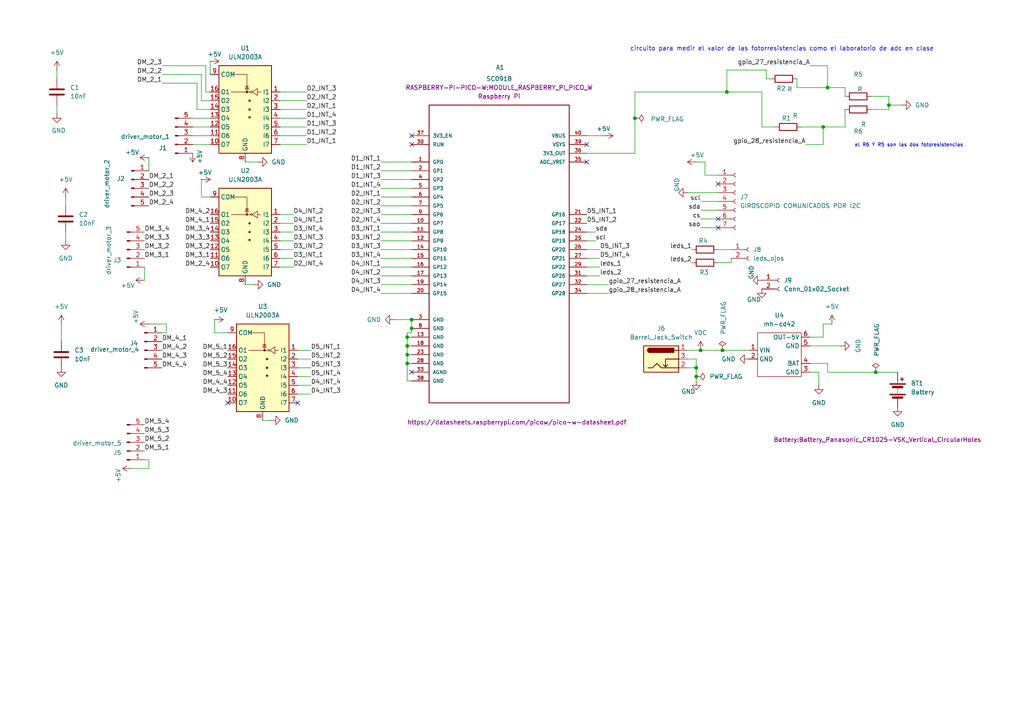
<source format=kicad_sch>
(kicad_sch
	(version 20231120)
	(generator "eeschema")
	(generator_version "8.0")
	(uuid "9e4bb6c9-af6a-4f6e-898c-7551d667c90b")
	(paper "A4")
	(lib_symbols
		(symbol "Connector:Barrel_Jack_Switch"
			(pin_names hide)
			(exclude_from_sim no)
			(in_bom yes)
			(on_board yes)
			(property "Reference" "J"
				(at 0 5.334 0)
				(effects
					(font
						(size 1.27 1.27)
					)
				)
			)
			(property "Value" "Barrel_Jack_Switch"
				(at 0 -5.08 0)
				(effects
					(font
						(size 1.27 1.27)
					)
				)
			)
			(property "Footprint" ""
				(at 1.27 -1.016 0)
				(effects
					(font
						(size 1.27 1.27)
					)
					(hide yes)
				)
			)
			(property "Datasheet" "~"
				(at 1.27 -1.016 0)
				(effects
					(font
						(size 1.27 1.27)
					)
					(hide yes)
				)
			)
			(property "Description" "DC Barrel Jack with an internal switch"
				(at 0 0 0)
				(effects
					(font
						(size 1.27 1.27)
					)
					(hide yes)
				)
			)
			(property "ki_keywords" "DC power barrel jack connector"
				(at 0 0 0)
				(effects
					(font
						(size 1.27 1.27)
					)
					(hide yes)
				)
			)
			(property "ki_fp_filters" "BarrelJack*"
				(at 0 0 0)
				(effects
					(font
						(size 1.27 1.27)
					)
					(hide yes)
				)
			)
			(symbol "Barrel_Jack_Switch_0_1"
				(rectangle
					(start -5.08 3.81)
					(end 5.08 -3.81)
					(stroke
						(width 0.254)
						(type default)
					)
					(fill
						(type background)
					)
				)
				(arc
					(start -3.302 3.175)
					(mid -3.9343 2.54)
					(end -3.302 1.905)
					(stroke
						(width 0.254)
						(type default)
					)
					(fill
						(type none)
					)
				)
				(arc
					(start -3.302 3.175)
					(mid -3.9343 2.54)
					(end -3.302 1.905)
					(stroke
						(width 0.254)
						(type default)
					)
					(fill
						(type outline)
					)
				)
				(polyline
					(pts
						(xy 1.27 -2.286) (xy 1.905 -1.651)
					)
					(stroke
						(width 0.254)
						(type default)
					)
					(fill
						(type none)
					)
				)
				(polyline
					(pts
						(xy 5.08 2.54) (xy 3.81 2.54)
					)
					(stroke
						(width 0.254)
						(type default)
					)
					(fill
						(type none)
					)
				)
				(polyline
					(pts
						(xy 5.08 0) (xy 1.27 0) (xy 1.27 -2.286) (xy 0.635 -1.651)
					)
					(stroke
						(width 0.254)
						(type default)
					)
					(fill
						(type none)
					)
				)
				(polyline
					(pts
						(xy -3.81 -2.54) (xy -2.54 -2.54) (xy -1.27 -1.27) (xy 0 -2.54) (xy 2.54 -2.54) (xy 5.08 -2.54)
					)
					(stroke
						(width 0.254)
						(type default)
					)
					(fill
						(type none)
					)
				)
				(rectangle
					(start 3.683 3.175)
					(end -3.302 1.905)
					(stroke
						(width 0.254)
						(type default)
					)
					(fill
						(type outline)
					)
				)
			)
			(symbol "Barrel_Jack_Switch_1_1"
				(pin passive line
					(at 7.62 2.54 180)
					(length 2.54)
					(name "~"
						(effects
							(font
								(size 1.27 1.27)
							)
						)
					)
					(number "1"
						(effects
							(font
								(size 1.27 1.27)
							)
						)
					)
				)
				(pin passive line
					(at 7.62 -2.54 180)
					(length 2.54)
					(name "~"
						(effects
							(font
								(size 1.27 1.27)
							)
						)
					)
					(number "2"
						(effects
							(font
								(size 1.27 1.27)
							)
						)
					)
				)
				(pin passive line
					(at 7.62 0 180)
					(length 2.54)
					(name "~"
						(effects
							(font
								(size 1.27 1.27)
							)
						)
					)
					(number "3"
						(effects
							(font
								(size 1.27 1.27)
							)
						)
					)
				)
			)
		)
		(symbol "Connector:Conn_01x02_Socket"
			(pin_names
				(offset 1.016) hide)
			(exclude_from_sim no)
			(in_bom yes)
			(on_board yes)
			(property "Reference" "J"
				(at 0 2.54 0)
				(effects
					(font
						(size 1.27 1.27)
					)
				)
			)
			(property "Value" "Conn_01x02_Socket"
				(at 0 -5.08 0)
				(effects
					(font
						(size 1.27 1.27)
					)
				)
			)
			(property "Footprint" ""
				(at 0 0 0)
				(effects
					(font
						(size 1.27 1.27)
					)
					(hide yes)
				)
			)
			(property "Datasheet" "~"
				(at 0 0 0)
				(effects
					(font
						(size 1.27 1.27)
					)
					(hide yes)
				)
			)
			(property "Description" "Generic connector, single row, 01x02, script generated"
				(at 0 0 0)
				(effects
					(font
						(size 1.27 1.27)
					)
					(hide yes)
				)
			)
			(property "ki_locked" ""
				(at 0 0 0)
				(effects
					(font
						(size 1.27 1.27)
					)
				)
			)
			(property "ki_keywords" "connector"
				(at 0 0 0)
				(effects
					(font
						(size 1.27 1.27)
					)
					(hide yes)
				)
			)
			(property "ki_fp_filters" "Connector*:*_1x??_*"
				(at 0 0 0)
				(effects
					(font
						(size 1.27 1.27)
					)
					(hide yes)
				)
			)
			(symbol "Conn_01x02_Socket_1_1"
				(arc
					(start 0 -2.032)
					(mid -0.5058 -2.54)
					(end 0 -3.048)
					(stroke
						(width 0.1524)
						(type default)
					)
					(fill
						(type none)
					)
				)
				(polyline
					(pts
						(xy -1.27 -2.54) (xy -0.508 -2.54)
					)
					(stroke
						(width 0.1524)
						(type default)
					)
					(fill
						(type none)
					)
				)
				(polyline
					(pts
						(xy -1.27 0) (xy -0.508 0)
					)
					(stroke
						(width 0.1524)
						(type default)
					)
					(fill
						(type none)
					)
				)
				(arc
					(start 0 0.508)
					(mid -0.5058 0)
					(end 0 -0.508)
					(stroke
						(width 0.1524)
						(type default)
					)
					(fill
						(type none)
					)
				)
				(pin passive line
					(at -5.08 0 0)
					(length 3.81)
					(name "Pin_1"
						(effects
							(font
								(size 1.27 1.27)
							)
						)
					)
					(number "1"
						(effects
							(font
								(size 1.27 1.27)
							)
						)
					)
				)
				(pin passive line
					(at -5.08 -2.54 0)
					(length 3.81)
					(name "Pin_2"
						(effects
							(font
								(size 1.27 1.27)
							)
						)
					)
					(number "2"
						(effects
							(font
								(size 1.27 1.27)
							)
						)
					)
				)
			)
		)
		(symbol "Connector:Conn_01x05_Pin"
			(pin_names
				(offset 1.016) hide)
			(exclude_from_sim no)
			(in_bom yes)
			(on_board yes)
			(property "Reference" "J"
				(at 0 7.62 0)
				(effects
					(font
						(size 1.27 1.27)
					)
				)
			)
			(property "Value" "Conn_01x05_Pin"
				(at 0 -7.62 0)
				(effects
					(font
						(size 1.27 1.27)
					)
				)
			)
			(property "Footprint" ""
				(at 0 0 0)
				(effects
					(font
						(size 1.27 1.27)
					)
					(hide yes)
				)
			)
			(property "Datasheet" "~"
				(at 0 0 0)
				(effects
					(font
						(size 1.27 1.27)
					)
					(hide yes)
				)
			)
			(property "Description" "Generic connector, single row, 01x05, script generated"
				(at 0 0 0)
				(effects
					(font
						(size 1.27 1.27)
					)
					(hide yes)
				)
			)
			(property "ki_locked" ""
				(at 0 0 0)
				(effects
					(font
						(size 1.27 1.27)
					)
				)
			)
			(property "ki_keywords" "connector"
				(at 0 0 0)
				(effects
					(font
						(size 1.27 1.27)
					)
					(hide yes)
				)
			)
			(property "ki_fp_filters" "Connector*:*_1x??_*"
				(at 0 0 0)
				(effects
					(font
						(size 1.27 1.27)
					)
					(hide yes)
				)
			)
			(symbol "Conn_01x05_Pin_1_1"
				(polyline
					(pts
						(xy 1.27 -5.08) (xy 0.8636 -5.08)
					)
					(stroke
						(width 0.1524)
						(type default)
					)
					(fill
						(type none)
					)
				)
				(polyline
					(pts
						(xy 1.27 -2.54) (xy 0.8636 -2.54)
					)
					(stroke
						(width 0.1524)
						(type default)
					)
					(fill
						(type none)
					)
				)
				(polyline
					(pts
						(xy 1.27 0) (xy 0.8636 0)
					)
					(stroke
						(width 0.1524)
						(type default)
					)
					(fill
						(type none)
					)
				)
				(polyline
					(pts
						(xy 1.27 2.54) (xy 0.8636 2.54)
					)
					(stroke
						(width 0.1524)
						(type default)
					)
					(fill
						(type none)
					)
				)
				(polyline
					(pts
						(xy 1.27 5.08) (xy 0.8636 5.08)
					)
					(stroke
						(width 0.1524)
						(type default)
					)
					(fill
						(type none)
					)
				)
				(rectangle
					(start 0.8636 -4.953)
					(end 0 -5.207)
					(stroke
						(width 0.1524)
						(type default)
					)
					(fill
						(type outline)
					)
				)
				(rectangle
					(start 0.8636 -2.413)
					(end 0 -2.667)
					(stroke
						(width 0.1524)
						(type default)
					)
					(fill
						(type outline)
					)
				)
				(rectangle
					(start 0.8636 0.127)
					(end 0 -0.127)
					(stroke
						(width 0.1524)
						(type default)
					)
					(fill
						(type outline)
					)
				)
				(rectangle
					(start 0.8636 2.667)
					(end 0 2.413)
					(stroke
						(width 0.1524)
						(type default)
					)
					(fill
						(type outline)
					)
				)
				(rectangle
					(start 0.8636 5.207)
					(end 0 4.953)
					(stroke
						(width 0.1524)
						(type default)
					)
					(fill
						(type outline)
					)
				)
				(pin passive line
					(at 5.08 5.08 180)
					(length 3.81)
					(name "Pin_1"
						(effects
							(font
								(size 1.27 1.27)
							)
						)
					)
					(number "1"
						(effects
							(font
								(size 1.27 1.27)
							)
						)
					)
				)
				(pin passive line
					(at 5.08 2.54 180)
					(length 3.81)
					(name "Pin_2"
						(effects
							(font
								(size 1.27 1.27)
							)
						)
					)
					(number "2"
						(effects
							(font
								(size 1.27 1.27)
							)
						)
					)
				)
				(pin passive line
					(at 5.08 0 180)
					(length 3.81)
					(name "Pin_3"
						(effects
							(font
								(size 1.27 1.27)
							)
						)
					)
					(number "3"
						(effects
							(font
								(size 1.27 1.27)
							)
						)
					)
				)
				(pin passive line
					(at 5.08 -2.54 180)
					(length 3.81)
					(name "Pin_4"
						(effects
							(font
								(size 1.27 1.27)
							)
						)
					)
					(number "4"
						(effects
							(font
								(size 1.27 1.27)
							)
						)
					)
				)
				(pin passive line
					(at 5.08 -5.08 180)
					(length 3.81)
					(name "Pin_5"
						(effects
							(font
								(size 1.27 1.27)
							)
						)
					)
					(number "5"
						(effects
							(font
								(size 1.27 1.27)
							)
						)
					)
				)
			)
		)
		(symbol "Connector:Conn_01x07_Socket"
			(pin_names
				(offset 1.016) hide)
			(exclude_from_sim no)
			(in_bom yes)
			(on_board yes)
			(property "Reference" "J"
				(at 0 10.16 0)
				(effects
					(font
						(size 1.27 1.27)
					)
				)
			)
			(property "Value" "Conn_01x07_Socket"
				(at 0 -10.16 0)
				(effects
					(font
						(size 1.27 1.27)
					)
				)
			)
			(property "Footprint" ""
				(at 0 0 0)
				(effects
					(font
						(size 1.27 1.27)
					)
					(hide yes)
				)
			)
			(property "Datasheet" "~"
				(at 0 0 0)
				(effects
					(font
						(size 1.27 1.27)
					)
					(hide yes)
				)
			)
			(property "Description" "Generic connector, single row, 01x07, script generated"
				(at 0 0 0)
				(effects
					(font
						(size 1.27 1.27)
					)
					(hide yes)
				)
			)
			(property "ki_locked" ""
				(at 0 0 0)
				(effects
					(font
						(size 1.27 1.27)
					)
				)
			)
			(property "ki_keywords" "connector"
				(at 0 0 0)
				(effects
					(font
						(size 1.27 1.27)
					)
					(hide yes)
				)
			)
			(property "ki_fp_filters" "Connector*:*_1x??_*"
				(at 0 0 0)
				(effects
					(font
						(size 1.27 1.27)
					)
					(hide yes)
				)
			)
			(symbol "Conn_01x07_Socket_1_1"
				(arc
					(start 0 -7.112)
					(mid -0.5058 -7.62)
					(end 0 -8.128)
					(stroke
						(width 0.1524)
						(type default)
					)
					(fill
						(type none)
					)
				)
				(arc
					(start 0 -4.572)
					(mid -0.5058 -5.08)
					(end 0 -5.588)
					(stroke
						(width 0.1524)
						(type default)
					)
					(fill
						(type none)
					)
				)
				(arc
					(start 0 -2.032)
					(mid -0.5058 -2.54)
					(end 0 -3.048)
					(stroke
						(width 0.1524)
						(type default)
					)
					(fill
						(type none)
					)
				)
				(polyline
					(pts
						(xy -1.27 -7.62) (xy -0.508 -7.62)
					)
					(stroke
						(width 0.1524)
						(type default)
					)
					(fill
						(type none)
					)
				)
				(polyline
					(pts
						(xy -1.27 -5.08) (xy -0.508 -5.08)
					)
					(stroke
						(width 0.1524)
						(type default)
					)
					(fill
						(type none)
					)
				)
				(polyline
					(pts
						(xy -1.27 -2.54) (xy -0.508 -2.54)
					)
					(stroke
						(width 0.1524)
						(type default)
					)
					(fill
						(type none)
					)
				)
				(polyline
					(pts
						(xy -1.27 0) (xy -0.508 0)
					)
					(stroke
						(width 0.1524)
						(type default)
					)
					(fill
						(type none)
					)
				)
				(polyline
					(pts
						(xy -1.27 2.54) (xy -0.508 2.54)
					)
					(stroke
						(width 0.1524)
						(type default)
					)
					(fill
						(type none)
					)
				)
				(polyline
					(pts
						(xy -1.27 5.08) (xy -0.508 5.08)
					)
					(stroke
						(width 0.1524)
						(type default)
					)
					(fill
						(type none)
					)
				)
				(polyline
					(pts
						(xy -1.27 7.62) (xy -0.508 7.62)
					)
					(stroke
						(width 0.1524)
						(type default)
					)
					(fill
						(type none)
					)
				)
				(arc
					(start 0 0.508)
					(mid -0.5058 0)
					(end 0 -0.508)
					(stroke
						(width 0.1524)
						(type default)
					)
					(fill
						(type none)
					)
				)
				(arc
					(start 0 3.048)
					(mid -0.5058 2.54)
					(end 0 2.032)
					(stroke
						(width 0.1524)
						(type default)
					)
					(fill
						(type none)
					)
				)
				(arc
					(start 0 5.588)
					(mid -0.5058 5.08)
					(end 0 4.572)
					(stroke
						(width 0.1524)
						(type default)
					)
					(fill
						(type none)
					)
				)
				(arc
					(start 0 8.128)
					(mid -0.5058 7.62)
					(end 0 7.112)
					(stroke
						(width 0.1524)
						(type default)
					)
					(fill
						(type none)
					)
				)
				(pin passive line
					(at -5.08 7.62 0)
					(length 3.81)
					(name "Pin_1"
						(effects
							(font
								(size 1.27 1.27)
							)
						)
					)
					(number "1"
						(effects
							(font
								(size 1.27 1.27)
							)
						)
					)
				)
				(pin passive line
					(at -5.08 5.08 0)
					(length 3.81)
					(name "Pin_2"
						(effects
							(font
								(size 1.27 1.27)
							)
						)
					)
					(number "2"
						(effects
							(font
								(size 1.27 1.27)
							)
						)
					)
				)
				(pin passive line
					(at -5.08 2.54 0)
					(length 3.81)
					(name "Pin_3"
						(effects
							(font
								(size 1.27 1.27)
							)
						)
					)
					(number "3"
						(effects
							(font
								(size 1.27 1.27)
							)
						)
					)
				)
				(pin passive line
					(at -5.08 0 0)
					(length 3.81)
					(name "Pin_4"
						(effects
							(font
								(size 1.27 1.27)
							)
						)
					)
					(number "4"
						(effects
							(font
								(size 1.27 1.27)
							)
						)
					)
				)
				(pin passive line
					(at -5.08 -2.54 0)
					(length 3.81)
					(name "Pin_5"
						(effects
							(font
								(size 1.27 1.27)
							)
						)
					)
					(number "5"
						(effects
							(font
								(size 1.27 1.27)
							)
						)
					)
				)
				(pin passive line
					(at -5.08 -5.08 0)
					(length 3.81)
					(name "Pin_6"
						(effects
							(font
								(size 1.27 1.27)
							)
						)
					)
					(number "6"
						(effects
							(font
								(size 1.27 1.27)
							)
						)
					)
				)
				(pin passive line
					(at -5.08 -7.62 0)
					(length 3.81)
					(name "Pin_7"
						(effects
							(font
								(size 1.27 1.27)
							)
						)
					)
					(number "7"
						(effects
							(font
								(size 1.27 1.27)
							)
						)
					)
				)
			)
		)
		(symbol "Device:Battery"
			(pin_numbers hide)
			(pin_names
				(offset 0) hide)
			(exclude_from_sim no)
			(in_bom yes)
			(on_board yes)
			(property "Reference" "BT"
				(at 2.54 2.54 0)
				(effects
					(font
						(size 1.27 1.27)
					)
					(justify left)
				)
			)
			(property "Value" "Battery"
				(at 2.54 0 0)
				(effects
					(font
						(size 1.27 1.27)
					)
					(justify left)
				)
			)
			(property "Footprint" ""
				(at 0 1.524 90)
				(effects
					(font
						(size 1.27 1.27)
					)
					(hide yes)
				)
			)
			(property "Datasheet" "~"
				(at 0 1.524 90)
				(effects
					(font
						(size 1.27 1.27)
					)
					(hide yes)
				)
			)
			(property "Description" "Multiple-cell battery"
				(at 0 0 0)
				(effects
					(font
						(size 1.27 1.27)
					)
					(hide yes)
				)
			)
			(property "ki_keywords" "batt voltage-source cell"
				(at 0 0 0)
				(effects
					(font
						(size 1.27 1.27)
					)
					(hide yes)
				)
			)
			(symbol "Battery_0_1"
				(rectangle
					(start -2.286 -1.27)
					(end 2.286 -1.524)
					(stroke
						(width 0)
						(type default)
					)
					(fill
						(type outline)
					)
				)
				(rectangle
					(start -2.286 1.778)
					(end 2.286 1.524)
					(stroke
						(width 0)
						(type default)
					)
					(fill
						(type outline)
					)
				)
				(rectangle
					(start -1.524 -2.032)
					(end 1.524 -2.54)
					(stroke
						(width 0)
						(type default)
					)
					(fill
						(type outline)
					)
				)
				(rectangle
					(start -1.524 1.016)
					(end 1.524 0.508)
					(stroke
						(width 0)
						(type default)
					)
					(fill
						(type outline)
					)
				)
				(polyline
					(pts
						(xy 0 -1.016) (xy 0 -0.762)
					)
					(stroke
						(width 0)
						(type default)
					)
					(fill
						(type none)
					)
				)
				(polyline
					(pts
						(xy 0 -0.508) (xy 0 -0.254)
					)
					(stroke
						(width 0)
						(type default)
					)
					(fill
						(type none)
					)
				)
				(polyline
					(pts
						(xy 0 0) (xy 0 0.254)
					)
					(stroke
						(width 0)
						(type default)
					)
					(fill
						(type none)
					)
				)
				(polyline
					(pts
						(xy 0 1.778) (xy 0 2.54)
					)
					(stroke
						(width 0)
						(type default)
					)
					(fill
						(type none)
					)
				)
				(polyline
					(pts
						(xy 0.762 3.048) (xy 1.778 3.048)
					)
					(stroke
						(width 0.254)
						(type default)
					)
					(fill
						(type none)
					)
				)
				(polyline
					(pts
						(xy 1.27 3.556) (xy 1.27 2.54)
					)
					(stroke
						(width 0.254)
						(type default)
					)
					(fill
						(type none)
					)
				)
			)
			(symbol "Battery_1_1"
				(pin passive line
					(at 0 5.08 270)
					(length 2.54)
					(name "+"
						(effects
							(font
								(size 1.27 1.27)
							)
						)
					)
					(number "1"
						(effects
							(font
								(size 1.27 1.27)
							)
						)
					)
				)
				(pin passive line
					(at 0 -5.08 90)
					(length 2.54)
					(name "-"
						(effects
							(font
								(size 1.27 1.27)
							)
						)
					)
					(number "2"
						(effects
							(font
								(size 1.27 1.27)
							)
						)
					)
				)
			)
		)
		(symbol "Device:C"
			(pin_numbers hide)
			(pin_names
				(offset 0.254)
			)
			(exclude_from_sim no)
			(in_bom yes)
			(on_board yes)
			(property "Reference" "C"
				(at 0.635 2.54 0)
				(effects
					(font
						(size 1.27 1.27)
					)
					(justify left)
				)
			)
			(property "Value" "C"
				(at 0.635 -2.54 0)
				(effects
					(font
						(size 1.27 1.27)
					)
					(justify left)
				)
			)
			(property "Footprint" ""
				(at 0.9652 -3.81 0)
				(effects
					(font
						(size 1.27 1.27)
					)
					(hide yes)
				)
			)
			(property "Datasheet" "~"
				(at 0 0 0)
				(effects
					(font
						(size 1.27 1.27)
					)
					(hide yes)
				)
			)
			(property "Description" "Unpolarized capacitor"
				(at 0 0 0)
				(effects
					(font
						(size 1.27 1.27)
					)
					(hide yes)
				)
			)
			(property "ki_keywords" "cap capacitor"
				(at 0 0 0)
				(effects
					(font
						(size 1.27 1.27)
					)
					(hide yes)
				)
			)
			(property "ki_fp_filters" "C_*"
				(at 0 0 0)
				(effects
					(font
						(size 1.27 1.27)
					)
					(hide yes)
				)
			)
			(symbol "C_0_1"
				(polyline
					(pts
						(xy -2.032 -0.762) (xy 2.032 -0.762)
					)
					(stroke
						(width 0.508)
						(type default)
					)
					(fill
						(type none)
					)
				)
				(polyline
					(pts
						(xy -2.032 0.762) (xy 2.032 0.762)
					)
					(stroke
						(width 0.508)
						(type default)
					)
					(fill
						(type none)
					)
				)
			)
			(symbol "C_1_1"
				(pin passive line
					(at 0 3.81 270)
					(length 2.794)
					(name "~"
						(effects
							(font
								(size 1.27 1.27)
							)
						)
					)
					(number "1"
						(effects
							(font
								(size 1.27 1.27)
							)
						)
					)
				)
				(pin passive line
					(at 0 -3.81 90)
					(length 2.794)
					(name "~"
						(effects
							(font
								(size 1.27 1.27)
							)
						)
					)
					(number "2"
						(effects
							(font
								(size 1.27 1.27)
							)
						)
					)
				)
			)
		)
		(symbol "Device:R"
			(pin_numbers hide)
			(pin_names
				(offset 0)
			)
			(exclude_from_sim no)
			(in_bom yes)
			(on_board yes)
			(property "Reference" "R"
				(at 2.032 0 90)
				(effects
					(font
						(size 1.27 1.27)
					)
				)
			)
			(property "Value" "R"
				(at 0 0 90)
				(effects
					(font
						(size 1.27 1.27)
					)
				)
			)
			(property "Footprint" ""
				(at -1.778 0 90)
				(effects
					(font
						(size 1.27 1.27)
					)
					(hide yes)
				)
			)
			(property "Datasheet" "~"
				(at 0 0 0)
				(effects
					(font
						(size 1.27 1.27)
					)
					(hide yes)
				)
			)
			(property "Description" "Resistor"
				(at 0 0 0)
				(effects
					(font
						(size 1.27 1.27)
					)
					(hide yes)
				)
			)
			(property "ki_keywords" "R res resistor"
				(at 0 0 0)
				(effects
					(font
						(size 1.27 1.27)
					)
					(hide yes)
				)
			)
			(property "ki_fp_filters" "R_*"
				(at 0 0 0)
				(effects
					(font
						(size 1.27 1.27)
					)
					(hide yes)
				)
			)
			(symbol "R_0_1"
				(rectangle
					(start -1.016 -2.54)
					(end 1.016 2.54)
					(stroke
						(width 0.254)
						(type default)
					)
					(fill
						(type none)
					)
				)
			)
			(symbol "R_1_1"
				(pin passive line
					(at 0 3.81 270)
					(length 1.27)
					(name "~"
						(effects
							(font
								(size 1.27 1.27)
							)
						)
					)
					(number "1"
						(effects
							(font
								(size 1.27 1.27)
							)
						)
					)
				)
				(pin passive line
					(at 0 -3.81 90)
					(length 1.27)
					(name "~"
						(effects
							(font
								(size 1.27 1.27)
							)
						)
					)
					(number "2"
						(effects
							(font
								(size 1.27 1.27)
							)
						)
					)
				)
			)
		)
		(symbol "RASPBERRY_PI_PICO_W:SC0918"
			(pin_names
				(offset 1.016)
			)
			(exclude_from_sim no)
			(in_bom yes)
			(on_board yes)
			(property "Reference" "A1"
				(at 0 58.42 0)
				(effects
					(font
						(size 1.27 1.27)
					)
				)
			)
			(property "Value" "SC0918"
				(at 0 55.88 0)
				(effects
					(font
						(size 1.27 1.27)
					)
				)
			)
			(property "Footprint" "Raspberry Pi:MODULE_SC0918"
				(at -12.7 -46.99 0)
				(effects
					(font
						(size 1.27 1.27)
					)
					(justify bottom)
				)
			)
			(property "Datasheet" "https://datasheets.raspberrypi.com/picow/pico-w-datasheet.pdf"
				(at -26.67 -49.53 0)
				(effects
					(font
						(size 1.27 1.27)
					)
					(justify left bottom)
					(hide yes)
				)
			)
			(property "Description" ""
				(at 0 0 0)
				(effects
					(font
						(size 1.27 1.27)
					)
					(hide yes)
				)
			)
			(property "manufacturer" "Raspberry Pi"
				(at 0 53.34 0)
				(effects
					(font
						(size 1.27 1.27)
					)
				)
			)
			(property "P/N" "SC0918"
				(at 0 50.8 0)
				(effects
					(font
						(size 1.27 1.27)
					)
					(hide yes)
				)
			)
			(property "PARTREV" "1.6"
				(at 0 48.26 0)
				(effects
					(font
						(size 1.27 1.27)
					)
					(hide yes)
				)
			)
			(property "MAXIMUM_PACKAGE_HEIGHT" "3.73mm"
				(at 0 45.72 0)
				(effects
					(font
						(size 1.27 1.27)
					)
					(hide yes)
				)
			)
			(symbol "SC0918_0_0"
				(rectangle
					(start -20.32 -43.18)
					(end 20.32 43.18)
					(stroke
						(width 0.254)
						(type default)
					)
					(fill
						(type none)
					)
				)
				(pin bidirectional line
					(at -25.4 26.67 0)
					(length 5.08)
					(name "GP0"
						(effects
							(font
								(size 1.016 1.016)
							)
						)
					)
					(number "1"
						(effects
							(font
								(size 1.016 1.016)
							)
						)
					)
				)
				(pin bidirectional line
					(at -25.4 8.89 0)
					(length 5.08)
					(name "GP7"
						(effects
							(font
								(size 1.016 1.016)
							)
						)
					)
					(number "10"
						(effects
							(font
								(size 1.016 1.016)
							)
						)
					)
				)
				(pin bidirectional line
					(at -25.4 6.35 0)
					(length 5.08)
					(name "GP8"
						(effects
							(font
								(size 1.016 1.016)
							)
						)
					)
					(number "11"
						(effects
							(font
								(size 1.016 1.016)
							)
						)
					)
				)
				(pin bidirectional line
					(at -25.4 3.81 0)
					(length 5.08)
					(name "GP9"
						(effects
							(font
								(size 1.016 1.016)
							)
						)
					)
					(number "12"
						(effects
							(font
								(size 1.016 1.016)
							)
						)
					)
				)
				(pin power_in line
					(at -25.4 -24.13 0)
					(length 5.08)
					(name "GND"
						(effects
							(font
								(size 1.016 1.016)
							)
						)
					)
					(number "13"
						(effects
							(font
								(size 1.016 1.016)
							)
						)
					)
				)
				(pin bidirectional line
					(at -25.4 1.27 0)
					(length 5.08)
					(name "GP10"
						(effects
							(font
								(size 1.016 1.016)
							)
						)
					)
					(number "14"
						(effects
							(font
								(size 1.016 1.016)
							)
						)
					)
				)
				(pin bidirectional line
					(at -25.4 -1.27 0)
					(length 5.08)
					(name "GP11"
						(effects
							(font
								(size 1.016 1.016)
							)
						)
					)
					(number "15"
						(effects
							(font
								(size 1.016 1.016)
							)
						)
					)
				)
				(pin bidirectional line
					(at -25.4 -3.81 0)
					(length 5.08)
					(name "GP12"
						(effects
							(font
								(size 1.016 1.016)
							)
						)
					)
					(number "16"
						(effects
							(font
								(size 1.016 1.016)
							)
						)
					)
				)
				(pin bidirectional line
					(at -25.4 -6.35 0)
					(length 5.08)
					(name "GP13"
						(effects
							(font
								(size 1.016 1.016)
							)
						)
					)
					(number "17"
						(effects
							(font
								(size 1.016 1.016)
							)
						)
					)
				)
				(pin power_in line
					(at -25.4 -26.67 0)
					(length 5.08)
					(name "GND"
						(effects
							(font
								(size 1.016 1.016)
							)
						)
					)
					(number "18"
						(effects
							(font
								(size 1.016 1.016)
							)
						)
					)
				)
				(pin bidirectional line
					(at -25.4 -8.89 0)
					(length 5.08)
					(name "GP14"
						(effects
							(font
								(size 1.016 1.016)
							)
						)
					)
					(number "19"
						(effects
							(font
								(size 1.016 1.016)
							)
						)
					)
				)
				(pin bidirectional line
					(at -25.4 24.13 0)
					(length 5.08)
					(name "GP1"
						(effects
							(font
								(size 1.016 1.016)
							)
						)
					)
					(number "2"
						(effects
							(font
								(size 1.016 1.016)
							)
						)
					)
				)
				(pin bidirectional line
					(at -25.4 -11.43 0)
					(length 5.08)
					(name "GP15"
						(effects
							(font
								(size 1.016 1.016)
							)
						)
					)
					(number "20"
						(effects
							(font
								(size 1.016 1.016)
							)
						)
					)
				)
				(pin bidirectional line
					(at 25.4 11.43 180)
					(length 5.08)
					(name "GP16"
						(effects
							(font
								(size 1.016 1.016)
							)
						)
					)
					(number "21"
						(effects
							(font
								(size 1.016 1.016)
							)
						)
					)
				)
				(pin bidirectional line
					(at 25.4 8.89 180)
					(length 5.08)
					(name "GP17"
						(effects
							(font
								(size 1.016 1.016)
							)
						)
					)
					(number "22"
						(effects
							(font
								(size 1.016 1.016)
							)
						)
					)
				)
				(pin power_in line
					(at -25.4 -29.21 0)
					(length 5.08)
					(name "GND"
						(effects
							(font
								(size 1.016 1.016)
							)
						)
					)
					(number "23"
						(effects
							(font
								(size 1.016 1.016)
							)
						)
					)
				)
				(pin bidirectional line
					(at 25.4 6.35 180)
					(length 5.08)
					(name "GP18"
						(effects
							(font
								(size 1.016 1.016)
							)
						)
					)
					(number "24"
						(effects
							(font
								(size 1.016 1.016)
							)
						)
					)
				)
				(pin bidirectional line
					(at 25.4 3.81 180)
					(length 5.08)
					(name "GP19"
						(effects
							(font
								(size 1.016 1.016)
							)
						)
					)
					(number "25"
						(effects
							(font
								(size 1.016 1.016)
							)
						)
					)
				)
				(pin bidirectional line
					(at 25.4 1.27 180)
					(length 5.08)
					(name "GP20"
						(effects
							(font
								(size 1.016 1.016)
							)
						)
					)
					(number "26"
						(effects
							(font
								(size 1.016 1.016)
							)
						)
					)
				)
				(pin bidirectional line
					(at 25.4 -1.27 180)
					(length 5.08)
					(name "GP21"
						(effects
							(font
								(size 1.016 1.016)
							)
						)
					)
					(number "27"
						(effects
							(font
								(size 1.016 1.016)
							)
						)
					)
				)
				(pin power_in line
					(at -25.4 -31.75 0)
					(length 5.08)
					(name "GND"
						(effects
							(font
								(size 1.016 1.016)
							)
						)
					)
					(number "28"
						(effects
							(font
								(size 1.016 1.016)
							)
						)
					)
				)
				(pin bidirectional line
					(at 25.4 -3.81 180)
					(length 5.08)
					(name "GP22"
						(effects
							(font
								(size 1.016 1.016)
							)
						)
					)
					(number "29"
						(effects
							(font
								(size 1.016 1.016)
							)
						)
					)
				)
				(pin power_in line
					(at -25.4 -19.05 0)
					(length 5.08)
					(name "GND"
						(effects
							(font
								(size 1.016 1.016)
							)
						)
					)
					(number "3"
						(effects
							(font
								(size 1.016 1.016)
							)
						)
					)
				)
				(pin input line
					(at -25.4 31.75 0)
					(length 5.08)
					(name "RUN"
						(effects
							(font
								(size 1.016 1.016)
							)
						)
					)
					(number "30"
						(effects
							(font
								(size 1.016 1.016)
							)
						)
					)
				)
				(pin bidirectional line
					(at 25.4 -6.35 180)
					(length 5.08)
					(name "GP26"
						(effects
							(font
								(size 1.016 1.016)
							)
						)
					)
					(number "31"
						(effects
							(font
								(size 1.016 1.016)
							)
						)
					)
				)
				(pin bidirectional line
					(at 25.4 -8.89 180)
					(length 5.08)
					(name "GP27"
						(effects
							(font
								(size 1.016 1.016)
							)
						)
					)
					(number "32"
						(effects
							(font
								(size 1.016 1.016)
							)
						)
					)
				)
				(pin power_in line
					(at -25.4 -34.29 0)
					(length 5.08)
					(name "AGND"
						(effects
							(font
								(size 1.016 1.016)
							)
						)
					)
					(number "33"
						(effects
							(font
								(size 1.016 1.016)
							)
						)
					)
				)
				(pin bidirectional line
					(at 25.4 -11.43 180)
					(length 5.08)
					(name "GP28"
						(effects
							(font
								(size 1.016 1.016)
							)
						)
					)
					(number "34"
						(effects
							(font
								(size 1.016 1.016)
							)
						)
					)
				)
				(pin power_in line
					(at 25.4 26.67 180)
					(length 5.08)
					(name "ADC_VREF"
						(effects
							(font
								(size 1.016 1.016)
							)
						)
					)
					(number "35"
						(effects
							(font
								(size 1.016 1.016)
							)
						)
					)
				)
				(pin power_in line
					(at 25.4 29.21 180)
					(length 5.08)
					(name "3V3_OUT"
						(effects
							(font
								(size 1.016 1.016)
							)
						)
					)
					(number "36"
						(effects
							(font
								(size 1.016 1.016)
							)
						)
					)
				)
				(pin input line
					(at -25.4 34.29 0)
					(length 5.08)
					(name "3V3_EN"
						(effects
							(font
								(size 1.016 1.016)
							)
						)
					)
					(number "37"
						(effects
							(font
								(size 1.016 1.016)
							)
						)
					)
				)
				(pin power_in line
					(at -25.4 -36.83 0)
					(length 5.08)
					(name "GND"
						(effects
							(font
								(size 1.016 1.016)
							)
						)
					)
					(number "38"
						(effects
							(font
								(size 1.016 1.016)
							)
						)
					)
				)
				(pin free line
					(at 25.4 31.75 180)
					(length 5.08)
					(name "VSYS"
						(effects
							(font
								(size 1.016 1.016)
							)
						)
					)
					(number "39"
						(effects
							(font
								(size 1.016 1.016)
							)
						)
					)
				)
				(pin bidirectional line
					(at -25.4 21.59 0)
					(length 5.08)
					(name "GP2"
						(effects
							(font
								(size 1.016 1.016)
							)
						)
					)
					(number "4"
						(effects
							(font
								(size 1.016 1.016)
							)
						)
					)
				)
				(pin free line
					(at 25.4 34.29 180)
					(length 5.08)
					(name "VBUS"
						(effects
							(font
								(size 1.016 1.016)
							)
						)
					)
					(number "40"
						(effects
							(font
								(size 1.016 1.016)
							)
						)
					)
				)
				(pin bidirectional line
					(at -25.4 19.05 0)
					(length 5.08)
					(name "GP3"
						(effects
							(font
								(size 1.016 1.016)
							)
						)
					)
					(number "5"
						(effects
							(font
								(size 1.016 1.016)
							)
						)
					)
				)
				(pin bidirectional line
					(at -25.4 16.51 0)
					(length 5.08)
					(name "GP4"
						(effects
							(font
								(size 1.016 1.016)
							)
						)
					)
					(number "6"
						(effects
							(font
								(size 1.016 1.016)
							)
						)
					)
				)
				(pin bidirectional line
					(at -25.4 13.97 0)
					(length 5.08)
					(name "GP5"
						(effects
							(font
								(size 1.016 1.016)
							)
						)
					)
					(number "7"
						(effects
							(font
								(size 1.016 1.016)
							)
						)
					)
				)
				(pin power_in line
					(at -25.4 -21.59 0)
					(length 5.08)
					(name "GND"
						(effects
							(font
								(size 1.016 1.016)
							)
						)
					)
					(number "8"
						(effects
							(font
								(size 1.016 1.016)
							)
						)
					)
				)
				(pin bidirectional line
					(at -25.4 11.43 0)
					(length 5.08)
					(name "GP6"
						(effects
							(font
								(size 1.016 1.016)
							)
						)
					)
					(number "9"
						(effects
							(font
								(size 1.016 1.016)
							)
						)
					)
				)
			)
		)
		(symbol "Transistor_Array:ULN2003A"
			(exclude_from_sim no)
			(in_bom yes)
			(on_board yes)
			(property "Reference" "U"
				(at 0 15.875 0)
				(effects
					(font
						(size 1.27 1.27)
					)
				)
			)
			(property "Value" "ULN2003A"
				(at 0 13.97 0)
				(effects
					(font
						(size 1.27 1.27)
					)
				)
			)
			(property "Footprint" ""
				(at 1.27 -13.97 0)
				(effects
					(font
						(size 1.27 1.27)
					)
					(justify left)
					(hide yes)
				)
			)
			(property "Datasheet" "http://www.ti.com/lit/ds/symlink/uln2003a.pdf"
				(at 2.54 -5.08 0)
				(effects
					(font
						(size 1.27 1.27)
					)
					(hide yes)
				)
			)
			(property "Description" "High Voltage, High Current Darlington Transistor Arrays, SOIC16/SOIC16W/DIP16/TSSOP16"
				(at 0 0 0)
				(effects
					(font
						(size 1.27 1.27)
					)
					(hide yes)
				)
			)
			(property "ki_keywords" "darlington transistor array"
				(at 0 0 0)
				(effects
					(font
						(size 1.27 1.27)
					)
					(hide yes)
				)
			)
			(property "ki_fp_filters" "DIP*W7.62mm* SOIC*3.9x9.9mm*P1.27mm* SSOP*4.4x5.2mm*P0.65mm* TSSOP*4.4x5mm*P0.65mm* SOIC*W*5.3x10.2mm*P1.27mm*"
				(at 0 0 0)
				(effects
					(font
						(size 1.27 1.27)
					)
					(hide yes)
				)
			)
			(symbol "ULN2003A_0_1"
				(rectangle
					(start -7.62 -12.7)
					(end 7.62 12.7)
					(stroke
						(width 0.254)
						(type default)
					)
					(fill
						(type background)
					)
				)
				(circle
					(center -1.778 5.08)
					(radius 0.254)
					(stroke
						(width 0)
						(type default)
					)
					(fill
						(type none)
					)
				)
				(circle
					(center -1.27 -2.286)
					(radius 0.254)
					(stroke
						(width 0)
						(type default)
					)
					(fill
						(type outline)
					)
				)
				(circle
					(center -1.27 0)
					(radius 0.254)
					(stroke
						(width 0)
						(type default)
					)
					(fill
						(type outline)
					)
				)
				(circle
					(center -1.27 2.54)
					(radius 0.254)
					(stroke
						(width 0)
						(type default)
					)
					(fill
						(type outline)
					)
				)
				(circle
					(center -0.508 5.08)
					(radius 0.254)
					(stroke
						(width 0)
						(type default)
					)
					(fill
						(type outline)
					)
				)
				(polyline
					(pts
						(xy -4.572 5.08) (xy -3.556 5.08)
					)
					(stroke
						(width 0)
						(type default)
					)
					(fill
						(type none)
					)
				)
				(polyline
					(pts
						(xy -1.524 5.08) (xy 4.064 5.08)
					)
					(stroke
						(width 0)
						(type default)
					)
					(fill
						(type none)
					)
				)
				(polyline
					(pts
						(xy 0 6.731) (xy -1.016 6.731)
					)
					(stroke
						(width 0)
						(type default)
					)
					(fill
						(type none)
					)
				)
				(polyline
					(pts
						(xy -0.508 5.08) (xy -0.508 10.16) (xy 2.921 10.16)
					)
					(stroke
						(width 0)
						(type default)
					)
					(fill
						(type none)
					)
				)
				(polyline
					(pts
						(xy -3.556 6.096) (xy -3.556 4.064) (xy -2.032 5.08) (xy -3.556 6.096)
					)
					(stroke
						(width 0)
						(type default)
					)
					(fill
						(type none)
					)
				)
				(polyline
					(pts
						(xy 0 5.969) (xy -1.016 5.969) (xy -0.508 6.731) (xy 0 5.969)
					)
					(stroke
						(width 0)
						(type default)
					)
					(fill
						(type none)
					)
				)
			)
			(symbol "ULN2003A_1_1"
				(pin input line
					(at -10.16 5.08 0)
					(length 2.54)
					(name "I1"
						(effects
							(font
								(size 1.27 1.27)
							)
						)
					)
					(number "1"
						(effects
							(font
								(size 1.27 1.27)
							)
						)
					)
				)
				(pin open_collector line
					(at 10.16 -10.16 180)
					(length 2.54)
					(name "O7"
						(effects
							(font
								(size 1.27 1.27)
							)
						)
					)
					(number "10"
						(effects
							(font
								(size 1.27 1.27)
							)
						)
					)
				)
				(pin open_collector line
					(at 10.16 -7.62 180)
					(length 2.54)
					(name "O6"
						(effects
							(font
								(size 1.27 1.27)
							)
						)
					)
					(number "11"
						(effects
							(font
								(size 1.27 1.27)
							)
						)
					)
				)
				(pin open_collector line
					(at 10.16 -5.08 180)
					(length 2.54)
					(name "O5"
						(effects
							(font
								(size 1.27 1.27)
							)
						)
					)
					(number "12"
						(effects
							(font
								(size 1.27 1.27)
							)
						)
					)
				)
				(pin open_collector line
					(at 10.16 -2.54 180)
					(length 2.54)
					(name "O4"
						(effects
							(font
								(size 1.27 1.27)
							)
						)
					)
					(number "13"
						(effects
							(font
								(size 1.27 1.27)
							)
						)
					)
				)
				(pin open_collector line
					(at 10.16 0 180)
					(length 2.54)
					(name "O3"
						(effects
							(font
								(size 1.27 1.27)
							)
						)
					)
					(number "14"
						(effects
							(font
								(size 1.27 1.27)
							)
						)
					)
				)
				(pin open_collector line
					(at 10.16 2.54 180)
					(length 2.54)
					(name "O2"
						(effects
							(font
								(size 1.27 1.27)
							)
						)
					)
					(number "15"
						(effects
							(font
								(size 1.27 1.27)
							)
						)
					)
				)
				(pin open_collector line
					(at 10.16 5.08 180)
					(length 2.54)
					(name "O1"
						(effects
							(font
								(size 1.27 1.27)
							)
						)
					)
					(number "16"
						(effects
							(font
								(size 1.27 1.27)
							)
						)
					)
				)
				(pin input line
					(at -10.16 2.54 0)
					(length 2.54)
					(name "I2"
						(effects
							(font
								(size 1.27 1.27)
							)
						)
					)
					(number "2"
						(effects
							(font
								(size 1.27 1.27)
							)
						)
					)
				)
				(pin input line
					(at -10.16 0 0)
					(length 2.54)
					(name "I3"
						(effects
							(font
								(size 1.27 1.27)
							)
						)
					)
					(number "3"
						(effects
							(font
								(size 1.27 1.27)
							)
						)
					)
				)
				(pin input line
					(at -10.16 -2.54 0)
					(length 2.54)
					(name "I4"
						(effects
							(font
								(size 1.27 1.27)
							)
						)
					)
					(number "4"
						(effects
							(font
								(size 1.27 1.27)
							)
						)
					)
				)
				(pin input line
					(at -10.16 -5.08 0)
					(length 2.54)
					(name "I5"
						(effects
							(font
								(size 1.27 1.27)
							)
						)
					)
					(number "5"
						(effects
							(font
								(size 1.27 1.27)
							)
						)
					)
				)
				(pin input line
					(at -10.16 -7.62 0)
					(length 2.54)
					(name "I6"
						(effects
							(font
								(size 1.27 1.27)
							)
						)
					)
					(number "6"
						(effects
							(font
								(size 1.27 1.27)
							)
						)
					)
				)
				(pin input line
					(at -10.16 -10.16 0)
					(length 2.54)
					(name "I7"
						(effects
							(font
								(size 1.27 1.27)
							)
						)
					)
					(number "7"
						(effects
							(font
								(size 1.27 1.27)
							)
						)
					)
				)
				(pin power_in line
					(at 0 -15.24 90)
					(length 2.54)
					(name "GND"
						(effects
							(font
								(size 1.27 1.27)
							)
						)
					)
					(number "8"
						(effects
							(font
								(size 1.27 1.27)
							)
						)
					)
				)
				(pin passive line
					(at 10.16 10.16 180)
					(length 2.54)
					(name "COM"
						(effects
							(font
								(size 1.27 1.27)
							)
						)
					)
					(number "9"
						(effects
							(font
								(size 1.27 1.27)
							)
						)
					)
				)
			)
		)
		(symbol "cd42:mh-cd42"
			(exclude_from_sim no)
			(in_bom yes)
			(on_board yes)
			(property "Reference" "U"
				(at 0 7.62 0)
				(effects
					(font
						(size 1.27 1.27)
					)
				)
			)
			(property "Value" "mh-cd42"
				(at 0 -7.62 0)
				(effects
					(font
						(size 1.27 1.27)
					)
				)
			)
			(property "Footprint" ""
				(at -1.27 5.08 0)
				(effects
					(font
						(size 1.27 1.27)
					)
					(hide yes)
				)
			)
			(property "Datasheet" ""
				(at -1.27 5.08 0)
				(effects
					(font
						(size 1.27 1.27)
					)
					(hide yes)
				)
			)
			(property "Description" ""
				(at 0 0 0)
				(effects
					(font
						(size 1.27 1.27)
					)
					(hide yes)
				)
			)
			(symbol "mh-cd42_0_1"
				(rectangle
					(start -6.35 6.35)
					(end 6.35 -6.35)
					(stroke
						(width 0)
						(type default)
					)
					(fill
						(type none)
					)
				)
			)
			(symbol "mh-cd42_1_1"
				(pin power_in line
					(at -8.89 1.27 0)
					(length 2.54)
					(name "VIN"
						(effects
							(font
								(size 1.27 1.27)
							)
						)
					)
					(number "1"
						(effects
							(font
								(size 1.27 1.27)
							)
						)
					)
				)
				(pin passive line
					(at -8.89 -1.27 0)
					(length 2.54)
					(name "GND"
						(effects
							(font
								(size 1.27 1.27)
							)
						)
					)
					(number "2"
						(effects
							(font
								(size 1.27 1.27)
							)
						)
					)
				)
				(pin passive line
					(at 8.89 -5.08 180)
					(length 2.54)
					(name "GND"
						(effects
							(font
								(size 1.27 1.27)
							)
						)
					)
					(number "3"
						(effects
							(font
								(size 1.27 1.27)
							)
						)
					)
				)
				(pin passive line
					(at 8.89 -2.54 180)
					(length 2.54)
					(name "BAT"
						(effects
							(font
								(size 1.27 1.27)
							)
						)
					)
					(number "4"
						(effects
							(font
								(size 1.27 1.27)
							)
						)
					)
				)
				(pin passive line
					(at 8.89 2.54 180)
					(length 2.54)
					(name "GND"
						(effects
							(font
								(size 1.27 1.27)
							)
						)
					)
					(number "5"
						(effects
							(font
								(size 1.27 1.27)
							)
						)
					)
				)
				(pin power_out line
					(at 8.89 5.08 180)
					(length 2.54)
					(name "OUT-5V"
						(effects
							(font
								(size 1.27 1.27)
							)
						)
					)
					(number "6"
						(effects
							(font
								(size 1.27 1.27)
							)
						)
					)
				)
			)
		)
		(symbol "power:+5V"
			(power)
			(pin_numbers hide)
			(pin_names
				(offset 0) hide)
			(exclude_from_sim no)
			(in_bom yes)
			(on_board yes)
			(property "Reference" "#PWR"
				(at 0 -3.81 0)
				(effects
					(font
						(size 1.27 1.27)
					)
					(hide yes)
				)
			)
			(property "Value" "+5V"
				(at 0 3.556 0)
				(effects
					(font
						(size 1.27 1.27)
					)
				)
			)
			(property "Footprint" ""
				(at 0 0 0)
				(effects
					(font
						(size 1.27 1.27)
					)
					(hide yes)
				)
			)
			(property "Datasheet" ""
				(at 0 0 0)
				(effects
					(font
						(size 1.27 1.27)
					)
					(hide yes)
				)
			)
			(property "Description" "Power symbol creates a global label with name \"+5V\""
				(at 0 0 0)
				(effects
					(font
						(size 1.27 1.27)
					)
					(hide yes)
				)
			)
			(property "ki_keywords" "global power"
				(at 0 0 0)
				(effects
					(font
						(size 1.27 1.27)
					)
					(hide yes)
				)
			)
			(symbol "+5V_0_1"
				(polyline
					(pts
						(xy -0.762 1.27) (xy 0 2.54)
					)
					(stroke
						(width 0)
						(type default)
					)
					(fill
						(type none)
					)
				)
				(polyline
					(pts
						(xy 0 0) (xy 0 2.54)
					)
					(stroke
						(width 0)
						(type default)
					)
					(fill
						(type none)
					)
				)
				(polyline
					(pts
						(xy 0 2.54) (xy 0.762 1.27)
					)
					(stroke
						(width 0)
						(type default)
					)
					(fill
						(type none)
					)
				)
			)
			(symbol "+5V_1_1"
				(pin power_in line
					(at 0 0 90)
					(length 0)
					(name "~"
						(effects
							(font
								(size 1.27 1.27)
							)
						)
					)
					(number "1"
						(effects
							(font
								(size 1.27 1.27)
							)
						)
					)
				)
			)
		)
		(symbol "power:GND"
			(power)
			(pin_numbers hide)
			(pin_names
				(offset 0) hide)
			(exclude_from_sim no)
			(in_bom yes)
			(on_board yes)
			(property "Reference" "#PWR"
				(at 0 -6.35 0)
				(effects
					(font
						(size 1.27 1.27)
					)
					(hide yes)
				)
			)
			(property "Value" "GND"
				(at 0 -3.81 0)
				(effects
					(font
						(size 1.27 1.27)
					)
				)
			)
			(property "Footprint" ""
				(at 0 0 0)
				(effects
					(font
						(size 1.27 1.27)
					)
					(hide yes)
				)
			)
			(property "Datasheet" ""
				(at 0 0 0)
				(effects
					(font
						(size 1.27 1.27)
					)
					(hide yes)
				)
			)
			(property "Description" "Power symbol creates a global label with name \"GND\" , ground"
				(at 0 0 0)
				(effects
					(font
						(size 1.27 1.27)
					)
					(hide yes)
				)
			)
			(property "ki_keywords" "global power"
				(at 0 0 0)
				(effects
					(font
						(size 1.27 1.27)
					)
					(hide yes)
				)
			)
			(symbol "GND_0_1"
				(polyline
					(pts
						(xy 0 0) (xy 0 -1.27) (xy 1.27 -1.27) (xy 0 -2.54) (xy -1.27 -1.27) (xy 0 -1.27)
					)
					(stroke
						(width 0)
						(type default)
					)
					(fill
						(type none)
					)
				)
			)
			(symbol "GND_1_1"
				(pin power_in line
					(at 0 0 270)
					(length 0)
					(name "~"
						(effects
							(font
								(size 1.27 1.27)
							)
						)
					)
					(number "1"
						(effects
							(font
								(size 1.27 1.27)
							)
						)
					)
				)
			)
		)
		(symbol "power:PWR_FLAG"
			(power)
			(pin_numbers hide)
			(pin_names
				(offset 0) hide)
			(exclude_from_sim no)
			(in_bom yes)
			(on_board yes)
			(property "Reference" "#FLG"
				(at 0 1.905 0)
				(effects
					(font
						(size 1.27 1.27)
					)
					(hide yes)
				)
			)
			(property "Value" "PWR_FLAG"
				(at 0 3.81 0)
				(effects
					(font
						(size 1.27 1.27)
					)
				)
			)
			(property "Footprint" ""
				(at 0 0 0)
				(effects
					(font
						(size 1.27 1.27)
					)
					(hide yes)
				)
			)
			(property "Datasheet" "~"
				(at 0 0 0)
				(effects
					(font
						(size 1.27 1.27)
					)
					(hide yes)
				)
			)
			(property "Description" "Special symbol for telling ERC where power comes from"
				(at 0 0 0)
				(effects
					(font
						(size 1.27 1.27)
					)
					(hide yes)
				)
			)
			(property "ki_keywords" "flag power"
				(at 0 0 0)
				(effects
					(font
						(size 1.27 1.27)
					)
					(hide yes)
				)
			)
			(symbol "PWR_FLAG_0_0"
				(pin power_out line
					(at 0 0 90)
					(length 0)
					(name "~"
						(effects
							(font
								(size 1.27 1.27)
							)
						)
					)
					(number "1"
						(effects
							(font
								(size 1.27 1.27)
							)
						)
					)
				)
			)
			(symbol "PWR_FLAG_0_1"
				(polyline
					(pts
						(xy 0 0) (xy 0 1.27) (xy -1.016 1.905) (xy 0 2.54) (xy 1.016 1.905) (xy 0 1.27)
					)
					(stroke
						(width 0)
						(type default)
					)
					(fill
						(type none)
					)
				)
			)
		)
		(symbol "power:VDC"
			(power)
			(pin_numbers hide)
			(pin_names
				(offset 0) hide)
			(exclude_from_sim no)
			(in_bom yes)
			(on_board yes)
			(property "Reference" "#PWR"
				(at 0 -3.81 0)
				(effects
					(font
						(size 1.27 1.27)
					)
					(hide yes)
				)
			)
			(property "Value" "VDC"
				(at 0 3.556 0)
				(effects
					(font
						(size 1.27 1.27)
					)
				)
			)
			(property "Footprint" ""
				(at 0 0 0)
				(effects
					(font
						(size 1.27 1.27)
					)
					(hide yes)
				)
			)
			(property "Datasheet" ""
				(at 0 0 0)
				(effects
					(font
						(size 1.27 1.27)
					)
					(hide yes)
				)
			)
			(property "Description" "Power symbol creates a global label with name \"VDC\""
				(at 0 0 0)
				(effects
					(font
						(size 1.27 1.27)
					)
					(hide yes)
				)
			)
			(property "ki_keywords" "global power"
				(at 0 0 0)
				(effects
					(font
						(size 1.27 1.27)
					)
					(hide yes)
				)
			)
			(symbol "VDC_0_1"
				(polyline
					(pts
						(xy -0.762 1.27) (xy 0 2.54)
					)
					(stroke
						(width 0)
						(type default)
					)
					(fill
						(type none)
					)
				)
				(polyline
					(pts
						(xy 0 0) (xy 0 2.54)
					)
					(stroke
						(width 0)
						(type default)
					)
					(fill
						(type none)
					)
				)
				(polyline
					(pts
						(xy 0 2.54) (xy 0.762 1.27)
					)
					(stroke
						(width 0)
						(type default)
					)
					(fill
						(type none)
					)
				)
			)
			(symbol "VDC_1_1"
				(pin power_in line
					(at 0 0 90)
					(length 0)
					(name "~"
						(effects
							(font
								(size 1.27 1.27)
							)
						)
					)
					(number "1"
						(effects
							(font
								(size 1.27 1.27)
							)
						)
					)
				)
			)
		)
	)
	(junction
		(at 201.93 106.68)
		(diameter 0)
		(color 0 0 0 0)
		(uuid "2a1b1c9c-f4f1-4cf4-b75f-fc196d76fe21")
	)
	(junction
		(at 118.11 100.33)
		(diameter 0)
		(color 0 0 0 0)
		(uuid "36513c27-6633-4719-b54b-250d1c9c9000")
	)
	(junction
		(at 184.15 34.29)
		(diameter 0)
		(color 0 0 0 0)
		(uuid "36db1808-4b04-47dd-a1e8-86f142e5c095")
	)
	(junction
		(at 201.93 109.22)
		(diameter 0)
		(color 0 0 0 0)
		(uuid "53960536-0575-45c5-8318-a5018fb43244")
	)
	(junction
		(at 118.11 97.79)
		(diameter 0)
		(color 0 0 0 0)
		(uuid "676e55d5-7137-4009-b85d-dc08a793140b")
	)
	(junction
		(at 203.2 101.6)
		(diameter 0)
		(color 0 0 0 0)
		(uuid "796aa55b-e54a-4e16-8f24-5e2566b9ac2b")
	)
	(junction
		(at 118.11 105.41)
		(diameter 0)
		(color 0 0 0 0)
		(uuid "7d30c710-0a78-4e0d-8395-234b8102c106")
	)
	(junction
		(at 209.55 101.6)
		(diameter 0)
		(color 0 0 0 0)
		(uuid "90103575-ecd3-490d-9d97-b7fa8cdf01fe")
	)
	(junction
		(at 238.76 36.83)
		(diameter 0)
		(color 0 0 0 0)
		(uuid "ab3cf65b-b97e-4a5a-be8f-5954b2b2ea29")
	)
	(junction
		(at 119.38 92.71)
		(diameter 0)
		(color 0 0 0 0)
		(uuid "c6d63229-0126-4829-a060-bd1cec6a9480")
	)
	(junction
		(at 254 107.95)
		(diameter 0)
		(color 0 0 0 0)
		(uuid "d545337f-8dc5-41d2-80d2-e8ce76952e8c")
	)
	(junction
		(at 210.82 26.67)
		(diameter 0)
		(color 0 0 0 0)
		(uuid "d7ce8185-894d-4380-8bcc-d47b9b55e6bc")
	)
	(junction
		(at 118.11 102.87)
		(diameter 0)
		(color 0 0 0 0)
		(uuid "f7327d6c-a1e0-4950-aaba-cc9c6100597e")
	)
	(junction
		(at 257.81 30.48)
		(diameter 0)
		(color 0 0 0 0)
		(uuid "f87c353e-1270-4c17-b927-6fd06f95cd7b")
	)
	(junction
		(at 119.38 95.25)
		(diameter 0)
		(color 0 0 0 0)
		(uuid "f9019ee9-6c6b-4648-8dc6-795369e86da6")
	)
	(junction
		(at 240.03 25.4)
		(diameter 0)
		(color 0 0 0 0)
		(uuid "f9a5e20d-cc52-4ed3-8e0b-b19505cd346c")
	)
	(no_connect
		(at 208.28 63.5)
		(uuid "39066d3a-ec45-4772-a897-ebbd3ab619e2")
	)
	(no_connect
		(at 208.28 66.04)
		(uuid "42d39b01-af90-453a-8c6c-6a48f4478a05")
	)
	(no_connect
		(at 86.36 116.84)
		(uuid "67c2dce9-29a4-40b0-a61c-27c14e0a3822")
	)
	(no_connect
		(at 119.38 107.95)
		(uuid "7c630e11-a042-4c4f-b939-39eea9dc1608")
	)
	(no_connect
		(at 170.18 41.91)
		(uuid "8ed2d446-b026-43c4-b969-03577c74bed7")
	)
	(no_connect
		(at 208.28 53.34)
		(uuid "aa717569-0832-4c23-8a35-10c15bb2492c")
	)
	(no_connect
		(at 119.38 39.37)
		(uuid "ab92a660-c3ed-4347-976b-6cc22f1322e3")
	)
	(no_connect
		(at 119.38 41.91)
		(uuid "b000a760-1d31-4839-ae79-815a4e9d1649")
	)
	(no_connect
		(at 66.04 116.84)
		(uuid "dcd37a18-46de-4ef0-b2d0-14f7de755dca")
	)
	(no_connect
		(at 170.18 46.99)
		(uuid "f3907680-0269-486e-a47f-229625d70c2a")
	)
	(wire
		(pts
			(xy 238.76 36.83) (xy 232.41 36.83)
		)
		(stroke
			(width 0)
			(type default)
		)
		(uuid "001227e9-5c95-44dd-840f-43769af64993")
	)
	(wire
		(pts
			(xy 170.18 85.09) (xy 176.53 85.09)
		)
		(stroke
			(width 0)
			(type default)
		)
		(uuid "00e50f6e-e6c8-4b9e-9c6c-7ed10a8d8662")
	)
	(wire
		(pts
			(xy 16.51 20.32) (xy 16.51 22.86)
		)
		(stroke
			(width 0)
			(type default)
		)
		(uuid "01c9b72e-e530-4c6b-acc3-193c56394d2c")
	)
	(wire
		(pts
			(xy 173.99 74.93) (xy 170.18 74.93)
		)
		(stroke
			(width 0)
			(type default)
		)
		(uuid "01cd955a-a853-486f-a60a-3d1d5d999265")
	)
	(wire
		(pts
			(xy 203.2 58.42) (xy 208.28 58.42)
		)
		(stroke
			(width 0)
			(type default)
		)
		(uuid "04a36817-8de0-4403-a38c-eb53b5d364a4")
	)
	(wire
		(pts
			(xy 110.49 54.61) (xy 119.38 54.61)
		)
		(stroke
			(width 0)
			(type default)
		)
		(uuid "06e09690-61b9-477f-878b-4f9c33ee73e4")
	)
	(wire
		(pts
			(xy 203.2 66.04) (xy 208.28 66.04)
		)
		(stroke
			(width 0)
			(type default)
		)
		(uuid "06f9aa2f-83f6-46b6-ab96-3d7a714fae69")
	)
	(wire
		(pts
			(xy 210.82 26.67) (xy 220.98 26.67)
		)
		(stroke
			(width 0)
			(type default)
		)
		(uuid "079876cc-d626-487d-99de-30c854304079")
	)
	(wire
		(pts
			(xy 17.78 93.98) (xy 17.78 99.06)
		)
		(stroke
			(width 0)
			(type default)
		)
		(uuid "07de30a4-68dc-49ab-b8ee-8f6b64d528a4")
	)
	(wire
		(pts
			(xy 88.9 29.21) (xy 81.28 29.21)
		)
		(stroke
			(width 0)
			(type default)
		)
		(uuid "09d3705c-a825-4990-ab2c-9777553a3792")
	)
	(wire
		(pts
			(xy 118.11 110.49) (xy 118.11 105.41)
		)
		(stroke
			(width 0)
			(type default)
		)
		(uuid "0a1ea3ad-c0b3-4db7-b17e-f8035943c002")
	)
	(wire
		(pts
			(xy 231.14 25.4) (xy 240.03 25.4)
		)
		(stroke
			(width 0)
			(type default)
		)
		(uuid "0ade2a0a-16a8-4353-96a0-e7f5b1183199")
	)
	(wire
		(pts
			(xy 231.14 22.86) (xy 231.14 25.4)
		)
		(stroke
			(width 0)
			(type default)
		)
		(uuid "0b822029-eddc-448f-8428-55674b2bfe06")
	)
	(wire
		(pts
			(xy 16.51 30.48) (xy 16.51 33.02)
		)
		(stroke
			(width 0)
			(type default)
		)
		(uuid "0edd8dd0-1501-4f71-8805-275b1615dbdc")
	)
	(wire
		(pts
			(xy 110.49 62.23) (xy 119.38 62.23)
		)
		(stroke
			(width 0)
			(type default)
		)
		(uuid "1325b0e8-5008-48e4-aed6-b64381fb751f")
	)
	(wire
		(pts
			(xy 209.55 101.6) (xy 217.17 101.6)
		)
		(stroke
			(width 0)
			(type default)
		)
		(uuid "13c3bcea-bbbc-4616-a3d9-501453be3d37")
	)
	(wire
		(pts
			(xy 110.49 82.55) (xy 119.38 82.55)
		)
		(stroke
			(width 0)
			(type default)
		)
		(uuid "1682e47f-f79e-4b27-bf3c-75afb56416b7")
	)
	(wire
		(pts
			(xy 204.47 46.99) (xy 204.47 50.8)
		)
		(stroke
			(width 0)
			(type default)
		)
		(uuid "1714ce1c-a2ea-4fc5-978b-9a293da39f20")
	)
	(wire
		(pts
			(xy 118.11 100.33) (xy 118.11 102.87)
		)
		(stroke
			(width 0)
			(type default)
		)
		(uuid "176c0fcd-0d67-4b0a-8784-fc9cf405c735")
	)
	(wire
		(pts
			(xy 254 107.95) (xy 240.03 107.95)
		)
		(stroke
			(width 0)
			(type default)
		)
		(uuid "19220278-1139-4a04-97d2-b03acd8e70cf")
	)
	(wire
		(pts
			(xy 46.99 24.13) (xy 57.15 24.13)
		)
		(stroke
			(width 0)
			(type default)
		)
		(uuid "1a6ea67d-94e8-43b6-bb0c-93ff892dea94")
	)
	(wire
		(pts
			(xy 257.81 30.48) (xy 257.81 31.75)
		)
		(stroke
			(width 0)
			(type default)
		)
		(uuid "1aae70f4-9877-41df-9845-a7240247a6e7")
	)
	(wire
		(pts
			(xy 85.09 64.77) (xy 81.28 64.77)
		)
		(stroke
			(width 0)
			(type default)
		)
		(uuid "1ba72d95-033c-4afb-8157-4e9ceb5ff123")
	)
	(wire
		(pts
			(xy 199.39 106.68) (xy 201.93 106.68)
		)
		(stroke
			(width 0)
			(type default)
		)
		(uuid "1d783038-1111-4afc-9c9d-379c30427292")
	)
	(wire
		(pts
			(xy 55.88 41.91) (xy 60.96 41.91)
		)
		(stroke
			(width 0)
			(type default)
		)
		(uuid "1dee4dde-5f45-4761-a79c-1522a9b87608")
	)
	(wire
		(pts
			(xy 241.3 93.98) (xy 238.76 93.98)
		)
		(stroke
			(width 0)
			(type default)
		)
		(uuid "1e00caa2-fa4f-4816-9a30-844ad7202d0a")
	)
	(wire
		(pts
			(xy 118.11 100.33) (xy 119.38 100.33)
		)
		(stroke
			(width 0)
			(type default)
		)
		(uuid "1e80035f-d546-43de-8e08-4b2e59fb0a4f")
	)
	(wire
		(pts
			(xy 110.49 46.99) (xy 119.38 46.99)
		)
		(stroke
			(width 0)
			(type default)
		)
		(uuid "1eaf9015-f39f-4ccd-87eb-b0dbba605ae2")
	)
	(wire
		(pts
			(xy 90.17 114.3) (xy 86.36 114.3)
		)
		(stroke
			(width 0)
			(type default)
		)
		(uuid "1fa0cd32-8b84-4baf-9cf7-16dc10ac98bc")
	)
	(wire
		(pts
			(xy 204.47 50.8) (xy 208.28 50.8)
		)
		(stroke
			(width 0)
			(type default)
		)
		(uuid "21183e4c-93d5-459a-a59c-05f0c4517844")
	)
	(wire
		(pts
			(xy 234.95 19.05) (xy 240.03 19.05)
		)
		(stroke
			(width 0)
			(type default)
		)
		(uuid "22a0165d-ce81-4de0-8123-4486d3824ce7")
	)
	(wire
		(pts
			(xy 172.72 67.31) (xy 170.18 67.31)
		)
		(stroke
			(width 0)
			(type default)
		)
		(uuid "22e0afec-019b-4faa-8c2c-7944302bd372")
	)
	(wire
		(pts
			(xy 76.2 121.92) (xy 78.74 121.92)
		)
		(stroke
			(width 0)
			(type default)
		)
		(uuid "22e80a80-2842-43a6-93d3-1ab59ae25bfa")
	)
	(wire
		(pts
			(xy 110.49 85.09) (xy 119.38 85.09)
		)
		(stroke
			(width 0)
			(type default)
		)
		(uuid "25de7625-c43f-4539-b0c1-4675a39f11f3")
	)
	(wire
		(pts
			(xy 261.62 30.48) (xy 257.81 30.48)
		)
		(stroke
			(width 0)
			(type default)
		)
		(uuid "26cb79c2-08aa-4bc6-a4ca-16121476833e")
	)
	(wire
		(pts
			(xy 118.11 97.79) (xy 118.11 100.33)
		)
		(stroke
			(width 0)
			(type default)
		)
		(uuid "26eac833-1428-4bd2-9352-810e6769c77c")
	)
	(wire
		(pts
			(xy 245.11 31.75) (xy 245.11 36.83)
		)
		(stroke
			(width 0)
			(type default)
		)
		(uuid "2af382f8-7dec-42d8-b926-de9c7d11a06b")
	)
	(wire
		(pts
			(xy 210.82 20.32) (xy 222.25 20.32)
		)
		(stroke
			(width 0)
			(type default)
		)
		(uuid "2b285e04-70e9-471d-a681-8c697aa34d13")
	)
	(wire
		(pts
			(xy 110.49 69.85) (xy 119.38 69.85)
		)
		(stroke
			(width 0)
			(type default)
		)
		(uuid "2fbf365b-3397-4121-843f-87b3b9916710")
	)
	(wire
		(pts
			(xy 59.69 26.67) (xy 59.69 19.05)
		)
		(stroke
			(width 0)
			(type default)
		)
		(uuid "30033d74-74af-4201-bd25-b2c8ccf702cf")
	)
	(wire
		(pts
			(xy 238.76 93.98) (xy 238.76 97.79)
		)
		(stroke
			(width 0)
			(type default)
		)
		(uuid "382566a5-ecd1-4bd7-b170-930264864225")
	)
	(wire
		(pts
			(xy 88.9 26.67) (xy 81.28 26.67)
		)
		(stroke
			(width 0)
			(type default)
		)
		(uuid "38444d0b-1302-406d-a28d-e1fe48aa98f2")
	)
	(wire
		(pts
			(xy 199.39 101.6) (xy 203.2 101.6)
		)
		(stroke
			(width 0)
			(type default)
		)
		(uuid "38e909e9-be06-48e1-b10c-01aea8bb7fc0")
	)
	(wire
		(pts
			(xy 43.18 49.53) (xy 43.18 45.72)
		)
		(stroke
			(width 0)
			(type default)
		)
		(uuid "3a2cd7b6-411d-4934-947f-8136f3417641")
	)
	(wire
		(pts
			(xy 170.18 39.37) (xy 175.26 39.37)
		)
		(stroke
			(width 0)
			(type default)
		)
		(uuid "3a82859a-ce4d-4729-a9ef-9f095fd70a71")
	)
	(wire
		(pts
			(xy 110.49 80.01) (xy 119.38 80.01)
		)
		(stroke
			(width 0)
			(type default)
		)
		(uuid "3c259063-3dad-456f-b4fd-056672c48787")
	)
	(wire
		(pts
			(xy 201.93 106.68) (xy 201.93 109.22)
		)
		(stroke
			(width 0)
			(type default)
		)
		(uuid "3c27f6ca-4e0a-4869-a566-c9963942fd5b")
	)
	(wire
		(pts
			(xy 110.49 64.77) (xy 119.38 64.77)
		)
		(stroke
			(width 0)
			(type default)
		)
		(uuid "3e90d8f8-6fe1-4222-a008-86e09b7572eb")
	)
	(wire
		(pts
			(xy 110.49 52.07) (xy 119.38 52.07)
		)
		(stroke
			(width 0)
			(type default)
		)
		(uuid "401b8540-d224-4adf-88b3-ac7a51cf5594")
	)
	(wire
		(pts
			(xy 90.17 111.76) (xy 86.36 111.76)
		)
		(stroke
			(width 0)
			(type default)
		)
		(uuid "40d8b6a2-8f08-4280-92d3-828813bc7936")
	)
	(wire
		(pts
			(xy 60.96 26.67) (xy 59.69 26.67)
		)
		(stroke
			(width 0)
			(type default)
		)
		(uuid "42a3f10b-1694-43c7-a4e8-8536da4a184e")
	)
	(wire
		(pts
			(xy 118.11 96.52) (xy 118.11 97.79)
		)
		(stroke
			(width 0)
			(type default)
		)
		(uuid "42ebbc8d-7358-4a7d-bc20-2d1a02a3c701")
	)
	(wire
		(pts
			(xy 173.99 72.39) (xy 170.18 72.39)
		)
		(stroke
			(width 0)
			(type default)
		)
		(uuid "462d8a1d-3cd3-499e-9a3e-4976b4215a94")
	)
	(wire
		(pts
			(xy 238.76 41.91) (xy 238.76 36.83)
		)
		(stroke
			(width 0)
			(type default)
		)
		(uuid "499cced4-ee33-4ed1-9d1b-1ca601e3feb0")
	)
	(wire
		(pts
			(xy 119.38 92.71) (xy 119.38 95.25)
		)
		(stroke
			(width 0)
			(type default)
		)
		(uuid "4fbf170a-7aca-4122-a594-1e803b85077e")
	)
	(wire
		(pts
			(xy 110.49 74.93) (xy 119.38 74.93)
		)
		(stroke
			(width 0)
			(type default)
		)
		(uuid "515db755-b029-485c-8b5b-a35e04721f40")
	)
	(wire
		(pts
			(xy 212.09 76.2) (xy 212.09 74.93)
		)
		(stroke
			(width 0)
			(type default)
		)
		(uuid "527924f5-d52f-4c81-a58e-68efa5edfeb5")
	)
	(wire
		(pts
			(xy 222.25 22.86) (xy 223.52 22.86)
		)
		(stroke
			(width 0)
			(type default)
		)
		(uuid "550fd279-1486-445a-a4f8-d87ae8e30561")
	)
	(wire
		(pts
			(xy 110.49 77.47) (xy 119.38 77.47)
		)
		(stroke
			(width 0)
			(type default)
		)
		(uuid "56763d81-7654-4298-af25-6f41568cbe2c")
	)
	(wire
		(pts
			(xy 118.11 97.79) (xy 119.38 97.79)
		)
		(stroke
			(width 0)
			(type default)
		)
		(uuid "567adcd2-aa37-400a-8ba6-b15fe6f17135")
	)
	(wire
		(pts
			(xy 203.2 101.6) (xy 209.55 101.6)
		)
		(stroke
			(width 0)
			(type default)
		)
		(uuid "5887bc57-0861-4a39-92ea-8298029f14cf")
	)
	(wire
		(pts
			(xy 85.09 72.39) (xy 81.28 72.39)
		)
		(stroke
			(width 0)
			(type default)
		)
		(uuid "5892bd82-7c56-4288-95fe-2b0276c7c6f1")
	)
	(wire
		(pts
			(xy 118.11 96.52) (xy 119.38 96.52)
		)
		(stroke
			(width 0)
			(type default)
		)
		(uuid "59bdb32a-9d6b-4ea8-b496-20f95e88d0e6")
	)
	(wire
		(pts
			(xy 110.49 72.39) (xy 119.38 72.39)
		)
		(stroke
			(width 0)
			(type default)
		)
		(uuid "59fab2c6-df25-4a96-91e5-f0a772024759")
	)
	(wire
		(pts
			(xy 203.2 60.96) (xy 208.28 60.96)
		)
		(stroke
			(width 0)
			(type default)
		)
		(uuid "5ce568fb-842a-4a66-bd31-11e03eec1288")
	)
	(wire
		(pts
			(xy 43.18 93.98) (xy 48.26 93.98)
		)
		(stroke
			(width 0)
			(type default)
		)
		(uuid "5d067b17-fa37-4876-a7ed-70e3f363f6d1")
	)
	(wire
		(pts
			(xy 60.96 57.15) (xy 58.42 57.15)
		)
		(stroke
			(width 0)
			(type default)
		)
		(uuid "5e640738-7a8d-4f80-941c-331319c6f159")
	)
	(wire
		(pts
			(xy 238.76 36.83) (xy 245.11 36.83)
		)
		(stroke
			(width 0)
			(type default)
		)
		(uuid "5f86d020-f0ea-416b-bc70-730b9db85ae6")
	)
	(wire
		(pts
			(xy 201.93 46.99) (xy 204.47 46.99)
		)
		(stroke
			(width 0)
			(type default)
		)
		(uuid "603482ed-e967-4a5d-bc79-a3ee2b7cc8a1")
	)
	(wire
		(pts
			(xy 85.09 74.93) (xy 81.28 74.93)
		)
		(stroke
			(width 0)
			(type default)
		)
		(uuid "61829b3e-f571-4983-9bf4-11a5afdcf86a")
	)
	(wire
		(pts
			(xy 208.28 76.2) (xy 212.09 76.2)
		)
		(stroke
			(width 0)
			(type default)
		)
		(uuid "6205adc8-f6c7-4ba3-ba9a-35d938b57050")
	)
	(wire
		(pts
			(xy 88.9 34.29) (xy 81.28 34.29)
		)
		(stroke
			(width 0)
			(type default)
		)
		(uuid "62a43f30-20de-44b0-8b72-e5cb5f928247")
	)
	(wire
		(pts
			(xy 252.73 31.75) (xy 257.81 31.75)
		)
		(stroke
			(width 0)
			(type default)
		)
		(uuid "6382d1e3-09cf-4f38-8d4a-467c7fe1f4e3")
	)
	(wire
		(pts
			(xy 58.42 52.07) (xy 58.42 57.15)
		)
		(stroke
			(width 0)
			(type default)
		)
		(uuid "650ac30f-94a3-447a-b39f-1a3753b84751")
	)
	(wire
		(pts
			(xy 55.88 34.29) (xy 60.96 34.29)
		)
		(stroke
			(width 0)
			(type default)
		)
		(uuid "6564cd8d-e755-4b4d-9adc-887be33e58fe")
	)
	(wire
		(pts
			(xy 55.88 39.37) (xy 60.96 39.37)
		)
		(stroke
			(width 0)
			(type default)
		)
		(uuid "65d45b31-4f4b-4ee2-8f70-3319eb6f4d3e")
	)
	(wire
		(pts
			(xy 240.03 25.4) (xy 245.11 25.4)
		)
		(stroke
			(width 0)
			(type default)
		)
		(uuid "67b0219f-3b90-4987-a4df-645f714e4d1e")
	)
	(wire
		(pts
			(xy 245.11 25.4) (xy 245.11 27.94)
		)
		(stroke
			(width 0)
			(type default)
		)
		(uuid "69ad19bd-36f1-40bf-9e1f-11233ceb3e63")
	)
	(wire
		(pts
			(xy 90.17 104.14) (xy 86.36 104.14)
		)
		(stroke
			(width 0)
			(type default)
		)
		(uuid "6b4578b6-0aa2-4d8f-9c6d-3ec0907a257d")
	)
	(wire
		(pts
			(xy 66.04 96.52) (xy 62.23 96.52)
		)
		(stroke
			(width 0)
			(type default)
		)
		(uuid "6c9077c8-0e27-4902-a523-bdd82f9b9f60")
	)
	(wire
		(pts
			(xy 90.17 106.68) (xy 86.36 106.68)
		)
		(stroke
			(width 0)
			(type default)
		)
		(uuid "6deb61df-64ab-4988-98fe-21486437d395")
	)
	(wire
		(pts
			(xy 119.38 96.52) (xy 119.38 95.25)
		)
		(stroke
			(width 0)
			(type default)
		)
		(uuid "70d67b03-1f70-4d3c-b2ad-656db1ada842")
	)
	(wire
		(pts
			(xy 90.17 109.22) (xy 86.36 109.22)
		)
		(stroke
			(width 0)
			(type default)
		)
		(uuid "73b578ae-eaea-4dc2-b4c1-86128a9ae0a2")
	)
	(wire
		(pts
			(xy 222.25 20.32) (xy 222.25 22.86)
		)
		(stroke
			(width 0)
			(type default)
		)
		(uuid "772a21f2-384c-4c4e-82b6-5d7732afb702")
	)
	(wire
		(pts
			(xy 173.99 77.47) (xy 170.18 77.47)
		)
		(stroke
			(width 0)
			(type default)
		)
		(uuid "78471d99-fd2a-4653-822a-c91b1896844e")
	)
	(wire
		(pts
			(xy 234.95 100.33) (xy 243.84 100.33)
		)
		(stroke
			(width 0)
			(type default)
		)
		(uuid "7a26d4c9-4d77-4a4c-a8ff-86d2e0a555bd")
	)
	(wire
		(pts
			(xy 110.49 49.53) (xy 119.38 49.53)
		)
		(stroke
			(width 0)
			(type default)
		)
		(uuid "7b5602c1-4abb-4284-9747-d6bb9953e96f")
	)
	(wire
		(pts
			(xy 208.28 72.39) (xy 212.09 72.39)
		)
		(stroke
			(width 0)
			(type default)
		)
		(uuid "7f42b7a7-4000-410d-b290-f25d7a896777")
	)
	(wire
		(pts
			(xy 60.96 29.21) (xy 58.42 29.21)
		)
		(stroke
			(width 0)
			(type default)
		)
		(uuid "7f7f2369-dfb9-4c2b-b0e9-a5f5168384cd")
	)
	(wire
		(pts
			(xy 85.09 62.23) (xy 81.28 62.23)
		)
		(stroke
			(width 0)
			(type default)
		)
		(uuid "8020b828-6bba-451d-82e9-8e58e33a0bc5")
	)
	(wire
		(pts
			(xy 85.09 77.47) (xy 81.28 77.47)
		)
		(stroke
			(width 0)
			(type default)
		)
		(uuid "81725d36-ab5d-4966-ba19-14177245f904")
	)
	(wire
		(pts
			(xy 46.99 96.52) (xy 48.26 96.52)
		)
		(stroke
			(width 0)
			(type default)
		)
		(uuid "84765a14-07ae-4be7-8168-41731ee78c38")
	)
	(wire
		(pts
			(xy 41.91 77.47) (xy 41.91 81.28)
		)
		(stroke
			(width 0)
			(type default)
		)
		(uuid "84cf6bd0-009f-460d-874e-b61146c27569")
	)
	(wire
		(pts
			(xy 38.1 135.89) (xy 43.18 135.89)
		)
		(stroke
			(width 0)
			(type default)
		)
		(uuid "84e87cfb-da01-45f2-8c4e-2a7f08eadf64")
	)
	(wire
		(pts
			(xy 170.18 80.01) (xy 173.99 80.01)
		)
		(stroke
			(width 0)
			(type default)
		)
		(uuid "8941febe-f6be-4452-8ad0-7d6bc5a0cd7d")
	)
	(wire
		(pts
			(xy 184.15 34.29) (xy 184.15 26.67)
		)
		(stroke
			(width 0)
			(type default)
		)
		(uuid "8dac6cee-8dc5-4127-91b5-b4f32409c2c2")
	)
	(wire
		(pts
			(xy 57.15 31.75) (xy 57.15 24.13)
		)
		(stroke
			(width 0)
			(type default)
		)
		(uuid "9a73305f-18d5-4afc-8eb1-1ae68398dda0")
	)
	(wire
		(pts
			(xy 46.99 21.59) (xy 58.42 21.59)
		)
		(stroke
			(width 0)
			(type default)
		)
		(uuid "a0566550-972a-4917-9fb6-0dd21a18f002")
	)
	(wire
		(pts
			(xy 118.11 105.41) (xy 119.38 105.41)
		)
		(stroke
			(width 0)
			(type default)
		)
		(uuid "a243cfcc-ecd0-4c3a-99cc-d6b7c85fc67d")
	)
	(wire
		(pts
			(xy 118.11 102.87) (xy 119.38 102.87)
		)
		(stroke
			(width 0)
			(type default)
		)
		(uuid "a39eec1d-1441-40b6-85c1-3cf7dee6703c")
	)
	(wire
		(pts
			(xy 41.91 133.35) (xy 43.18 133.35)
		)
		(stroke
			(width 0)
			(type default)
		)
		(uuid "a4732d73-676b-4427-a3df-b1ec6af5d127")
	)
	(wire
		(pts
			(xy 85.09 67.31) (xy 81.28 67.31)
		)
		(stroke
			(width 0)
			(type default)
		)
		(uuid "a4c1ae1f-7182-4ef6-9758-7410b59e0950")
	)
	(wire
		(pts
			(xy 199.39 55.88) (xy 208.28 55.88)
		)
		(stroke
			(width 0)
			(type default)
		)
		(uuid "a696a7b9-17b2-4c71-b0e0-e117a119aabe")
	)
	(wire
		(pts
			(xy 55.88 36.83) (xy 60.96 36.83)
		)
		(stroke
			(width 0)
			(type default)
		)
		(uuid "a848b7aa-1f68-4f2e-a5a0-a61204868389")
	)
	(wire
		(pts
			(xy 19.05 67.31) (xy 19.05 69.85)
		)
		(stroke
			(width 0)
			(type default)
		)
		(uuid "a86d276f-7c73-4a72-ba3e-45a039742677")
	)
	(wire
		(pts
			(xy 210.82 20.32) (xy 210.82 26.67)
		)
		(stroke
			(width 0)
			(type default)
		)
		(uuid "aae93027-d58e-41e0-9559-b57aac470b3e")
	)
	(wire
		(pts
			(xy 43.18 133.35) (xy 43.18 135.89)
		)
		(stroke
			(width 0)
			(type default)
		)
		(uuid "ac15c006-2459-420d-b3bb-6ae19e16a2ce")
	)
	(wire
		(pts
			(xy 46.99 19.05) (xy 59.69 19.05)
		)
		(stroke
			(width 0)
			(type default)
		)
		(uuid "adc27bc8-80ff-4ac2-b57f-5eb0d23188f8")
	)
	(wire
		(pts
			(xy 172.72 69.85) (xy 170.18 69.85)
		)
		(stroke
			(width 0)
			(type default)
		)
		(uuid "adc6c3db-b657-45ce-bced-7d4716561b0d")
	)
	(wire
		(pts
			(xy 90.17 101.6) (xy 86.36 101.6)
		)
		(stroke
			(width 0)
			(type default)
		)
		(uuid "adfdf2df-a44c-4e16-9096-7d311080f77b")
	)
	(wire
		(pts
			(xy 201.93 104.14) (xy 201.93 106.68)
		)
		(stroke
			(width 0)
			(type default)
		)
		(uuid "afdd443b-b99d-4768-9e95-ea1395f168f2")
	)
	(wire
		(pts
			(xy 220.98 26.67) (xy 220.98 36.83)
		)
		(stroke
			(width 0)
			(type default)
		)
		(uuid "b21c1652-eed7-413a-b9b3-a94cbb112385")
	)
	(wire
		(pts
			(xy 119.38 92.71) (xy 114.3 92.71)
		)
		(stroke
			(width 0)
			(type default)
		)
		(uuid "b4b40e40-0b93-42e9-ba0d-a3412e4b0fb6")
	)
	(wire
		(pts
			(xy 199.39 104.14) (xy 201.93 104.14)
		)
		(stroke
			(width 0)
			(type default)
		)
		(uuid "b547240a-9600-489f-ad1d-1000d5fd8498")
	)
	(wire
		(pts
			(xy 48.26 96.52) (xy 48.26 93.98)
		)
		(stroke
			(width 0)
			(type default)
		)
		(uuid "b57bce9f-9a07-481f-888e-0978e24b39dd")
	)
	(wire
		(pts
			(xy 88.9 31.75) (xy 81.28 31.75)
		)
		(stroke
			(width 0)
			(type default)
		)
		(uuid "b5c8e293-1875-449f-8d50-ca2a6ca0c68f")
	)
	(wire
		(pts
			(xy 88.9 41.91) (xy 81.28 41.91)
		)
		(stroke
			(width 0)
			(type default)
		)
		(uuid "b94f2ab4-fba7-44b9-8b6e-029ad165adff")
	)
	(wire
		(pts
			(xy 170.18 44.45) (xy 184.15 44.45)
		)
		(stroke
			(width 0)
			(type default)
		)
		(uuid "b9a56d56-4f75-4de0-8bf6-b9673f34c650")
	)
	(wire
		(pts
			(xy 233.68 41.91) (xy 238.76 41.91)
		)
		(stroke
			(width 0)
			(type default)
		)
		(uuid "b9be333e-eade-4eb2-90c1-a2f0506bb20f")
	)
	(wire
		(pts
			(xy 176.53 82.55) (xy 170.18 82.55)
		)
		(stroke
			(width 0)
			(type default)
		)
		(uuid "b9f8cd6b-5190-4d3f-92d3-e0c31b57d489")
	)
	(wire
		(pts
			(xy 237.49 107.95) (xy 237.49 111.76)
		)
		(stroke
			(width 0)
			(type default)
		)
		(uuid "baa0cb25-3ea9-4c73-93cc-da37a77e7ec1")
	)
	(wire
		(pts
			(xy 201.93 109.22) (xy 201.93 110.49)
		)
		(stroke
			(width 0)
			(type default)
		)
		(uuid "bfdfa27f-c33e-4f19-8734-a98799b6a5e6")
	)
	(wire
		(pts
			(xy 88.9 36.83) (xy 81.28 36.83)
		)
		(stroke
			(width 0)
			(type default)
		)
		(uuid "c0b632cf-e269-4000-a6d1-b3d3ab2f086b")
	)
	(wire
		(pts
			(xy 110.49 59.69) (xy 119.38 59.69)
		)
		(stroke
			(width 0)
			(type default)
		)
		(uuid "c1bf4865-8cb0-451d-8b47-975d28dd2d64")
	)
	(wire
		(pts
			(xy 60.96 31.75) (xy 57.15 31.75)
		)
		(stroke
			(width 0)
			(type default)
		)
		(uuid "c2aeef10-8f39-410d-9445-8bb6d02a8a8b")
	)
	(wire
		(pts
			(xy 118.11 102.87) (xy 118.11 105.41)
		)
		(stroke
			(width 0)
			(type default)
		)
		(uuid "c3cee36c-ae0d-454e-86ab-7fb124124551")
	)
	(wire
		(pts
			(xy 62.23 92.71) (xy 62.23 96.52)
		)
		(stroke
			(width 0)
			(type default)
		)
		(uuid "c570a93c-e366-44b2-b545-2c3483c8709e")
	)
	(wire
		(pts
			(xy 220.98 36.83) (xy 224.79 36.83)
		)
		(stroke
			(width 0)
			(type default)
		)
		(uuid "ccd9df92-9b8b-4973-a3a9-50066cc82271")
	)
	(wire
		(pts
			(xy 88.9 39.37) (xy 81.28 39.37)
		)
		(stroke
			(width 0)
			(type default)
		)
		(uuid "cdb5d274-7ab9-400e-b6eb-112c1a0354ce")
	)
	(wire
		(pts
			(xy 257.81 27.94) (xy 252.73 27.94)
		)
		(stroke
			(width 0)
			(type default)
		)
		(uuid "cfc73f7c-ff75-4ab3-a735-7c4292e6cfd3")
	)
	(wire
		(pts
			(xy 234.95 97.79) (xy 238.76 97.79)
		)
		(stroke
			(width 0)
			(type default)
		)
		(uuid "d646ef4a-9cb6-4efb-834d-1334ff5cef9b")
	)
	(wire
		(pts
			(xy 85.09 69.85) (xy 81.28 69.85)
		)
		(stroke
			(width 0)
			(type default)
		)
		(uuid "d6b48234-54d0-4d7a-86c5-26e29f5cda15")
	)
	(wire
		(pts
			(xy 110.49 57.15) (xy 119.38 57.15)
		)
		(stroke
			(width 0)
			(type default)
		)
		(uuid "d6d81eee-b798-4657-b038-c607c0f3e0d7")
	)
	(wire
		(pts
			(xy 110.49 67.31) (xy 119.38 67.31)
		)
		(stroke
			(width 0)
			(type default)
		)
		(uuid "d8f24555-4b1a-4574-9b14-737e42bc85d8")
	)
	(wire
		(pts
			(xy 184.15 44.45) (xy 184.15 34.29)
		)
		(stroke
			(width 0)
			(type default)
		)
		(uuid "dabfd4b8-e8f9-499d-a3bb-8b79e8749677")
	)
	(wire
		(pts
			(xy 71.12 82.55) (xy 73.66 82.55)
		)
		(stroke
			(width 0)
			(type default)
		)
		(uuid "dac6feee-999c-437f-9ce1-1a9482dcfbed")
	)
	(wire
		(pts
			(xy 184.15 26.67) (xy 210.82 26.67)
		)
		(stroke
			(width 0)
			(type default)
		)
		(uuid "dbb97e59-276f-42e0-b48c-2aa9549e3616")
	)
	(wire
		(pts
			(xy 240.03 19.05) (xy 240.03 25.4)
		)
		(stroke
			(width 0)
			(type default)
		)
		(uuid "dca785bc-d50d-4730-8ad3-f8b3e43baae3")
	)
	(wire
		(pts
			(xy 257.81 27.94) (xy 257.81 30.48)
		)
		(stroke
			(width 0)
			(type default)
		)
		(uuid "e8c9fb5f-7078-4532-a1e3-ec635fe3d935")
	)
	(wire
		(pts
			(xy 260.35 107.95) (xy 254 107.95)
		)
		(stroke
			(width 0)
			(type default)
		)
		(uuid "e91221d1-d51a-4126-98ad-76dfcbbe11a4")
	)
	(wire
		(pts
			(xy 203.2 63.5) (xy 208.28 63.5)
		)
		(stroke
			(width 0)
			(type default)
		)
		(uuid "ee05098e-a199-4575-95ed-e5e125ef9bf7")
	)
	(wire
		(pts
			(xy 234.95 105.41) (xy 240.03 105.41)
		)
		(stroke
			(width 0)
			(type default)
		)
		(uuid "f196da79-f5c7-4e0e-ab28-a5bb51571245")
	)
	(wire
		(pts
			(xy 234.95 107.95) (xy 237.49 107.95)
		)
		(stroke
			(width 0)
			(type default)
		)
		(uuid "f5821254-d969-4fb6-a916-2ff1769fa1ea")
	)
	(wire
		(pts
			(xy 71.12 46.99) (xy 74.93 46.99)
		)
		(stroke
			(width 0)
			(type default)
		)
		(uuid "f93e5bed-2946-48bf-a0ba-c35dc0b8bc23")
	)
	(wire
		(pts
			(xy 240.03 107.95) (xy 240.03 105.41)
		)
		(stroke
			(width 0)
			(type default)
		)
		(uuid "fc1b8884-fa4d-4219-85f8-25e1159bf08f")
	)
	(wire
		(pts
			(xy 58.42 29.21) (xy 58.42 21.59)
		)
		(stroke
			(width 0)
			(type default)
		)
		(uuid "fc975079-2ee1-4026-8501-d6b65aabf8ca")
	)
	(wire
		(pts
			(xy 60.96 17.78) (xy 60.96 21.59)
		)
		(stroke
			(width 0)
			(type default)
		)
		(uuid "fd37b5b4-8192-4494-b672-8a6031bb5ee6")
	)
	(wire
		(pts
			(xy 119.38 110.49) (xy 118.11 110.49)
		)
		(stroke
			(width 0)
			(type default)
		)
		(uuid "fd4dd02e-cb37-42b2-b203-0a37fee5d898")
	)
	(wire
		(pts
			(xy 19.05 57.15) (xy 19.05 59.69)
		)
		(stroke
			(width 0)
			(type default)
		)
		(uuid "ff5d5f97-fd8b-468f-bf20-8f8bd1219389")
	)
	(text "circuito para medir el valor de las fotorresistencias como el laboratorio de adc en clase"
		(exclude_from_sim no)
		(at 226.822 14.224 0)
		(effects
			(font
				(size 1.27 1.27)
			)
		)
		(uuid "554eee0e-4ce8-40ef-9287-16ac26ab02c7")
	)
	(text "el R6 Y R5 son las dos fotoresistencias"
		(exclude_from_sim no)
		(at 263.652 42.164 0)
		(effects
			(font
				(size 1.016 1.016)
			)
		)
		(uuid "75b609fa-c3aa-4b82-9b0f-5edd92cc8b63")
	)
	(label "D1_INT_3"
		(at 110.49 52.07 180)
		(fields_autoplaced yes)
		(effects
			(font
				(size 1.27 1.27)
			)
			(justify right bottom)
		)
		(uuid "0a3ac1ba-72d8-4d9d-869e-f7100d4c72d9")
	)
	(label "D2_INT_3"
		(at 88.9 26.67 0)
		(fields_autoplaced yes)
		(effects
			(font
				(size 1.27 1.27)
			)
			(justify left bottom)
		)
		(uuid "0d2e9819-c097-49f0-b8fe-eec8e2a70836")
	)
	(label "D4_INT_3"
		(at 110.49 82.55 180)
		(fields_autoplaced yes)
		(effects
			(font
				(size 1.27 1.27)
			)
			(justify right bottom)
		)
		(uuid "10eb2edd-adb9-4708-b2c0-5f437535dd74")
	)
	(label "DM_2_2"
		(at 46.99 21.59 180)
		(fields_autoplaced yes)
		(effects
			(font
				(size 1.27 1.27)
			)
			(justify right bottom)
		)
		(uuid "11099f48-af05-4824-a21f-814dc58e21a4")
	)
	(label "D5_INT_2"
		(at 90.17 104.14 0)
		(fields_autoplaced yes)
		(effects
			(font
				(size 1.27 1.27)
			)
			(justify left bottom)
		)
		(uuid "12fbaa33-2fe8-48ba-ab89-060bf9dd1578")
	)
	(label "DM_5_3"
		(at 41.91 125.73 0)
		(fields_autoplaced yes)
		(effects
			(font
				(size 1.27 1.27)
			)
			(justify left bottom)
		)
		(uuid "16ddcdfa-e431-48f0-8881-63c3e392bb91")
	)
	(label "DM_4_2"
		(at 60.96 62.23 180)
		(fields_autoplaced yes)
		(effects
			(font
				(size 1.27 1.27)
			)
			(justify right bottom)
		)
		(uuid "19d1d91f-6198-444b-9da6-bfe34fe962dc")
	)
	(label "DM_3_1"
		(at 41.91 74.93 0)
		(fields_autoplaced yes)
		(effects
			(font
				(size 1.27 1.27)
			)
			(justify left bottom)
		)
		(uuid "1c1e96d2-434e-4ca0-a1d9-921b56c96465")
	)
	(label "DM_3_4"
		(at 60.96 67.31 180)
		(fields_autoplaced yes)
		(effects
			(font
				(size 1.27 1.27)
			)
			(justify right bottom)
		)
		(uuid "1dc2d721-9088-4a98-aa9d-4c65ed640799")
	)
	(label "D2_INT_4"
		(at 85.09 77.47 0)
		(fields_autoplaced yes)
		(effects
			(font
				(size 1.27 1.27)
			)
			(justify left bottom)
		)
		(uuid "202af723-0a7b-47e8-a13e-1379a7f5cbd4")
	)
	(label "leds_1"
		(at 173.99 77.47 0)
		(fields_autoplaced yes)
		(effects
			(font
				(size 1.27 1.27)
			)
			(justify left bottom)
		)
		(uuid "229c8f5b-4f29-4d67-9e8e-7e3241dec783")
	)
	(label "sao"
		(at 203.2 66.04 180)
		(fields_autoplaced yes)
		(effects
			(font
				(size 1.27 1.27)
			)
			(justify right bottom)
		)
		(uuid "26d70b4b-5598-4086-ae2e-e794b33dfe8d")
	)
	(label "leds_1"
		(at 200.66 72.39 180)
		(fields_autoplaced yes)
		(effects
			(font
				(size 1.27 1.27)
			)
			(justify right bottom)
		)
		(uuid "2c113ef8-e376-4ac2-9b5e-4f0011bc83c7")
	)
	(label "D4_INT_1"
		(at 85.09 64.77 0)
		(fields_autoplaced yes)
		(effects
			(font
				(size 1.27 1.27)
			)
			(justify left bottom)
		)
		(uuid "2cb829c2-809a-4489-b150-64e1c197d0b0")
	)
	(label "D4_INT_1"
		(at 110.49 77.47 180)
		(fields_autoplaced yes)
		(effects
			(font
				(size 1.27 1.27)
			)
			(justify right bottom)
		)
		(uuid "322e82e7-a025-42ec-ab46-23b91e04eb99")
	)
	(label "DM_5_2"
		(at 41.91 128.27 0)
		(fields_autoplaced yes)
		(effects
			(font
				(size 1.27 1.27)
			)
			(justify left bottom)
		)
		(uuid "32481a59-de85-4876-979d-b9de10cf2415")
	)
	(label "scl"
		(at 203.2 58.42 180)
		(fields_autoplaced yes)
		(effects
			(font
				(size 1.27 1.27)
			)
			(justify right bottom)
		)
		(uuid "343d3061-9c83-409a-9108-08e43310b199")
	)
	(label "D3_INT_2"
		(at 85.09 72.39 0)
		(fields_autoplaced yes)
		(effects
			(font
				(size 1.27 1.27)
			)
			(justify left bottom)
		)
		(uuid "3a11abb1-a99b-4a85-af40-fdd415795dc1")
	)
	(label "D2_INT_1"
		(at 110.49 57.15 180)
		(fields_autoplaced yes)
		(effects
			(font
				(size 1.27 1.27)
			)
			(justify right bottom)
		)
		(uuid "3a4cdb18-145e-4f63-b78a-6d6835dae54d")
	)
	(label "D1_INT_1"
		(at 110.49 46.99 180)
		(fields_autoplaced yes)
		(effects
			(font
				(size 1.27 1.27)
			)
			(justify right bottom)
		)
		(uuid "3edbf7e0-a3b5-4a0b-a244-aed210fb71e2")
	)
	(label "DM_4_4"
		(at 46.99 106.68 0)
		(fields_autoplaced yes)
		(effects
			(font
				(size 1.27 1.27)
			)
			(justify left bottom)
		)
		(uuid "424dc1b0-5fda-459d-a210-188913bf72a4")
	)
	(label "D1_INT_4"
		(at 110.49 54.61 180)
		(fields_autoplaced yes)
		(effects
			(font
				(size 1.27 1.27)
			)
			(justify right bottom)
		)
		(uuid "447c484e-48ae-420e-b01f-a16b8c1f1c37")
	)
	(label "DM_5_4"
		(at 66.04 109.22 180)
		(fields_autoplaced yes)
		(effects
			(font
				(size 1.27 1.27)
			)
			(justify right bottom)
		)
		(uuid "47b7be52-2d95-4496-8d41-62d37e06f3e1")
	)
	(label "D1_INT_1"
		(at 88.9 41.91 0)
		(fields_autoplaced yes)
		(effects
			(font
				(size 1.27 1.27)
			)
			(justify left bottom)
		)
		(uuid "4a9de37c-b4af-45a9-82db-32371a42c43d")
	)
	(label "D2_INT_4"
		(at 110.49 64.77 180)
		(fields_autoplaced yes)
		(effects
			(font
				(size 1.27 1.27)
			)
			(justify right bottom)
		)
		(uuid "4d94b3be-77b0-4f41-aa6c-9c93813cce31")
	)
	(label "DM_4_2"
		(at 46.99 101.6 0)
		(fields_autoplaced yes)
		(effects
			(font
				(size 1.27 1.27)
			)
			(justify left bottom)
		)
		(uuid "51bf2795-dae6-414b-8f58-5682df0b0e24")
	)
	(label "D4_INT_4"
		(at 90.17 111.76 0)
		(fields_autoplaced yes)
		(effects
			(font
				(size 1.27 1.27)
			)
			(justify left bottom)
		)
		(uuid "591d8c2c-a44d-4d24-985e-668150bd8591")
	)
	(label "DM_2_1"
		(at 43.18 52.07 0)
		(fields_autoplaced yes)
		(effects
			(font
				(size 1.27 1.27)
			)
			(justify left bottom)
		)
		(uuid "593f43ff-5aac-4cb6-995e-b45fa034059a")
	)
	(label "DM_3_1"
		(at 60.96 74.93 180)
		(fields_autoplaced yes)
		(effects
			(font
				(size 1.27 1.27)
			)
			(justify right bottom)
		)
		(uuid "59820386-2d19-4768-b355-46a1f6155188")
	)
	(label "D5_INT_3"
		(at 173.99 72.39 0)
		(fields_autoplaced yes)
		(effects
			(font
				(size 1.27 1.27)
			)
			(justify left bottom)
		)
		(uuid "5d42e108-96ea-4778-8859-6648aafb870e")
	)
	(label "DM_4_3"
		(at 46.99 104.14 0)
		(fields_autoplaced yes)
		(effects
			(font
				(size 1.27 1.27)
			)
			(justify left bottom)
		)
		(uuid "5f465705-f578-4936-99d0-41dffe9df130")
	)
	(label "DM_2_3"
		(at 43.18 57.15 0)
		(fields_autoplaced yes)
		(effects
			(font
				(size 1.27 1.27)
			)
			(justify left bottom)
		)
		(uuid "64909e93-1554-42ae-b040-703dfaa06dfc")
	)
	(label "DM_4_1"
		(at 46.99 99.06 0)
		(fields_autoplaced yes)
		(effects
			(font
				(size 1.27 1.27)
			)
			(justify left bottom)
		)
		(uuid "66ae09e8-4199-41e9-906f-720d4fad6042")
	)
	(label "D5_INT_4"
		(at 173.99 74.93 0)
		(fields_autoplaced yes)
		(effects
			(font
				(size 1.27 1.27)
			)
			(justify left bottom)
		)
		(uuid "66c6f584-c9ee-4975-91e9-97165ed81ea0")
	)
	(label "DM_2_1"
		(at 46.99 24.13 180)
		(fields_autoplaced yes)
		(effects
			(font
				(size 1.27 1.27)
			)
			(justify right bottom)
		)
		(uuid "682d70ef-fece-4ea0-a096-b2ae98c613ca")
	)
	(label "D2_INT_2"
		(at 110.49 59.69 180)
		(fields_autoplaced yes)
		(effects
			(font
				(size 1.27 1.27)
			)
			(justify right bottom)
		)
		(uuid "689a50fa-243d-4047-b1c2-3644157ce490")
	)
	(label "D1_INT_2"
		(at 88.9 39.37 0)
		(fields_autoplaced yes)
		(effects
			(font
				(size 1.27 1.27)
			)
			(justify left bottom)
		)
		(uuid "6c0811bf-baa9-46fa-9527-7180e91a1b90")
	)
	(label "D3_INT_1"
		(at 85.09 74.93 0)
		(fields_autoplaced yes)
		(effects
			(font
				(size 1.27 1.27)
			)
			(justify left bottom)
		)
		(uuid "73933ea5-b866-4d65-843a-7e63ac3c2ec3")
	)
	(label "D3_INT_4"
		(at 110.49 74.93 180)
		(fields_autoplaced yes)
		(effects
			(font
				(size 1.27 1.27)
			)
			(justify right bottom)
		)
		(uuid "74594db8-7e21-42fc-9b15-cba8f3639547")
	)
	(label "D1_INT_4"
		(at 88.9 34.29 0)
		(fields_autoplaced yes)
		(effects
			(font
				(size 1.27 1.27)
			)
			(justify left bottom)
		)
		(uuid "75afb2a4-a668-4ce1-8026-be7bec85426b")
	)
	(label "DM_3_3"
		(at 41.91 69.85 0)
		(fields_autoplaced yes)
		(effects
			(font
				(size 1.27 1.27)
			)
			(justify left bottom)
		)
		(uuid "75d8d8d5-d122-41dc-922d-f67ee0b8f448")
	)
	(label "D3_INT_1"
		(at 110.49 67.31 180)
		(fields_autoplaced yes)
		(effects
			(font
				(size 1.27 1.27)
			)
			(justify right bottom)
		)
		(uuid "77d2c31e-d518-4efa-a585-1ee1e8539b17")
	)
	(label "scl"
		(at 172.72 69.85 0)
		(fields_autoplaced yes)
		(effects
			(font
				(size 1.27 1.27)
			)
			(justify left bottom)
		)
		(uuid "7956aebc-f34e-477a-870e-719cc69552ee")
	)
	(label "DM_3_3"
		(at 60.96 69.85 180)
		(fields_autoplaced yes)
		(effects
			(font
				(size 1.27 1.27)
			)
			(justify right bottom)
		)
		(uuid "7e4437ca-06aa-4dc4-a658-4efa91a8b8ff")
	)
	(label "D2_INT_2"
		(at 88.9 29.21 0)
		(fields_autoplaced yes)
		(effects
			(font
				(size 1.27 1.27)
			)
			(justify left bottom)
		)
		(uuid "80e5bec7-4821-4796-ac66-7fcd22a8c103")
	)
	(label "leds_2"
		(at 200.66 76.2 180)
		(fields_autoplaced yes)
		(effects
			(font
				(size 1.27 1.27)
			)
			(justify right bottom)
		)
		(uuid "85a5c09a-ae29-489c-bdbf-26c824edfe7c")
	)
	(label "gpio_27_resistencia_A"
		(at 234.95 19.05 180)
		(fields_autoplaced yes)
		(effects
			(font
				(size 1.27 1.27)
			)
			(justify right bottom)
		)
		(uuid "86721f89-70d0-4280-b346-b089c84a1523")
	)
	(label "D2_INT_3"
		(at 110.49 62.23 180)
		(fields_autoplaced yes)
		(effects
			(font
				(size 1.27 1.27)
			)
			(justify right bottom)
		)
		(uuid "88f947b2-f284-450d-afc1-8d59f93298b1")
	)
	(label "D4_INT_3"
		(at 90.17 114.3 0)
		(fields_autoplaced yes)
		(effects
			(font
				(size 1.27 1.27)
			)
			(justify left bottom)
		)
		(uuid "8c8da039-23f6-44f3-a99a-b24dc43c841a")
	)
	(label "DM_2_3"
		(at 46.99 19.05 180)
		(fields_autoplaced yes)
		(effects
			(font
				(size 1.27 1.27)
			)
			(justify right bottom)
		)
		(uuid "95b443dd-e9ad-4259-93c8-4a1e7c8cd840")
	)
	(label "D4_INT_4"
		(at 110.49 85.09 180)
		(fields_autoplaced yes)
		(effects
			(font
				(size 1.27 1.27)
			)
			(justify right bottom)
		)
		(uuid "9ae419a6-db9f-4348-a5ef-21bc5ba451c7")
	)
	(label "D1_INT_3"
		(at 88.9 36.83 0)
		(fields_autoplaced yes)
		(effects
			(font
				(size 1.27 1.27)
			)
			(justify left bottom)
		)
		(uuid "9c2b69d1-dcaf-4069-881c-0e3722c91a5d")
	)
	(label "DM_3_2"
		(at 41.91 72.39 0)
		(fields_autoplaced yes)
		(effects
			(font
				(size 1.27 1.27)
			)
			(justify left bottom)
		)
		(uuid "9d563ddf-7e8d-40f0-ab49-1b1fbb023dcd")
	)
	(label "D5_INT_2"
		(at 170.18 64.77 0)
		(fields_autoplaced yes)
		(effects
			(font
				(size 1.27 1.27)
			)
			(justify left bottom)
		)
		(uuid "a2f2b101-64f5-4fc2-a85c-9b1c66324603")
	)
	(label "D5_INT_1"
		(at 90.17 101.6 0)
		(fields_autoplaced yes)
		(effects
			(font
				(size 1.27 1.27)
			)
			(justify left bottom)
		)
		(uuid "a5acb935-60ed-47dd-a7b2-e3f437878a0b")
	)
	(label "DM_5_2"
		(at 66.04 104.14 180)
		(fields_autoplaced yes)
		(effects
			(font
				(size 1.27 1.27)
			)
			(justify right bottom)
		)
		(uuid "a605a3cf-1e5d-4862-ac5e-507dd3b35c2e")
	)
	(label "D2_INT_1"
		(at 88.9 31.75 0)
		(fields_autoplaced yes)
		(effects
			(font
				(size 1.27 1.27)
			)
			(justify left bottom)
		)
		(uuid "a76661d2-0c3b-4103-b27c-2db656e7d5a4")
	)
	(label "DM_2_4"
		(at 43.18 59.69 0)
		(fields_autoplaced yes)
		(effects
			(font
				(size 1.27 1.27)
			)
			(justify left bottom)
		)
		(uuid "a88c9224-5f72-4cb2-af0f-e2d00fe2823d")
	)
	(label "gpio_28_resistencia_A"
		(at 233.68 41.91 180)
		(fields_autoplaced yes)
		(effects
			(font
				(size 1.27 1.27)
			)
			(justify right bottom)
		)
		(uuid "aa112824-69c4-4f31-b0c1-f94a36dcf321")
	)
	(label "D4_INT_2"
		(at 110.49 80.01 180)
		(fields_autoplaced yes)
		(effects
			(font
				(size 1.27 1.27)
			)
			(justify right bottom)
		)
		(uuid "ad0c832b-387d-48cf-80d5-8eea09950d34")
	)
	(label "sda"
		(at 172.72 67.31 0)
		(fields_autoplaced yes)
		(effects
			(font
				(size 1.27 1.27)
			)
			(justify left bottom)
		)
		(uuid "b97671db-ef23-4214-b919-dcf49cb1df3a")
	)
	(label "DM_4_4"
		(at 66.04 111.76 180)
		(fields_autoplaced yes)
		(effects
			(font
				(size 1.27 1.27)
			)
			(justify right bottom)
		)
		(uuid "c3993e2b-04be-45e2-8816-644dc9e33733")
	)
	(label "D5_INT_1"
		(at 170.18 62.23 0)
		(fields_autoplaced yes)
		(effects
			(font
				(size 1.27 1.27)
			)
			(justify left bottom)
		)
		(uuid "c51463f2-f2f7-476e-8beb-6c0351f7aefd")
	)
	(label "DM_5_1"
		(at 66.04 101.6 180)
		(fields_autoplaced yes)
		(effects
			(font
				(size 1.27 1.27)
			)
			(justify right bottom)
		)
		(uuid "c62ef550-8ce3-4a9c-881e-51e0a828033c")
	)
	(label "D5_INT_3"
		(at 90.17 106.68 0)
		(fields_autoplaced yes)
		(effects
			(font
				(size 1.27 1.27)
			)
			(justify left bottom)
		)
		(uuid "c76e3af8-2bd3-473f-bdc3-73270a01938f")
	)
	(label "D3_INT_4"
		(at 85.09 67.31 0)
		(fields_autoplaced yes)
		(effects
			(font
				(size 1.27 1.27)
			)
			(justify left bottom)
		)
		(uuid "cdcd5ec1-c73c-48a4-b180-9a87b6e57eaa")
	)
	(label "D3_INT_3"
		(at 85.09 69.85 0)
		(fields_autoplaced yes)
		(effects
			(font
				(size 1.27 1.27)
			)
			(justify left bottom)
		)
		(uuid "d01a7521-3ace-4932-8308-7bf9d00e75a0")
	)
	(label "DM_2_4"
		(at 60.96 77.47 180)
		(fields_autoplaced yes)
		(effects
			(font
				(size 1.27 1.27)
			)
			(justify right bottom)
		)
		(uuid "d6358bf1-04a0-4233-8efc-714d3f693d73")
	)
	(label "DM_4_1"
		(at 60.96 64.77 180)
		(fields_autoplaced yes)
		(effects
			(font
				(size 1.27 1.27)
			)
			(justify right bottom)
		)
		(uuid "d7b646a1-d35d-4244-89ca-3d199a435dc6")
	)
	(label "DM_2_2"
		(at 43.18 54.61 0)
		(fields_autoplaced yes)
		(effects
			(font
				(size 1.27 1.27)
			)
			(justify left bottom)
		)
		(uuid "dda6a26c-71f7-4dbd-a48b-05650bda11a5")
	)
	(label "gpio_28_resistencia_A"
		(at 176.53 85.09 0)
		(fields_autoplaced yes)
		(effects
			(font
				(size 1.27 1.27)
			)
			(justify left bottom)
		)
		(uuid "de02c1e4-3b92-42a7-b116-cba1f510f68b")
	)
	(label "D3_INT_3"
		(at 110.49 72.39 180)
		(fields_autoplaced yes)
		(effects
			(font
				(size 1.27 1.27)
			)
			(justify right bottom)
		)
		(uuid "de9331f5-2da8-40d0-9e44-4f591c4c6d19")
	)
	(label "DM_5_3"
		(at 66.04 106.68 180)
		(fields_autoplaced yes)
		(effects
			(font
				(size 1.27 1.27)
			)
			(justify right bottom)
		)
		(uuid "dfb63e48-539f-4f72-a2b3-cceae600d9e7")
	)
	(label "gpio_27_resistencia_A"
		(at 176.53 82.55 0)
		(fields_autoplaced yes)
		(effects
			(font
				(size 1.27 1.27)
			)
			(justify left bottom)
		)
		(uuid "e125e63e-1bbf-4ba5-9f80-e643a5a83576")
	)
	(label "DM_3_4"
		(at 41.91 67.31 0)
		(fields_autoplaced yes)
		(effects
			(font
				(size 1.27 1.27)
			)
			(justify left bottom)
		)
		(uuid "e4469ba8-cda4-4d83-b7ee-00ba7ce4d77b")
	)
	(label "D4_INT_2"
		(at 85.09 62.23 0)
		(fields_autoplaced yes)
		(effects
			(font
				(size 1.27 1.27)
			)
			(justify left bottom)
		)
		(uuid "e5576447-6081-4768-b6d7-64d4d76b4fb3")
	)
	(label "DM_3_2"
		(at 60.96 72.39 180)
		(fields_autoplaced yes)
		(effects
			(font
				(size 1.27 1.27)
			)
			(justify right bottom)
		)
		(uuid "ea7641f5-43c8-45e0-9c44-9c258070a0d3")
	)
	(label "D3_INT_2"
		(at 110.49 69.85 180)
		(fields_autoplaced yes)
		(effects
			(font
				(size 1.27 1.27)
			)
			(justify right bottom)
		)
		(uuid "eb22bcbb-d81c-4dc3-be3b-9cebddbc1402")
	)
	(label "D5_INT_4"
		(at 90.17 109.22 0)
		(fields_autoplaced yes)
		(effects
			(font
				(size 1.27 1.27)
			)
			(justify left bottom)
		)
		(uuid "f3563de1-5542-44d1-9e91-cdcd9c8f09cf")
	)
	(label "cs"
		(at 203.2 63.5 180)
		(fields_autoplaced yes)
		(effects
			(font
				(size 1.27 1.27)
			)
			(justify right bottom)
		)
		(uuid "f618b9f9-e998-454d-8e5b-bcbbc92adef4")
	)
	(label "DM_5_4"
		(at 41.91 123.19 0)
		(fields_autoplaced yes)
		(effects
			(font
				(size 1.27 1.27)
			)
			(justify left bottom)
		)
		(uuid "f9596281-ebf4-4710-9213-13d110be06dc")
	)
	(label "sda"
		(at 203.2 60.96 180)
		(fields_autoplaced yes)
		(effects
			(font
				(size 1.27 1.27)
			)
			(justify right bottom)
		)
		(uuid "fa3e5a82-1a82-46c5-acb2-78a36aba7158")
	)
	(label "D1_INT_2"
		(at 110.49 49.53 180)
		(fields_autoplaced yes)
		(effects
			(font
				(size 1.27 1.27)
			)
			(justify right bottom)
		)
		(uuid "fba7a973-633d-4244-85e7-a918c0a42e6b")
	)
	(label "DM_4_3"
		(at 66.04 114.3 180)
		(fields_autoplaced yes)
		(effects
			(font
				(size 1.27 1.27)
			)
			(justify right bottom)
		)
		(uuid "fc3abbb2-5356-4785-824d-99746c0a602f")
	)
	(label "DM_5_1"
		(at 41.91 130.81 0)
		(fields_autoplaced yes)
		(effects
			(font
				(size 1.27 1.27)
			)
			(justify left bottom)
		)
		(uuid "fe498775-245d-4013-bd00-b2679d26d1f7")
	)
	(label "leds_2"
		(at 173.99 80.01 0)
		(fields_autoplaced yes)
		(effects
			(font
				(size 1.27 1.27)
			)
			(justify left bottom)
		)
		(uuid "ff63ddbb-f149-4380-9394-74c29e3fa5c3")
	)
	(symbol
		(lib_id "Connector:Conn_01x02_Socket")
		(at 226.06 81.28 0)
		(unit 1)
		(exclude_from_sim no)
		(in_bom yes)
		(on_board yes)
		(dnp no)
		(fields_autoplaced yes)
		(uuid "0ad2a10a-bf13-4497-b586-0f56fbf61fa1")
		(property "Reference" "J9"
			(at 227.33 81.2799 0)
			(effects
				(font
					(size 1.27 1.27)
				)
				(justify left)
			)
		)
		(property "Value" "Conn_01x02_Socket"
			(at 227.33 83.8199 0)
			(effects
				(font
					(size 1.27 1.27)
				)
				(justify left)
			)
		)
		(property "Footprint" "Connector_PinHeader_2.54mm:PinHeader_1x02_P2.54mm_Vertical"
			(at 226.06 81.28 0)
			(effects
				(font
					(size 1.27 1.27)
				)
				(hide yes)
			)
		)
		(property "Datasheet" "~"
			(at 226.06 81.28 0)
			(effects
				(font
					(size 1.27 1.27)
				)
				(hide yes)
			)
		)
		(property "Description" "Generic connector, single row, 01x02, script generated"
			(at 226.06 81.28 0)
			(effects
				(font
					(size 1.27 1.27)
				)
				(hide yes)
			)
		)
		(pin "2"
			(uuid "b81545e3-d34b-44c0-87e2-6e5a0f07e03a")
		)
		(pin "1"
			(uuid "6b96d83f-c702-467e-96c6-2fff591d8bff")
		)
		(instances
			(project "pcb_bd_pi"
				(path "/9e4bb6c9-af6a-4f6e-898c-7551d667c90b"
					(reference "J9")
					(unit 1)
				)
			)
		)
	)
	(symbol
		(lib_id "Device:R")
		(at 204.47 72.39 90)
		(unit 1)
		(exclude_from_sim no)
		(in_bom yes)
		(on_board yes)
		(dnp no)
		(uuid "1715a8f8-212d-44eb-9d6d-bd7835ad6c94")
		(property "Reference" "R4"
			(at 203.962 69.85 90)
			(effects
				(font
					(size 1.27 1.27)
				)
			)
		)
		(property "Value" "R"
			(at 206.502 69.088 90)
			(effects
				(font
					(size 1.27 1.27)
				)
				(hide yes)
			)
		)
		(property "Footprint" "Resistor_THT:R_Axial_DIN0204_L3.6mm_D1.6mm_P2.54mm_Vertical"
			(at 204.47 74.168 90)
			(effects
				(font
					(size 1.27 1.27)
				)
				(hide yes)
			)
		)
		(property "Datasheet" "~"
			(at 204.47 72.39 0)
			(effects
				(font
					(size 1.27 1.27)
				)
				(hide yes)
			)
		)
		(property "Description" "Resistor"
			(at 204.47 72.39 0)
			(effects
				(font
					(size 1.27 1.27)
				)
				(hide yes)
			)
		)
		(pin "1"
			(uuid "25562133-02f5-457d-95e6-7b5745d3e9ee")
		)
		(pin "2"
			(uuid "08d9fe80-227e-4453-b030-5b74b1261c4d")
		)
		(instances
			(project "pcb_bd_pi"
				(path "/9e4bb6c9-af6a-4f6e-898c-7551d667c90b"
					(reference "R4")
					(unit 1)
				)
			)
		)
	)
	(symbol
		(lib_id "power:+5V")
		(at 16.51 20.32 0)
		(unit 1)
		(exclude_from_sim no)
		(in_bom yes)
		(on_board yes)
		(dnp no)
		(fields_autoplaced yes)
		(uuid "18c53e11-aa56-4e65-91a7-040a35752f97")
		(property "Reference" "#PWR07"
			(at 16.51 24.13 0)
			(effects
				(font
					(size 1.27 1.27)
				)
				(hide yes)
			)
		)
		(property "Value" "+5V"
			(at 16.51 15.24 0)
			(effects
				(font
					(size 1.27 1.27)
				)
			)
		)
		(property "Footprint" ""
			(at 16.51 20.32 0)
			(effects
				(font
					(size 1.27 1.27)
				)
				(hide yes)
			)
		)
		(property "Datasheet" ""
			(at 16.51 20.32 0)
			(effects
				(font
					(size 1.27 1.27)
				)
				(hide yes)
			)
		)
		(property "Description" "Power symbol creates a global label with name \"+5V\""
			(at 16.51 20.32 0)
			(effects
				(font
					(size 1.27 1.27)
				)
				(hide yes)
			)
		)
		(pin "1"
			(uuid "0b5a1d0e-e9f0-46c5-a7b4-8bae11147eac")
		)
		(instances
			(project "pcb_bd_pi"
				(path "/9e4bb6c9-af6a-4f6e-898c-7551d667c90b"
					(reference "#PWR07")
					(unit 1)
				)
			)
		)
	)
	(symbol
		(lib_id "power:+5V")
		(at 38.1 135.89 90)
		(mirror x)
		(unit 1)
		(exclude_from_sim no)
		(in_bom yes)
		(on_board yes)
		(dnp no)
		(uuid "1a20d5ea-f035-458b-897d-04f023791759")
		(property "Reference" "#PWR035"
			(at 41.91 135.89 0)
			(effects
				(font
					(size 1.27 1.27)
				)
				(hide yes)
			)
		)
		(property "Value" "+5V"
			(at 34.29 135.8899 0)
			(effects
				(font
					(size 1.27 1.27)
				)
				(justify left)
			)
		)
		(property "Footprint" ""
			(at 38.1 135.89 0)
			(effects
				(font
					(size 1.27 1.27)
				)
				(hide yes)
			)
		)
		(property "Datasheet" ""
			(at 38.1 135.89 0)
			(effects
				(font
					(size 1.27 1.27)
				)
				(hide yes)
			)
		)
		(property "Description" "Power symbol creates a global label with name \"+5V\""
			(at 38.1 135.89 0)
			(effects
				(font
					(size 1.27 1.27)
				)
				(hide yes)
			)
		)
		(pin "1"
			(uuid "1dbc44e0-0e0b-480a-95e6-7c40ac04eee0")
		)
		(instances
			(project "pcb_bd_pi"
				(path "/9e4bb6c9-af6a-4f6e-898c-7551d667c90b"
					(reference "#PWR035")
					(unit 1)
				)
			)
		)
	)
	(symbol
		(lib_id "power:GND")
		(at 73.66 82.55 90)
		(unit 1)
		(exclude_from_sim no)
		(in_bom yes)
		(on_board yes)
		(dnp no)
		(fields_autoplaced yes)
		(uuid "1f94959f-837c-4135-9826-2b89f641daec")
		(property "Reference" "#PWR012"
			(at 80.01 82.55 0)
			(effects
				(font
					(size 1.27 1.27)
				)
				(hide yes)
			)
		)
		(property "Value" "GND"
			(at 77.47 82.5499 90)
			(effects
				(font
					(size 1.27 1.27)
				)
				(justify right)
			)
		)
		(property "Footprint" ""
			(at 73.66 82.55 0)
			(effects
				(font
					(size 1.27 1.27)
				)
				(hide yes)
			)
		)
		(property "Datasheet" ""
			(at 73.66 82.55 0)
			(effects
				(font
					(size 1.27 1.27)
				)
				(hide yes)
			)
		)
		(property "Description" "Power symbol creates a global label with name \"GND\" , ground"
			(at 73.66 82.55 0)
			(effects
				(font
					(size 1.27 1.27)
				)
				(hide yes)
			)
		)
		(pin "1"
			(uuid "5ea4108b-6285-4a7a-b9cc-5e7224a6a4f2")
		)
		(instances
			(project "pcb_bd_pi"
				(path "/9e4bb6c9-af6a-4f6e-898c-7551d667c90b"
					(reference "#PWR012")
					(unit 1)
				)
			)
		)
	)
	(symbol
		(lib_id "power:GND")
		(at 217.17 104.14 270)
		(unit 1)
		(exclude_from_sim no)
		(in_bom yes)
		(on_board yes)
		(dnp no)
		(fields_autoplaced yes)
		(uuid "224cbd08-e16f-4548-93e9-76bbf722d1fe")
		(property "Reference" "#PWR05"
			(at 210.82 104.14 0)
			(effects
				(font
					(size 1.27 1.27)
				)
				(hide yes)
			)
		)
		(property "Value" "GND"
			(at 213.36 104.1399 90)
			(effects
				(font
					(size 1.27 1.27)
				)
				(justify right)
			)
		)
		(property "Footprint" ""
			(at 217.17 104.14 0)
			(effects
				(font
					(size 1.27 1.27)
				)
				(hide yes)
			)
		)
		(property "Datasheet" ""
			(at 217.17 104.14 0)
			(effects
				(font
					(size 1.27 1.27)
				)
				(hide yes)
			)
		)
		(property "Description" "Power symbol creates a global label with name \"GND\" , ground"
			(at 217.17 104.14 0)
			(effects
				(font
					(size 1.27 1.27)
				)
				(hide yes)
			)
		)
		(pin "1"
			(uuid "1517bc3f-feb7-4612-a451-36197a53397c")
		)
		(instances
			(project "pcb_bd_pi"
				(path "/9e4bb6c9-af6a-4f6e-898c-7551d667c90b"
					(reference "#PWR05")
					(unit 1)
				)
			)
		)
	)
	(symbol
		(lib_id "Device:C")
		(at 19.05 63.5 0)
		(unit 1)
		(exclude_from_sim no)
		(in_bom yes)
		(on_board yes)
		(dnp no)
		(fields_autoplaced yes)
		(uuid "231be123-3ae4-4933-847e-3b1d30147c65")
		(property "Reference" "C2"
			(at 22.86 62.2299 0)
			(effects
				(font
					(size 1.27 1.27)
				)
				(justify left)
			)
		)
		(property "Value" "10nF"
			(at 22.86 64.7699 0)
			(effects
				(font
					(size 1.27 1.27)
				)
				(justify left)
			)
		)
		(property "Footprint" "Capacitor_THT:C_Disc_D7.5mm_W5.0mm_P5.00mm"
			(at 20.0152 67.31 0)
			(effects
				(font
					(size 1.27 1.27)
				)
				(hide yes)
			)
		)
		(property "Datasheet" "~"
			(at 19.05 63.5 0)
			(effects
				(font
					(size 1.27 1.27)
				)
				(hide yes)
			)
		)
		(property "Description" "Unpolarized capacitor"
			(at 19.05 63.5 0)
			(effects
				(font
					(size 1.27 1.27)
				)
				(hide yes)
			)
		)
		(pin "1"
			(uuid "f5579e7b-2490-435a-a54e-b0334e7bb0fd")
		)
		(pin "2"
			(uuid "299b7b99-7e1b-40ba-a38a-d17fbbe729c0")
		)
		(instances
			(project "pcb_bd_pi"
				(path "/9e4bb6c9-af6a-4f6e-898c-7551d667c90b"
					(reference "C2")
					(unit 1)
				)
			)
		)
	)
	(symbol
		(lib_id "Connector:Conn_01x05_Pin")
		(at 41.91 101.6 0)
		(unit 1)
		(exclude_from_sim no)
		(in_bom yes)
		(on_board yes)
		(dnp no)
		(uuid "234c0709-68a7-4c65-9da7-96336656e2d7")
		(property "Reference" "J4"
			(at 38.862 99.568 0)
			(effects
				(font
					(size 1.27 1.27)
				)
			)
		)
		(property "Value" "driver_motor_4"
			(at 33.274 101.346 0)
			(effects
				(font
					(size 1.27 1.27)
				)
			)
		)
		(property "Footprint" "Connector_PinHeader_2.54mm:PinHeader_1x05_P2.54mm_Vertical"
			(at 41.91 101.6 0)
			(effects
				(font
					(size 1.27 1.27)
				)
				(hide yes)
			)
		)
		(property "Datasheet" "~"
			(at 41.91 101.6 0)
			(effects
				(font
					(size 1.27 1.27)
				)
				(hide yes)
			)
		)
		(property "Description" "Generic connector, single row, 01x05, script generated"
			(at 41.91 101.6 0)
			(effects
				(font
					(size 1.27 1.27)
				)
				(hide yes)
			)
		)
		(pin "1"
			(uuid "766f03e9-3ccd-4fc9-af18-48d99c20531b")
		)
		(pin "3"
			(uuid "0faad725-1460-4a33-b3ae-0ab5e2adf6d7")
		)
		(pin "2"
			(uuid "46c05e5c-0391-4c70-a30d-2eb847e7522d")
		)
		(pin "5"
			(uuid "e254360d-c952-4666-ace0-05ce4fc1afef")
		)
		(pin "4"
			(uuid "6ae81ba6-13fb-4e3f-80e5-0b259d348d0a")
		)
		(instances
			(project "pcb_bd_pi"
				(path "/9e4bb6c9-af6a-4f6e-898c-7551d667c90b"
					(reference "J4")
					(unit 1)
				)
			)
		)
	)
	(symbol
		(lib_id "Device:R")
		(at 204.47 76.2 90)
		(unit 1)
		(exclude_from_sim no)
		(in_bom yes)
		(on_board yes)
		(dnp no)
		(uuid "2f5499f9-39cb-405c-a5de-16451a6b0df0")
		(property "Reference" "R3"
			(at 204.216 78.994 90)
			(effects
				(font
					(size 1.27 1.27)
				)
			)
		)
		(property "Value" "R"
			(at 206.502 72.898 90)
			(effects
				(font
					(size 1.27 1.27)
				)
				(hide yes)
			)
		)
		(property "Footprint" "Resistor_THT:R_Axial_DIN0204_L3.6mm_D1.6mm_P2.54mm_Vertical"
			(at 204.47 77.978 90)
			(effects
				(font
					(size 1.27 1.27)
				)
				(hide yes)
			)
		)
		(property "Datasheet" "~"
			(at 204.47 76.2 0)
			(effects
				(font
					(size 1.27 1.27)
				)
				(hide yes)
			)
		)
		(property "Description" "Resistor"
			(at 204.47 76.2 0)
			(effects
				(font
					(size 1.27 1.27)
				)
				(hide yes)
			)
		)
		(pin "1"
			(uuid "ac2c26d2-7f3d-4239-a390-787afd11e44a")
		)
		(pin "2"
			(uuid "67d9067a-c0e4-47f4-a489-1b63fed76149")
		)
		(instances
			(project "pcb_bd_pi"
				(path "/9e4bb6c9-af6a-4f6e-898c-7551d667c90b"
					(reference "R3")
					(unit 1)
				)
			)
		)
	)
	(symbol
		(lib_id "power:+5V")
		(at 62.23 92.71 270)
		(mirror x)
		(unit 1)
		(exclude_from_sim no)
		(in_bom yes)
		(on_board yes)
		(dnp no)
		(uuid "30a79027-9353-4fd5-82cc-dd14440314e1")
		(property "Reference" "#PWR024"
			(at 58.42 92.71 0)
			(effects
				(font
					(size 1.27 1.27)
				)
				(hide yes)
			)
		)
		(property "Value" "+5V"
			(at 61.976 89.916 90)
			(effects
				(font
					(size 1.27 1.27)
				)
				(justify left)
			)
		)
		(property "Footprint" ""
			(at 62.23 92.71 0)
			(effects
				(font
					(size 1.27 1.27)
				)
				(hide yes)
			)
		)
		(property "Datasheet" ""
			(at 62.23 92.71 0)
			(effects
				(font
					(size 1.27 1.27)
				)
				(hide yes)
			)
		)
		(property "Description" "Power symbol creates a global label with name \"+5V\""
			(at 62.23 92.71 0)
			(effects
				(font
					(size 1.27 1.27)
				)
				(hide yes)
			)
		)
		(pin "1"
			(uuid "1e61d2d3-3906-41e6-a7ce-715698ff298c")
		)
		(instances
			(project "pcb_bd_pi"
				(path "/9e4bb6c9-af6a-4f6e-898c-7551d667c90b"
					(reference "#PWR024")
					(unit 1)
				)
			)
		)
	)
	(symbol
		(lib_id "Device:Battery")
		(at 260.35 113.03 0)
		(unit 1)
		(exclude_from_sim no)
		(in_bom yes)
		(on_board yes)
		(dnp no)
		(uuid "31777a4d-9f59-497c-8c6a-0778f9e04266")
		(property "Reference" "BT1"
			(at 264.16 111.1884 0)
			(effects
				(font
					(size 1.27 1.27)
				)
				(justify left)
			)
		)
		(property "Value" "Battery"
			(at 264.16 113.7284 0)
			(effects
				(font
					(size 1.27 1.27)
				)
				(justify left)
			)
		)
		(property "Footprint" "Battery:Battery_Panasonic_CR1025-VSK_Vertical_CircularHoles"
			(at 254.508 127.508 0)
			(effects
				(font
					(size 1.27 1.27)
				)
			)
		)
		(property "Datasheet" "~"
			(at 260.35 111.506 90)
			(effects
				(font
					(size 1.27 1.27)
				)
				(hide yes)
			)
		)
		(property "Description" "Multiple-cell battery"
			(at 260.35 113.03 0)
			(effects
				(font
					(size 1.27 1.27)
				)
				(hide yes)
			)
		)
		(pin "2"
			(uuid "72cadb5c-56f1-4ad7-8403-de449ce8f042")
		)
		(pin "1"
			(uuid "de2c60c0-4165-4e5e-b34e-82aead1428c8")
		)
		(instances
			(project ""
				(path "/9e4bb6c9-af6a-4f6e-898c-7551d667c90b"
					(reference "BT1")
					(unit 1)
				)
			)
		)
	)
	(symbol
		(lib_id "power:GND")
		(at 17.78 106.68 0)
		(unit 1)
		(exclude_from_sim no)
		(in_bom yes)
		(on_board yes)
		(dnp no)
		(fields_autoplaced yes)
		(uuid "3c9915cb-ad29-49aa-8235-ebe18a542e14")
		(property "Reference" "#PWR020"
			(at 17.78 113.03 0)
			(effects
				(font
					(size 1.27 1.27)
				)
				(hide yes)
			)
		)
		(property "Value" "GND"
			(at 17.78 111.76 0)
			(effects
				(font
					(size 1.27 1.27)
				)
			)
		)
		(property "Footprint" ""
			(at 17.78 106.68 0)
			(effects
				(font
					(size 1.27 1.27)
				)
				(hide yes)
			)
		)
		(property "Datasheet" ""
			(at 17.78 106.68 0)
			(effects
				(font
					(size 1.27 1.27)
				)
				(hide yes)
			)
		)
		(property "Description" "Power symbol creates a global label with name \"GND\" , ground"
			(at 17.78 106.68 0)
			(effects
				(font
					(size 1.27 1.27)
				)
				(hide yes)
			)
		)
		(pin "1"
			(uuid "626c1cad-04de-46e6-92fc-9c97f7534661")
		)
		(instances
			(project "pcb_bd_pi"
				(path "/9e4bb6c9-af6a-4f6e-898c-7551d667c90b"
					(reference "#PWR020")
					(unit 1)
				)
			)
		)
	)
	(symbol
		(lib_id "Device:R")
		(at 228.6 36.83 90)
		(unit 1)
		(exclude_from_sim no)
		(in_bom yes)
		(on_board yes)
		(dnp no)
		(uuid "3cabe2e9-31c5-4b36-aa93-66f7b779cb19")
		(property "Reference" "R1"
			(at 228.092 34.29 90)
			(effects
				(font
					(size 1.27 1.27)
				)
			)
		)
		(property "Value" "R"
			(at 230.632 33.528 90)
			(effects
				(font
					(size 1.27 1.27)
				)
			)
		)
		(property "Footprint" "Resistor_THT:R_Axial_DIN0204_L3.6mm_D1.6mm_P2.54mm_Vertical"
			(at 228.6 38.608 90)
			(effects
				(font
					(size 1.27 1.27)
				)
				(hide yes)
			)
		)
		(property "Datasheet" "~"
			(at 228.6 36.83 0)
			(effects
				(font
					(size 1.27 1.27)
				)
				(hide yes)
			)
		)
		(property "Description" "Resistor"
			(at 228.6 36.83 0)
			(effects
				(font
					(size 1.27 1.27)
				)
				(hide yes)
			)
		)
		(pin "1"
			(uuid "a2b87766-1fe0-454a-a2ec-cc214e6b9286")
		)
		(pin "2"
			(uuid "ad7116f6-3ef4-4ae5-a666-fa6bb7c2b273")
		)
		(instances
			(project ""
				(path "/9e4bb6c9-af6a-4f6e-898c-7551d667c90b"
					(reference "R1")
					(unit 1)
				)
			)
		)
	)
	(symbol
		(lib_id "power:+5V")
		(at 60.96 17.78 270)
		(unit 1)
		(exclude_from_sim no)
		(in_bom yes)
		(on_board yes)
		(dnp no)
		(uuid "3f9a33ba-75b9-4b0c-9c34-72795970d0a4")
		(property "Reference" "#PWR021"
			(at 57.15 17.78 0)
			(effects
				(font
					(size 1.27 1.27)
				)
				(hide yes)
			)
		)
		(property "Value" "+5V"
			(at 60.198 15.748 90)
			(effects
				(font
					(size 1.27 1.27)
				)
				(justify left)
			)
		)
		(property "Footprint" ""
			(at 60.96 17.78 0)
			(effects
				(font
					(size 1.27 1.27)
				)
				(hide yes)
			)
		)
		(property "Datasheet" ""
			(at 60.96 17.78 0)
			(effects
				(font
					(size 1.27 1.27)
				)
				(hide yes)
			)
		)
		(property "Description" "Power symbol creates a global label with name \"+5V\""
			(at 60.96 17.78 0)
			(effects
				(font
					(size 1.27 1.27)
				)
				(hide yes)
			)
		)
		(pin "1"
			(uuid "2d2282ec-8e4b-499c-835b-6d39f76b0171")
		)
		(instances
			(project "pcb_bd_pi"
				(path "/9e4bb6c9-af6a-4f6e-898c-7551d667c90b"
					(reference "#PWR021")
					(unit 1)
				)
			)
		)
	)
	(symbol
		(lib_id "power:+5V")
		(at 201.93 46.99 90)
		(mirror x)
		(unit 1)
		(exclude_from_sim no)
		(in_bom yes)
		(on_board yes)
		(dnp no)
		(uuid "475ef4f2-185a-4109-a40e-da4620eaa705")
		(property "Reference" "#PWR028"
			(at 205.74 46.99 0)
			(effects
				(font
					(size 1.27 1.27)
				)
				(hide yes)
			)
		)
		(property "Value" "+5V"
			(at 204.216 44.958 90)
			(effects
				(font
					(size 1.27 1.27)
				)
				(justify left)
			)
		)
		(property "Footprint" ""
			(at 201.93 46.99 0)
			(effects
				(font
					(size 1.27 1.27)
				)
				(hide yes)
			)
		)
		(property "Datasheet" ""
			(at 201.93 46.99 0)
			(effects
				(font
					(size 1.27 1.27)
				)
				(hide yes)
			)
		)
		(property "Description" "Power symbol creates a global label with name \"+5V\""
			(at 201.93 46.99 0)
			(effects
				(font
					(size 1.27 1.27)
				)
				(hide yes)
			)
		)
		(pin "1"
			(uuid "69f5cfd7-0e90-4812-82b8-64417bb38e34")
		)
		(instances
			(project "pcb_bd_pi"
				(path "/9e4bb6c9-af6a-4f6e-898c-7551d667c90b"
					(reference "#PWR028")
					(unit 1)
				)
			)
		)
	)
	(symbol
		(lib_id "power:GND")
		(at 16.51 33.02 0)
		(unit 1)
		(exclude_from_sim no)
		(in_bom yes)
		(on_board yes)
		(dnp no)
		(uuid "5841325e-5310-45b2-b4dc-7030a1ac698b")
		(property "Reference" "#PWR09"
			(at 16.51 39.37 0)
			(effects
				(font
					(size 1.27 1.27)
				)
				(hide yes)
			)
		)
		(property "Value" "GND"
			(at 17.018 37.846 0)
			(effects
				(font
					(size 1.27 1.27)
				)
			)
		)
		(property "Footprint" ""
			(at 16.51 33.02 0)
			(effects
				(font
					(size 1.27 1.27)
				)
				(hide yes)
			)
		)
		(property "Datasheet" ""
			(at 16.51 33.02 0)
			(effects
				(font
					(size 1.27 1.27)
				)
				(hide yes)
			)
		)
		(property "Description" "Power symbol creates a global label with name \"GND\" , ground"
			(at 16.51 33.02 0)
			(effects
				(font
					(size 1.27 1.27)
				)
				(hide yes)
			)
		)
		(pin "1"
			(uuid "67f4b4ac-71f0-41dc-a5e6-887e97b69eb6")
		)
		(instances
			(project "pcb_bd_pi"
				(path "/9e4bb6c9-af6a-4f6e-898c-7551d667c90b"
					(reference "#PWR09")
					(unit 1)
				)
			)
		)
	)
	(symbol
		(lib_id "power:GND")
		(at 261.62 30.48 90)
		(unit 1)
		(exclude_from_sim no)
		(in_bom yes)
		(on_board yes)
		(dnp no)
		(fields_autoplaced yes)
		(uuid "5860259e-0cef-4999-a73d-aa9640b4a802")
		(property "Reference" "#PWR026"
			(at 267.97 30.48 0)
			(effects
				(font
					(size 1.27 1.27)
				)
				(hide yes)
			)
		)
		(property "Value" "GND"
			(at 265.43 30.4799 90)
			(effects
				(font
					(size 1.27 1.27)
				)
				(justify right)
			)
		)
		(property "Footprint" ""
			(at 261.62 30.48 0)
			(effects
				(font
					(size 1.27 1.27)
				)
				(hide yes)
			)
		)
		(property "Datasheet" ""
			(at 261.62 30.48 0)
			(effects
				(font
					(size 1.27 1.27)
				)
				(hide yes)
			)
		)
		(property "Description" "Power symbol creates a global label with name \"GND\" , ground"
			(at 261.62 30.48 0)
			(effects
				(font
					(size 1.27 1.27)
				)
				(hide yes)
			)
		)
		(pin "1"
			(uuid "f8034793-d007-4547-95d7-3c7ec70d9201")
		)
		(instances
			(project "pcb_bd_pi"
				(path "/9e4bb6c9-af6a-4f6e-898c-7551d667c90b"
					(reference "#PWR026")
					(unit 1)
				)
			)
		)
	)
	(symbol
		(lib_id "power:+5V")
		(at 175.26 39.37 270)
		(unit 1)
		(exclude_from_sim no)
		(in_bom yes)
		(on_board yes)
		(dnp no)
		(uuid "5d8ff432-05dc-4492-a33b-81ca1721d42b")
		(property "Reference" "#PWR014"
			(at 171.45 39.37 0)
			(effects
				(font
					(size 1.27 1.27)
				)
				(hide yes)
			)
		)
		(property "Value" "+5V"
			(at 172.974 37.338 90)
			(effects
				(font
					(size 1.27 1.27)
				)
				(justify left)
			)
		)
		(property "Footprint" ""
			(at 175.26 39.37 0)
			(effects
				(font
					(size 1.27 1.27)
				)
				(hide yes)
			)
		)
		(property "Datasheet" ""
			(at 175.26 39.37 0)
			(effects
				(font
					(size 1.27 1.27)
				)
				(hide yes)
			)
		)
		(property "Description" "Power symbol creates a global label with name \"+5V\""
			(at 175.26 39.37 0)
			(effects
				(font
					(size 1.27 1.27)
				)
				(hide yes)
			)
		)
		(pin "1"
			(uuid "a3cbf6c4-2932-4ed6-9aaf-be2a9d4a31d6")
		)
		(instances
			(project "pcb_bd_pi"
				(path "/9e4bb6c9-af6a-4f6e-898c-7551d667c90b"
					(reference "#PWR014")
					(unit 1)
				)
			)
		)
	)
	(symbol
		(lib_id "power:PWR_FLAG")
		(at 209.55 101.6 0)
		(unit 1)
		(exclude_from_sim no)
		(in_bom yes)
		(on_board yes)
		(dnp no)
		(uuid "610019f0-2aca-44c8-817b-2c507d8a75a5")
		(property "Reference" "#FLG01"
			(at 209.55 99.695 0)
			(effects
				(font
					(size 1.27 1.27)
				)
				(hide yes)
			)
		)
		(property "Value" "PWR_FLAG"
			(at 209.804 92.202 90)
			(effects
				(font
					(size 1.27 1.27)
				)
			)
		)
		(property "Footprint" ""
			(at 209.55 101.6 0)
			(effects
				(font
					(size 1.27 1.27)
				)
				(hide yes)
			)
		)
		(property "Datasheet" "~"
			(at 209.55 101.6 0)
			(effects
				(font
					(size 1.27 1.27)
				)
				(hide yes)
			)
		)
		(property "Description" "Special symbol for telling ERC where power comes from"
			(at 209.55 101.6 0)
			(effects
				(font
					(size 1.27 1.27)
				)
				(hide yes)
			)
		)
		(pin "1"
			(uuid "494439dc-582c-4629-8b9f-9c87620b1446")
		)
		(instances
			(project ""
				(path "/9e4bb6c9-af6a-4f6e-898c-7551d667c90b"
					(reference "#FLG01")
					(unit 1)
				)
			)
		)
	)
	(symbol
		(lib_id "power:PWR_FLAG")
		(at 184.15 34.29 270)
		(unit 1)
		(exclude_from_sim no)
		(in_bom yes)
		(on_board yes)
		(dnp no)
		(uuid "68135983-26b4-4cdf-88b1-19cc769f531b")
		(property "Reference" "#FLG03"
			(at 186.055 34.29 0)
			(effects
				(font
					(size 1.27 1.27)
				)
				(hide yes)
			)
		)
		(property "Value" "PWR_FLAG"
			(at 193.548 34.544 90)
			(effects
				(font
					(size 1.27 1.27)
				)
			)
		)
		(property "Footprint" ""
			(at 184.15 34.29 0)
			(effects
				(font
					(size 1.27 1.27)
				)
				(hide yes)
			)
		)
		(property "Datasheet" "~"
			(at 184.15 34.29 0)
			(effects
				(font
					(size 1.27 1.27)
				)
				(hide yes)
			)
		)
		(property "Description" "Special symbol for telling ERC where power comes from"
			(at 184.15 34.29 0)
			(effects
				(font
					(size 1.27 1.27)
				)
				(hide yes)
			)
		)
		(pin "1"
			(uuid "e0fcc2a2-419c-46db-a80e-ef3dcda71580")
		)
		(instances
			(project "pcb_bd_pi"
				(path "/9e4bb6c9-af6a-4f6e-898c-7551d667c90b"
					(reference "#FLG03")
					(unit 1)
				)
			)
		)
	)
	(symbol
		(lib_id "power:GND")
		(at 220.98 81.28 270)
		(unit 1)
		(exclude_from_sim no)
		(in_bom yes)
		(on_board yes)
		(dnp no)
		(uuid "6979c162-9417-4c2c-aa54-2e9a70295441")
		(property "Reference" "#PWR029"
			(at 214.63 81.28 0)
			(effects
				(font
					(size 1.27 1.27)
				)
				(hide yes)
			)
		)
		(property "Value" "GND"
			(at 217.932 78.994 0)
			(effects
				(font
					(size 1.27 1.27)
				)
			)
		)
		(property "Footprint" ""
			(at 220.98 81.28 0)
			(effects
				(font
					(size 1.27 1.27)
				)
				(hide yes)
			)
		)
		(property "Datasheet" ""
			(at 220.98 81.28 0)
			(effects
				(font
					(size 1.27 1.27)
				)
				(hide yes)
			)
		)
		(property "Description" "Power symbol creates a global label with name \"GND\" , ground"
			(at 220.98 81.28 0)
			(effects
				(font
					(size 1.27 1.27)
				)
				(hide yes)
			)
		)
		(pin "1"
			(uuid "185b87be-da6c-4f2f-9542-26ab24a0df54")
		)
		(instances
			(project "pcb_bd_pi"
				(path "/9e4bb6c9-af6a-4f6e-898c-7551d667c90b"
					(reference "#PWR029")
					(unit 1)
				)
			)
		)
	)
	(symbol
		(lib_id "power:+5V")
		(at 58.42 52.07 270)
		(mirror x)
		(unit 1)
		(exclude_from_sim no)
		(in_bom yes)
		(on_board yes)
		(dnp no)
		(uuid "6b287599-5c27-4d9c-8e12-2402e9a4ee94")
		(property "Reference" "#PWR017"
			(at 54.61 52.07 0)
			(effects
				(font
					(size 1.27 1.27)
				)
				(hide yes)
			)
		)
		(property "Value" "+5V"
			(at 57.404 50.038 90)
			(effects
				(font
					(size 1.27 1.27)
				)
				(justify left)
			)
		)
		(property "Footprint" ""
			(at 58.42 52.07 0)
			(effects
				(font
					(size 1.27 1.27)
				)
				(hide yes)
			)
		)
		(property "Datasheet" ""
			(at 58.42 52.07 0)
			(effects
				(font
					(size 1.27 1.27)
				)
				(hide yes)
			)
		)
		(property "Description" "Power symbol creates a global label with name \"+5V\""
			(at 58.42 52.07 0)
			(effects
				(font
					(size 1.27 1.27)
				)
				(hide yes)
			)
		)
		(pin "1"
			(uuid "a8c8ad4c-cff3-463d-b27f-9d8cb0540174")
		)
		(instances
			(project "pcb_bd_pi"
				(path "/9e4bb6c9-af6a-4f6e-898c-7551d667c90b"
					(reference "#PWR017")
					(unit 1)
				)
			)
		)
	)
	(symbol
		(lib_id "power:GND")
		(at 78.74 121.92 90)
		(unit 1)
		(exclude_from_sim no)
		(in_bom yes)
		(on_board yes)
		(dnp no)
		(fields_autoplaced yes)
		(uuid "6b982dc1-4862-4f26-bb97-ea2eb112c771")
		(property "Reference" "#PWR018"
			(at 85.09 121.92 0)
			(effects
				(font
					(size 1.27 1.27)
				)
				(hide yes)
			)
		)
		(property "Value" "GND"
			(at 82.55 121.9199 90)
			(effects
				(font
					(size 1.27 1.27)
				)
				(justify right)
			)
		)
		(property "Footprint" ""
			(at 78.74 121.92 0)
			(effects
				(font
					(size 1.27 1.27)
				)
				(hide yes)
			)
		)
		(property "Datasheet" ""
			(at 78.74 121.92 0)
			(effects
				(font
					(size 1.27 1.27)
				)
				(hide yes)
			)
		)
		(property "Description" "Power symbol creates a global label with name \"GND\" , ground"
			(at 78.74 121.92 0)
			(effects
				(font
					(size 1.27 1.27)
				)
				(hide yes)
			)
		)
		(pin "1"
			(uuid "78e85095-a165-4aec-a64c-626f56e34e65")
		)
		(instances
			(project "pcb_bd_pi"
				(path "/9e4bb6c9-af6a-4f6e-898c-7551d667c90b"
					(reference "#PWR018")
					(unit 1)
				)
			)
		)
	)
	(symbol
		(lib_id "Connector:Conn_01x07_Socket")
		(at 213.36 58.42 0)
		(unit 1)
		(exclude_from_sim no)
		(in_bom yes)
		(on_board yes)
		(dnp no)
		(fields_autoplaced yes)
		(uuid "6c752f57-0c21-408f-8db8-190e301e013e")
		(property "Reference" "J7"
			(at 214.63 57.1499 0)
			(effects
				(font
					(size 1.27 1.27)
				)
				(justify left)
			)
		)
		(property "Value" "GIROSCOPIO COMUNICADOS POR I2C"
			(at 214.63 59.6899 0)
			(effects
				(font
					(size 1.27 1.27)
				)
				(justify left)
			)
		)
		(property "Footprint" "Connector_PinSocket_2.54mm:PinSocket_1x07_P2.54mm_Vertical"
			(at 213.36 58.42 0)
			(effects
				(font
					(size 1.27 1.27)
				)
				(hide yes)
			)
		)
		(property "Datasheet" "~"
			(at 213.36 58.42 0)
			(effects
				(font
					(size 1.27 1.27)
				)
				(hide yes)
			)
		)
		(property "Description" "Generic connector, single row, 01x07, script generated"
			(at 213.36 58.42 0)
			(effects
				(font
					(size 1.27 1.27)
				)
				(hide yes)
			)
		)
		(pin "4"
			(uuid "8ee782ed-f98d-44ee-954c-df12dca1198a")
		)
		(pin "2"
			(uuid "dbe2cda9-ef00-4953-9c47-b5e74c43ec80")
		)
		(pin "3"
			(uuid "c2bc7f86-1f3e-4c76-a7fc-6ed06e0798d4")
		)
		(pin "1"
			(uuid "00089162-8d1d-45a5-98e9-ee3f82c74d03")
		)
		(pin "7"
			(uuid "4ef7c1c6-fb69-40ef-adef-24a4a8c19601")
		)
		(pin "5"
			(uuid "5b210ea1-f742-432b-9e56-b7e0c34c2ae5")
		)
		(pin "6"
			(uuid "09701756-fa4f-4793-bb2a-5fa96a93df50")
		)
		(instances
			(project ""
				(path "/9e4bb6c9-af6a-4f6e-898c-7551d667c90b"
					(reference "J7")
					(unit 1)
				)
			)
		)
	)
	(symbol
		(lib_id "Transistor_Array:ULN2003A")
		(at 76.2 106.68 0)
		(mirror y)
		(unit 1)
		(exclude_from_sim no)
		(in_bom yes)
		(on_board yes)
		(dnp no)
		(uuid "6de7e12c-22a6-4001-a651-3dce906ac0a8")
		(property "Reference" "U3"
			(at 76.2 88.9 0)
			(effects
				(font
					(size 1.27 1.27)
				)
			)
		)
		(property "Value" "ULN2003A"
			(at 76.2 91.44 0)
			(effects
				(font
					(size 1.27 1.27)
				)
			)
		)
		(property "Footprint" "Package_DIP:DIP-16_W7.62mm_Socket"
			(at 74.93 120.65 0)
			(effects
				(font
					(size 1.27 1.27)
				)
				(justify left)
				(hide yes)
			)
		)
		(property "Datasheet" "http://www.ti.com/lit/ds/symlink/uln2003a.pdf"
			(at 73.66 111.76 0)
			(effects
				(font
					(size 1.27 1.27)
				)
				(hide yes)
			)
		)
		(property "Description" "High Voltage, High Current Darlington Transistor Arrays, SOIC16/SOIC16W/DIP16/TSSOP16"
			(at 76.2 106.68 0)
			(effects
				(font
					(size 1.27 1.27)
				)
				(hide yes)
			)
		)
		(pin "1"
			(uuid "404fd8c7-e52b-4044-bee5-a35e62ed69b8")
		)
		(pin "4"
			(uuid "5f153289-d483-4e0d-8078-c0051ae62ebd")
		)
		(pin "10"
			(uuid "9f7aacb2-39f2-4c23-986c-ccf5cf52de74")
		)
		(pin "13"
			(uuid "42df2b20-b679-4a2e-bf22-4c66e731ee7f")
		)
		(pin "12"
			(uuid "8fb3700a-bab1-4e39-8d1d-586054b7b5e1")
		)
		(pin "5"
			(uuid "b5af7b2f-bec2-4597-aca2-0ba13dfb8863")
		)
		(pin "6"
			(uuid "8ed42333-985f-4cfc-bf09-ba6b1d8fe8ac")
		)
		(pin "16"
			(uuid "21620beb-d13c-457c-a504-cfd69d43dc03")
		)
		(pin "9"
			(uuid "6c8f2bca-9a01-4f93-b2c9-8156aa32ca59")
		)
		(pin "2"
			(uuid "81668da3-b33b-4af5-897a-acb88034bc79")
		)
		(pin "3"
			(uuid "a7331529-689d-4861-b8c7-12622440a574")
		)
		(pin "8"
			(uuid "32890aea-2291-412f-95e6-993a37b0d517")
		)
		(pin "15"
			(uuid "e5679e67-9de2-4916-81f5-1439f183ec8e")
		)
		(pin "7"
			(uuid "c2d71062-bdaa-47a0-b132-8ea0b9b5871b")
		)
		(pin "11"
			(uuid "c06ae91a-5936-4dfc-aab1-0ebd862040c7")
		)
		(pin "14"
			(uuid "e32e5eec-43f1-4af1-9add-dce7aa5de393")
		)
		(instances
			(project "pcb_bd_pi"
				(path "/9e4bb6c9-af6a-4f6e-898c-7551d667c90b"
					(reference "U3")
					(unit 1)
				)
			)
		)
	)
	(symbol
		(lib_id "power:GND")
		(at 19.05 69.85 0)
		(unit 1)
		(exclude_from_sim no)
		(in_bom yes)
		(on_board yes)
		(dnp no)
		(fields_autoplaced yes)
		(uuid "70840ae4-24b5-48bc-9226-68dc2b77aba9")
		(property "Reference" "#PWR011"
			(at 19.05 76.2 0)
			(effects
				(font
					(size 1.27 1.27)
				)
				(hide yes)
			)
		)
		(property "Value" "GND"
			(at 19.05 74.93 0)
			(effects
				(font
					(size 1.27 1.27)
				)
			)
		)
		(property "Footprint" ""
			(at 19.05 69.85 0)
			(effects
				(font
					(size 1.27 1.27)
				)
				(hide yes)
			)
		)
		(property "Datasheet" ""
			(at 19.05 69.85 0)
			(effects
				(font
					(size 1.27 1.27)
				)
				(hide yes)
			)
		)
		(property "Description" "Power symbol creates a global label with name \"GND\" , ground"
			(at 19.05 69.85 0)
			(effects
				(font
					(size 1.27 1.27)
				)
				(hide yes)
			)
		)
		(pin "1"
			(uuid "e1406ea8-f5dd-4c9a-8c94-6d5eb961127e")
		)
		(instances
			(project "pcb_bd_pi"
				(path "/9e4bb6c9-af6a-4f6e-898c-7551d667c90b"
					(reference "#PWR011")
					(unit 1)
				)
			)
		)
	)
	(symbol
		(lib_id "power:GND")
		(at 201.93 110.49 0)
		(unit 1)
		(exclude_from_sim no)
		(in_bom yes)
		(on_board yes)
		(dnp no)
		(uuid "731e066c-cec6-42e1-960f-a5f024775b5d")
		(property "Reference" "#PWR01"
			(at 201.93 116.84 0)
			(effects
				(font
					(size 1.27 1.27)
				)
				(hide yes)
			)
		)
		(property "Value" "GND"
			(at 199.644 113.538 0)
			(effects
				(font
					(size 1.27 1.27)
				)
			)
		)
		(property "Footprint" ""
			(at 201.93 110.49 0)
			(effects
				(font
					(size 1.27 1.27)
				)
				(hide yes)
			)
		)
		(property "Datasheet" ""
			(at 201.93 110.49 0)
			(effects
				(font
					(size 1.27 1.27)
				)
				(hide yes)
			)
		)
		(property "Description" "Power symbol creates a global label with name \"GND\" , ground"
			(at 201.93 110.49 0)
			(effects
				(font
					(size 1.27 1.27)
				)
				(hide yes)
			)
		)
		(pin "1"
			(uuid "dac7f5b9-a547-4c87-960e-87113debc179")
		)
		(instances
			(project "pcb_bd_pi"
				(path "/9e4bb6c9-af6a-4f6e-898c-7551d667c90b"
					(reference "#PWR01")
					(unit 1)
				)
			)
		)
	)
	(symbol
		(lib_id "power:+5V")
		(at 55.88 44.45 0)
		(mirror x)
		(unit 1)
		(exclude_from_sim no)
		(in_bom yes)
		(on_board yes)
		(dnp no)
		(uuid "7b7444c4-f32b-4955-8bfe-bdf24f5b6695")
		(property "Reference" "#PWR016"
			(at 55.88 40.64 0)
			(effects
				(font
					(size 1.27 1.27)
				)
				(hide yes)
			)
		)
		(property "Value" "+5V"
			(at 57.912 43.434 90)
			(effects
				(font
					(size 1.27 1.27)
				)
				(justify left)
			)
		)
		(property "Footprint" ""
			(at 55.88 44.45 0)
			(effects
				(font
					(size 1.27 1.27)
				)
				(hide yes)
			)
		)
		(property "Datasheet" ""
			(at 55.88 44.45 0)
			(effects
				(font
					(size 1.27 1.27)
				)
				(hide yes)
			)
		)
		(property "Description" "Power symbol creates a global label with name \"+5V\""
			(at 55.88 44.45 0)
			(effects
				(font
					(size 1.27 1.27)
				)
				(hide yes)
			)
		)
		(pin "1"
			(uuid "6fb3b3dd-c3ba-4c24-81ce-e494b8f9598f")
		)
		(instances
			(project "pcb_bd_pi"
				(path "/9e4bb6c9-af6a-4f6e-898c-7551d667c90b"
					(reference "#PWR016")
					(unit 1)
				)
			)
		)
	)
	(symbol
		(lib_id "Device:C")
		(at 16.51 26.67 0)
		(unit 1)
		(exclude_from_sim no)
		(in_bom yes)
		(on_board yes)
		(dnp no)
		(fields_autoplaced yes)
		(uuid "7e45c37c-7d1e-41ff-855a-27559fc95efb")
		(property "Reference" "C1"
			(at 20.32 25.3999 0)
			(effects
				(font
					(size 1.27 1.27)
				)
				(justify left)
			)
		)
		(property "Value" "10nF"
			(at 20.32 27.9399 0)
			(effects
				(font
					(size 1.27 1.27)
				)
				(justify left)
			)
		)
		(property "Footprint" "Capacitor_THT:C_Disc_D7.5mm_W5.0mm_P5.00mm"
			(at 17.4752 30.48 0)
			(effects
				(font
					(size 1.27 1.27)
				)
				(hide yes)
			)
		)
		(property "Datasheet" "~"
			(at 16.51 26.67 0)
			(effects
				(font
					(size 1.27 1.27)
				)
				(hide yes)
			)
		)
		(property "Description" "Unpolarized capacitor"
			(at 16.51 26.67 0)
			(effects
				(font
					(size 1.27 1.27)
				)
				(hide yes)
			)
		)
		(pin "1"
			(uuid "e3a241ad-20fd-4f76-b7fc-f92a4c8ab40a")
		)
		(pin "2"
			(uuid "43806754-3c64-4fb0-ae59-d7f2b37d6b1c")
		)
		(instances
			(project "pcb_bd_pi"
				(path "/9e4bb6c9-af6a-4f6e-898c-7551d667c90b"
					(reference "C1")
					(unit 1)
				)
			)
		)
	)
	(symbol
		(lib_id "power:GND")
		(at 260.35 118.11 0)
		(unit 1)
		(exclude_from_sim no)
		(in_bom yes)
		(on_board yes)
		(dnp no)
		(uuid "7f42b347-c2f1-49d8-9d17-5159e19c4150")
		(property "Reference" "#PWR04"
			(at 260.35 124.46 0)
			(effects
				(font
					(size 1.27 1.27)
				)
				(hide yes)
			)
		)
		(property "Value" "GND"
			(at 260.35 123.19 0)
			(effects
				(font
					(size 1.27 1.27)
				)
			)
		)
		(property "Footprint" ""
			(at 260.35 118.11 0)
			(effects
				(font
					(size 1.27 1.27)
				)
				(hide yes)
			)
		)
		(property "Datasheet" ""
			(at 260.35 118.11 0)
			(effects
				(font
					(size 1.27 1.27)
				)
				(hide yes)
			)
		)
		(property "Description" "Power symbol creates a global label with name \"GND\" , ground"
			(at 260.35 118.11 0)
			(effects
				(font
					(size 1.27 1.27)
				)
				(hide yes)
			)
		)
		(pin "1"
			(uuid "e3036bd6-837a-4b5e-9ecf-eebfc845d136")
		)
		(instances
			(project "pcb_bd_pi"
				(path "/9e4bb6c9-af6a-4f6e-898c-7551d667c90b"
					(reference "#PWR04")
					(unit 1)
				)
			)
		)
	)
	(symbol
		(lib_id "power:+5V")
		(at 241.3 93.98 0)
		(unit 1)
		(exclude_from_sim no)
		(in_bom yes)
		(on_board yes)
		(dnp no)
		(fields_autoplaced yes)
		(uuid "84b729fe-89c2-42e5-82e3-5c84ae9df447")
		(property "Reference" "#PWR013"
			(at 241.3 97.79 0)
			(effects
				(font
					(size 1.27 1.27)
				)
				(hide yes)
			)
		)
		(property "Value" "+5V"
			(at 241.3 88.9 0)
			(effects
				(font
					(size 1.27 1.27)
				)
			)
		)
		(property "Footprint" ""
			(at 241.3 93.98 0)
			(effects
				(font
					(size 1.27 1.27)
				)
				(hide yes)
			)
		)
		(property "Datasheet" ""
			(at 241.3 93.98 0)
			(effects
				(font
					(size 1.27 1.27)
				)
				(hide yes)
			)
		)
		(property "Description" "Power symbol creates a global label with name \"+5V\""
			(at 241.3 93.98 0)
			(effects
				(font
					(size 1.27 1.27)
				)
				(hide yes)
			)
		)
		(pin "1"
			(uuid "e40b05c6-7969-4866-9752-79c4ecefe059")
		)
		(instances
			(project ""
				(path "/9e4bb6c9-af6a-4f6e-898c-7551d667c90b"
					(reference "#PWR013")
					(unit 1)
				)
			)
		)
	)
	(symbol
		(lib_id "power:GND")
		(at 199.39 55.88 270)
		(unit 1)
		(exclude_from_sim no)
		(in_bom yes)
		(on_board yes)
		(dnp no)
		(uuid "89b90801-40e7-4ef6-b231-1f38b888d372")
		(property "Reference" "#PWR027"
			(at 193.04 55.88 0)
			(effects
				(font
					(size 1.27 1.27)
				)
				(hide yes)
			)
		)
		(property "Value" "GND"
			(at 196.342 53.594 0)
			(effects
				(font
					(size 1.27 1.27)
				)
			)
		)
		(property "Footprint" ""
			(at 199.39 55.88 0)
			(effects
				(font
					(size 1.27 1.27)
				)
				(hide yes)
			)
		)
		(property "Datasheet" ""
			(at 199.39 55.88 0)
			(effects
				(font
					(size 1.27 1.27)
				)
				(hide yes)
			)
		)
		(property "Description" "Power symbol creates a global label with name \"GND\" , ground"
			(at 199.39 55.88 0)
			(effects
				(font
					(size 1.27 1.27)
				)
				(hide yes)
			)
		)
		(pin "1"
			(uuid "d56f5752-f5fe-4614-903d-b0f50e62365b")
		)
		(instances
			(project "pcb_bd_pi"
				(path "/9e4bb6c9-af6a-4f6e-898c-7551d667c90b"
					(reference "#PWR027")
					(unit 1)
				)
			)
		)
	)
	(symbol
		(lib_id "Connector:Conn_01x05_Pin")
		(at 38.1 54.61 0)
		(unit 1)
		(exclude_from_sim no)
		(in_bom yes)
		(on_board yes)
		(dnp no)
		(uuid "8de1ed23-5a3d-4c64-889e-47599500e283")
		(property "Reference" "J2"
			(at 35.052 51.816 0)
			(effects
				(font
					(size 1.27 1.27)
				)
			)
		)
		(property "Value" "driver_motor_2"
			(at 30.988 53.34 90)
			(effects
				(font
					(size 1.27 1.27)
				)
			)
		)
		(property "Footprint" "Connector_PinHeader_2.54mm:PinHeader_1x05_P2.54mm_Vertical"
			(at 38.1 54.61 0)
			(effects
				(font
					(size 1.27 1.27)
				)
				(hide yes)
			)
		)
		(property "Datasheet" "~"
			(at 38.1 54.61 0)
			(effects
				(font
					(size 1.27 1.27)
				)
				(hide yes)
			)
		)
		(property "Description" "Generic connector, single row, 01x05, script generated"
			(at 38.1 54.61 0)
			(effects
				(font
					(size 1.27 1.27)
				)
				(hide yes)
			)
		)
		(pin "1"
			(uuid "cd5b5f10-8f73-408f-9cbe-d8f1bee3c512")
		)
		(pin "3"
			(uuid "a4b8c8b0-0f23-4f06-8876-06c2be67a366")
		)
		(pin "2"
			(uuid "d48af316-9098-4313-98f8-b10c41ddb1de")
		)
		(pin "5"
			(uuid "2ae27221-61af-4f87-896f-f25641ab87ff")
		)
		(pin "4"
			(uuid "83383756-80ca-401b-91d2-b8853063f581")
		)
		(instances
			(project "pcb_bd_pi"
				(path "/9e4bb6c9-af6a-4f6e-898c-7551d667c90b"
					(reference "J2")
					(unit 1)
				)
			)
		)
	)
	(symbol
		(lib_id "power:+5V")
		(at 43.18 93.98 90)
		(unit 1)
		(exclude_from_sim no)
		(in_bom yes)
		(on_board yes)
		(dnp no)
		(uuid "940222f7-7060-48ed-ae74-06f93206a006")
		(property "Reference" "#PWR022"
			(at 46.99 93.98 0)
			(effects
				(font
					(size 1.27 1.27)
				)
				(hide yes)
			)
		)
		(property "Value" "+5V"
			(at 39.37 93.9801 0)
			(effects
				(font
					(size 1.27 1.27)
				)
				(justify left)
			)
		)
		(property "Footprint" ""
			(at 43.18 93.98 0)
			(effects
				(font
					(size 1.27 1.27)
				)
				(hide yes)
			)
		)
		(property "Datasheet" ""
			(at 43.18 93.98 0)
			(effects
				(font
					(size 1.27 1.27)
				)
				(hide yes)
			)
		)
		(property "Description" "Power symbol creates a global label with name \"+5V\""
			(at 43.18 93.98 0)
			(effects
				(font
					(size 1.27 1.27)
				)
				(hide yes)
			)
		)
		(pin "1"
			(uuid "d95e952a-a4cd-4c24-aaa3-78d357b2bf8b")
		)
		(instances
			(project "pcb_bd_pi"
				(path "/9e4bb6c9-af6a-4f6e-898c-7551d667c90b"
					(reference "#PWR022")
					(unit 1)
				)
			)
		)
	)
	(symbol
		(lib_id "power:GND")
		(at 237.49 111.76 0)
		(unit 1)
		(exclude_from_sim no)
		(in_bom yes)
		(on_board yes)
		(dnp no)
		(fields_autoplaced yes)
		(uuid "960252e9-f2dd-4a06-8d49-1abea543e637")
		(property "Reference" "#PWR03"
			(at 237.49 118.11 0)
			(effects
				(font
					(size 1.27 1.27)
				)
				(hide yes)
			)
		)
		(property "Value" "GND"
			(at 237.49 116.84 0)
			(effects
				(font
					(size 1.27 1.27)
				)
			)
		)
		(property "Footprint" ""
			(at 237.49 111.76 0)
			(effects
				(font
					(size 1.27 1.27)
				)
				(hide yes)
			)
		)
		(property "Datasheet" ""
			(at 237.49 111.76 0)
			(effects
				(font
					(size 1.27 1.27)
				)
				(hide yes)
			)
		)
		(property "Description" "Power symbol creates a global label with name \"GND\" , ground"
			(at 237.49 111.76 0)
			(effects
				(font
					(size 1.27 1.27)
				)
				(hide yes)
			)
		)
		(pin "1"
			(uuid "2f658a7c-2905-4dcc-87ae-cd9c9c29b04d")
		)
		(instances
			(project "pcb_bd_pi"
				(path "/9e4bb6c9-af6a-4f6e-898c-7551d667c90b"
					(reference "#PWR03")
					(unit 1)
				)
			)
		)
	)
	(symbol
		(lib_id "Connector:Barrel_Jack_Switch")
		(at 191.77 104.14 0)
		(unit 1)
		(exclude_from_sim no)
		(in_bom yes)
		(on_board yes)
		(dnp no)
		(fields_autoplaced yes)
		(uuid "965f8051-8d8f-4c77-a202-55cea122d9b0")
		(property "Reference" "J6"
			(at 191.77 95.25 0)
			(effects
				(font
					(size 1.27 1.27)
				)
			)
		)
		(property "Value" "Barrel_Jack_Switch"
			(at 191.77 97.79 0)
			(effects
				(font
					(size 1.27 1.27)
				)
			)
		)
		(property "Footprint" "Connector_BarrelJack:BarrelJack_Horizontal"
			(at 193.04 105.156 0)
			(effects
				(font
					(size 1.27 1.27)
				)
				(hide yes)
			)
		)
		(property "Datasheet" "~"
			(at 193.04 105.156 0)
			(effects
				(font
					(size 1.27 1.27)
				)
				(hide yes)
			)
		)
		(property "Description" "DC Barrel Jack with an internal switch"
			(at 191.77 104.14 0)
			(effects
				(font
					(size 1.27 1.27)
				)
				(hide yes)
			)
		)
		(pin "3"
			(uuid "0a75e7a7-9399-4194-866d-84e5dcbf31a7")
		)
		(pin "1"
			(uuid "62899b9f-ce54-4c5a-adab-c480902a2ed0")
		)
		(pin "2"
			(uuid "71acc4a3-e4f4-483b-83a8-791b6c8d351a")
		)
		(instances
			(project ""
				(path "/9e4bb6c9-af6a-4f6e-898c-7551d667c90b"
					(reference "J6")
					(unit 1)
				)
			)
		)
	)
	(symbol
		(lib_id "power:+5V")
		(at 41.91 81.28 90)
		(mirror x)
		(unit 1)
		(exclude_from_sim no)
		(in_bom yes)
		(on_board yes)
		(dnp no)
		(uuid "9bb6fd6f-886c-44e1-aa0a-ce392c5676f1")
		(property "Reference" "#PWR025"
			(at 45.72 81.28 0)
			(effects
				(font
					(size 1.27 1.27)
				)
				(hide yes)
			)
		)
		(property "Value" "+5V"
			(at 39.116 82.804 90)
			(effects
				(font
					(size 1.27 1.27)
				)
				(justify left)
			)
		)
		(property "Footprint" ""
			(at 41.91 81.28 0)
			(effects
				(font
					(size 1.27 1.27)
				)
				(hide yes)
			)
		)
		(property "Datasheet" ""
			(at 41.91 81.28 0)
			(effects
				(font
					(size 1.27 1.27)
				)
				(hide yes)
			)
		)
		(property "Description" "Power symbol creates a global label with name \"+5V\""
			(at 41.91 81.28 0)
			(effects
				(font
					(size 1.27 1.27)
				)
				(hide yes)
			)
		)
		(pin "1"
			(uuid "6b18c07a-58c8-49c6-802b-45cdc059b97c")
		)
		(instances
			(project "pcb_bd_pi"
				(path "/9e4bb6c9-af6a-4f6e-898c-7551d667c90b"
					(reference "#PWR025")
					(unit 1)
				)
			)
		)
	)
	(symbol
		(lib_id "Device:R")
		(at 248.92 31.75 270)
		(unit 1)
		(exclude_from_sim no)
		(in_bom yes)
		(on_board yes)
		(dnp no)
		(uuid "9dd0355b-2d41-4f65-ab07-93c0634cf36f")
		(property "Reference" "R6"
			(at 248.92 38.1 90)
			(effects
				(font
					(size 1.27 1.27)
				)
			)
		)
		(property "Value" "R"
			(at 250.444 36.068 90)
			(effects
				(font
					(size 1.27 1.27)
				)
			)
		)
		(property "Footprint" "Resistor_THT:R_Axial_DIN0204_L3.6mm_D1.6mm_P2.54mm_Vertical"
			(at 248.92 29.972 90)
			(effects
				(font
					(size 1.27 1.27)
				)
				(hide yes)
			)
		)
		(property "Datasheet" "~"
			(at 248.92 31.75 0)
			(effects
				(font
					(size 1.27 1.27)
				)
				(hide yes)
			)
		)
		(property "Description" "Resistor"
			(at 248.92 31.75 0)
			(effects
				(font
					(size 1.27 1.27)
				)
				(hide yes)
			)
		)
		(pin "1"
			(uuid "04fa2995-9292-467f-a8a8-b87b591fede5")
		)
		(pin "2"
			(uuid "9c191bf2-d474-4a64-8e4f-f6e8a530b4bb")
		)
		(instances
			(project "pcb_bd_pi"
				(path "/9e4bb6c9-af6a-4f6e-898c-7551d667c90b"
					(reference "R6")
					(unit 1)
				)
			)
		)
	)
	(symbol
		(lib_id "power:VDC")
		(at 203.2 101.6 0)
		(unit 1)
		(exclude_from_sim no)
		(in_bom yes)
		(on_board yes)
		(dnp no)
		(fields_autoplaced yes)
		(uuid "9fcb8e8a-5bd9-4fe0-ba49-315aff22dfb2")
		(property "Reference" "#PWR02"
			(at 203.2 105.41 0)
			(effects
				(font
					(size 1.27 1.27)
				)
				(hide yes)
			)
		)
		(property "Value" "VDC"
			(at 203.2 96.52 0)
			(effects
				(font
					(size 1.27 1.27)
				)
			)
		)
		(property "Footprint" ""
			(at 203.2 101.6 0)
			(effects
				(font
					(size 1.27 1.27)
				)
				(hide yes)
			)
		)
		(property "Datasheet" ""
			(at 203.2 101.6 0)
			(effects
				(font
					(size 1.27 1.27)
				)
				(hide yes)
			)
		)
		(property "Description" "Power symbol creates a global label with name \"VDC\""
			(at 203.2 101.6 0)
			(effects
				(font
					(size 1.27 1.27)
				)
				(hide yes)
			)
		)
		(pin "1"
			(uuid "813c22c4-7035-4895-af65-ee7d36e3b85e")
		)
		(instances
			(project ""
				(path "/9e4bb6c9-af6a-4f6e-898c-7551d667c90b"
					(reference "#PWR02")
					(unit 1)
				)
			)
		)
	)
	(symbol
		(lib_id "power:GND")
		(at 114.3 92.71 270)
		(unit 1)
		(exclude_from_sim no)
		(in_bom yes)
		(on_board yes)
		(dnp no)
		(fields_autoplaced yes)
		(uuid "a33cb3a1-05e4-4084-83be-7b0f6e05ecfe")
		(property "Reference" "#PWR08"
			(at 107.95 92.71 0)
			(effects
				(font
					(size 1.27 1.27)
				)
				(hide yes)
			)
		)
		(property "Value" "GND"
			(at 110.49 92.7101 90)
			(effects
				(font
					(size 1.27 1.27)
				)
				(justify right)
			)
		)
		(property "Footprint" ""
			(at 114.3 92.71 0)
			(effects
				(font
					(size 1.27 1.27)
				)
				(hide yes)
			)
		)
		(property "Datasheet" ""
			(at 114.3 92.71 0)
			(effects
				(font
					(size 1.27 1.27)
				)
				(hide yes)
			)
		)
		(property "Description" "Power symbol creates a global label with name \"GND\" , ground"
			(at 114.3 92.71 0)
			(effects
				(font
					(size 1.27 1.27)
				)
				(hide yes)
			)
		)
		(pin "1"
			(uuid "856e94d0-14c8-4c4f-b22a-4a1753d4fbb4")
		)
		(instances
			(project "pcb_bd_pi"
				(path "/9e4bb6c9-af6a-4f6e-898c-7551d667c90b"
					(reference "#PWR08")
					(unit 1)
				)
			)
		)
	)
	(symbol
		(lib_id "Connector:Conn_01x02_Socket")
		(at 217.17 72.39 0)
		(unit 1)
		(exclude_from_sim no)
		(in_bom yes)
		(on_board yes)
		(dnp no)
		(fields_autoplaced yes)
		(uuid "a3eed2da-eabf-4060-8ac9-df87f3bc6815")
		(property "Reference" "J8"
			(at 218.44 72.3899 0)
			(effects
				(font
					(size 1.27 1.27)
				)
				(justify left)
			)
		)
		(property "Value" "leds_ojos"
			(at 218.44 74.9299 0)
			(effects
				(font
					(size 1.27 1.27)
				)
				(justify left)
			)
		)
		(property "Footprint" "Connector_PinHeader_2.54mm:PinHeader_1x02_P2.54mm_Vertical"
			(at 217.17 72.39 0)
			(effects
				(font
					(size 1.27 1.27)
				)
				(hide yes)
			)
		)
		(property "Datasheet" "~"
			(at 217.17 72.39 0)
			(effects
				(font
					(size 1.27 1.27)
				)
				(hide yes)
			)
		)
		(property "Description" "Generic connector, single row, 01x02, script generated"
			(at 217.17 72.39 0)
			(effects
				(font
					(size 1.27 1.27)
				)
				(hide yes)
			)
		)
		(pin "2"
			(uuid "d1d872b1-0b3d-45d9-8c37-63199d484b25")
		)
		(pin "1"
			(uuid "cff3a549-ad44-4f49-bf1d-19b839d96f1b")
		)
		(instances
			(project ""
				(path "/9e4bb6c9-af6a-4f6e-898c-7551d667c90b"
					(reference "J8")
					(unit 1)
				)
			)
		)
	)
	(symbol
		(lib_id "Connector:Conn_01x05_Pin")
		(at 36.83 72.39 0)
		(mirror x)
		(unit 1)
		(exclude_from_sim no)
		(in_bom yes)
		(on_board yes)
		(dnp no)
		(uuid "a704306e-e63c-4e14-b2f7-56e6ae91cae5")
		(property "Reference" "J3"
			(at 34.036 75.438 0)
			(effects
				(font
					(size 1.27 1.27)
				)
			)
		)
		(property "Value" "driver_motor_3"
			(at 31.496 72.644 90)
			(effects
				(font
					(size 1.27 1.27)
				)
			)
		)
		(property "Footprint" "Connector_PinHeader_2.54mm:PinHeader_1x05_P2.54mm_Vertical"
			(at 36.83 72.39 0)
			(effects
				(font
					(size 1.27 1.27)
				)
				(hide yes)
			)
		)
		(property "Datasheet" "~"
			(at 36.83 72.39 0)
			(effects
				(font
					(size 1.27 1.27)
				)
				(hide yes)
			)
		)
		(property "Description" "Generic connector, single row, 01x05, script generated"
			(at 36.83 72.39 0)
			(effects
				(font
					(size 1.27 1.27)
				)
				(hide yes)
			)
		)
		(pin "1"
			(uuid "6d0e7afd-6397-4608-b48f-2775b0b690a8")
		)
		(pin "3"
			(uuid "ff8a50ee-01a5-455b-8a22-d364b4469aaa")
		)
		(pin "2"
			(uuid "25217580-b0e3-4908-ba64-61afe27dabe8")
		)
		(pin "5"
			(uuid "80fa872e-2379-4e61-8f72-6738ca1ae0fe")
		)
		(pin "4"
			(uuid "9f8cd1ba-66b9-4505-97df-37ca74ce1f82")
		)
		(instances
			(project "pcb_bd_pi"
				(path "/9e4bb6c9-af6a-4f6e-898c-7551d667c90b"
					(reference "J3")
					(unit 1)
				)
			)
		)
	)
	(symbol
		(lib_id "RASPBERRY_PI_PICO_W:SC0918")
		(at 144.78 73.66 0)
		(unit 1)
		(exclude_from_sim no)
		(in_bom yes)
		(on_board yes)
		(dnp no)
		(uuid "a7ce8c8e-cc1d-48e5-9ff0-559264ea7240")
		(property "Reference" "A1"
			(at 145.034 19.558 0)
			(effects
				(font
					(size 1.27 1.27)
				)
			)
		)
		(property "Value" "SC0918"
			(at 144.78 22.86 0)
			(effects
				(font
					(size 1.27 1.27)
				)
			)
		)
		(property "Footprint" "RASPBERRY-PI-PICO-W:MODULE_RASPBERRY_PI_PICO_W"
			(at 144.78 25.4 0)
			(effects
				(font
					(size 1.27 1.27)
				)
			)
		)
		(property "Datasheet" "https://datasheets.raspberrypi.com/picow/pico-w-datasheet.pdf"
			(at 118.11 123.19 0)
			(effects
				(font
					(size 1.27 1.27)
				)
				(justify left bottom)
			)
		)
		(property "Description" ""
			(at 144.78 73.66 0)
			(effects
				(font
					(size 1.27 1.27)
				)
				(hide yes)
			)
		)
		(property "manufacturer" "Raspberry Pi"
			(at 144.78 27.94 0)
			(effects
				(font
					(size 1.27 1.27)
				)
			)
		)
		(property "P/N" "SC0918"
			(at 144.78 22.86 0)
			(effects
				(font
					(size 1.27 1.27)
				)
				(hide yes)
			)
		)
		(property "PARTREV" "1.6"
			(at 144.78 25.4 0)
			(effects
				(font
					(size 1.27 1.27)
				)
				(hide yes)
			)
		)
		(property "MAXIMUM_PACKAGE_HEIGHT" "3.73mm"
			(at 144.78 27.94 0)
			(effects
				(font
					(size 1.27 1.27)
				)
				(hide yes)
			)
		)
		(pin "27"
			(uuid "e9652048-b2f4-4e79-b305-dbd5e5547fe7")
		)
		(pin "36"
			(uuid "70222c78-2482-480c-87c8-f24b0a918b83")
		)
		(pin "40"
			(uuid "ea8a5780-6430-42dc-95cb-1d6f596a798d")
		)
		(pin "7"
			(uuid "71de822d-2109-4d8d-9465-89ebe815f002")
		)
		(pin "10"
			(uuid "17abf297-b2dd-4e66-ad09-436249e2cc68")
		)
		(pin "24"
			(uuid "02737392-4f51-4396-840f-8a781e033395")
		)
		(pin "39"
			(uuid "806dc520-7050-4679-a065-af881688408d")
		)
		(pin "23"
			(uuid "ddbbdc05-1335-4195-9733-0015d51fc1b9")
		)
		(pin "35"
			(uuid "43833810-f4b7-4e1c-8354-c0aeb2bdfa62")
		)
		(pin "8"
			(uuid "d90a1f96-caea-4944-bbc5-bf4167545863")
		)
		(pin "5"
			(uuid "9e5cb875-257a-4586-af0c-62b3e166984b")
		)
		(pin "26"
			(uuid "255f4644-1f4d-413f-afc6-409cb122c30b")
		)
		(pin "29"
			(uuid "6a9d0ee0-acb4-4829-876c-fcbce6ca27bd")
		)
		(pin "6"
			(uuid "102932fd-efbc-48ec-99ef-7ed04427394d")
		)
		(pin "9"
			(uuid "8e391ac0-9e0e-42b5-92bc-9a77a8a9c17e")
		)
		(pin "2"
			(uuid "9c6be98c-40e8-4292-a98d-6bf93c314530")
		)
		(pin "28"
			(uuid "4d283a37-cae3-4dee-873d-aa3267ea509b")
		)
		(pin "38"
			(uuid "13cb3b3d-c634-4ffd-8eac-d18065ccdebc")
		)
		(pin "11"
			(uuid "bcbb3dd9-58b6-4454-92a7-b13e6c5c1aa1")
		)
		(pin "16"
			(uuid "28d6f2a3-4881-4d45-a220-1ab795155eec")
		)
		(pin "12"
			(uuid "9b98ff9b-450f-455d-a734-bf0cd18beb13")
		)
		(pin "19"
			(uuid "2de34b7a-b290-45b8-9889-cee15d6c2a68")
		)
		(pin "21"
			(uuid "bb2105ff-d10e-430d-b63c-aa7acfafe532")
		)
		(pin "1"
			(uuid "471dda31-d678-4794-b074-1238904da46c")
		)
		(pin "13"
			(uuid "cd5f8302-f44b-4d32-ad49-de90c9ee9dd5")
		)
		(pin "31"
			(uuid "9c8dbd94-2296-4a8b-ab32-513d6faae75f")
		)
		(pin "32"
			(uuid "2c8c0c12-1de4-4f12-b457-1f28d23eacdd")
		)
		(pin "4"
			(uuid "a6c3f901-36b6-4e16-a514-c523f6db0067")
		)
		(pin "20"
			(uuid "83984edf-0881-4ba2-8303-0600c46d7321")
		)
		(pin "22"
			(uuid "57f869ee-25ad-4cc6-b092-a1c869b711e8")
		)
		(pin "17"
			(uuid "f8f4bde4-4f69-4e06-ad7f-e2425ec3398e")
		)
		(pin "30"
			(uuid "ad7b8d5b-ac94-4e0b-8e63-9f23f176ee22")
		)
		(pin "25"
			(uuid "b6828a29-6e5d-4f6b-ad4a-2deb4d1845c9")
		)
		(pin "33"
			(uuid "f2f2e398-ad0f-4f25-a15b-f0d130d55b69")
		)
		(pin "34"
			(uuid "28f0094d-f376-4a9d-ac27-5d28da0ff3fc")
		)
		(pin "37"
			(uuid "d974fb16-32df-43d9-8059-17f3191894cf")
		)
		(pin "14"
			(uuid "a62a43c0-e4aa-46be-a3ae-8c74a98976cd")
		)
		(pin "18"
			(uuid "482101b3-098f-4f04-a590-21e7391c9c6a")
		)
		(pin "3"
			(uuid "93437770-76e9-4461-822b-399e5b38bf34")
		)
		(pin "15"
			(uuid "3baf4a74-27ac-4e6f-8341-1d15a351148f")
		)
		(instances
			(project ""
				(path "/9e4bb6c9-af6a-4f6e-898c-7551d667c90b"
					(reference "A1")
					(unit 1)
				)
			)
		)
	)
	(symbol
		(lib_id "Transistor_Array:ULN2003A")
		(at 71.12 67.31 0)
		(mirror y)
		(unit 1)
		(exclude_from_sim no)
		(in_bom yes)
		(on_board yes)
		(dnp no)
		(uuid "a93fd969-5622-4341-8857-60672482af85")
		(property "Reference" "U2"
			(at 71.12 49.53 0)
			(effects
				(font
					(size 1.27 1.27)
				)
			)
		)
		(property "Value" "ULN2003A"
			(at 71.12 52.07 0)
			(effects
				(font
					(size 1.27 1.27)
				)
			)
		)
		(property "Footprint" "Package_DIP:DIP-16_W7.62mm_Socket"
			(at 69.85 81.28 0)
			(effects
				(font
					(size 1.27 1.27)
				)
				(justify left)
				(hide yes)
			)
		)
		(property "Datasheet" "http://www.ti.com/lit/ds/symlink/uln2003a.pdf"
			(at 68.58 72.39 0)
			(effects
				(font
					(size 1.27 1.27)
				)
				(hide yes)
			)
		)
		(property "Description" "High Voltage, High Current Darlington Transistor Arrays, SOIC16/SOIC16W/DIP16/TSSOP16"
			(at 71.12 67.31 0)
			(effects
				(font
					(size 1.27 1.27)
				)
				(hide yes)
			)
		)
		(pin "1"
			(uuid "8f763574-7f9f-423e-9398-72ba61dfcc0c")
		)
		(pin "4"
			(uuid "49544611-6b53-48c0-af6b-251a8bdeaea4")
		)
		(pin "10"
			(uuid "2ac16dfe-82cf-4b2d-ab9a-6981f090afb0")
		)
		(pin "13"
			(uuid "f0693e6d-f7dc-48a9-86a7-5cc6c2d3fbcc")
		)
		(pin "12"
			(uuid "35d3cbff-343e-4b9a-85eb-40a8a44ec7e8")
		)
		(pin "5"
			(uuid "7db1c8fa-e5fc-4b45-b97f-f1353e9b73c5")
		)
		(pin "6"
			(uuid "aed736e2-c1d7-4245-bb24-3cb14e62b1d3")
		)
		(pin "16"
			(uuid "13d34613-513d-4592-a5bf-5aba592558cc")
		)
		(pin "9"
			(uuid "5b633737-57b6-4df3-a054-1699a7d26aff")
		)
		(pin "2"
			(uuid "6a8af296-6ac4-4a6e-9c99-dd2090bfc838")
		)
		(pin "3"
			(uuid "d42d3d87-3fac-4ab1-b91a-14ee2c12a081")
		)
		(pin "8"
			(uuid "31340146-1c04-4d63-8fef-29e69c92fd9f")
		)
		(pin "15"
			(uuid "1540daaa-777c-4db6-b3b9-dc79f2984f31")
		)
		(pin "7"
			(uuid "f27e490d-90a3-4387-a754-6de9d5e048f4")
		)
		(pin "11"
			(uuid "3c14dbeb-76ed-42dc-9c62-20ab99603290")
		)
		(pin "14"
			(uuid "03c0dcde-f26f-4311-b490-5b041cedbf61")
		)
		(instances
			(project "pcb_bd_pi"
				(path "/9e4bb6c9-af6a-4f6e-898c-7551d667c90b"
					(reference "U2")
					(unit 1)
				)
			)
		)
	)
	(symbol
		(lib_id "power:GND")
		(at 220.98 83.82 0)
		(unit 1)
		(exclude_from_sim no)
		(in_bom yes)
		(on_board yes)
		(dnp no)
		(uuid "ae7bb484-865e-4081-9e31-72cea10a4922")
		(property "Reference" "#PWR030"
			(at 220.98 90.17 0)
			(effects
				(font
					(size 1.27 1.27)
				)
				(hide yes)
			)
		)
		(property "Value" "GND"
			(at 218.694 86.868 0)
			(effects
				(font
					(size 1.27 1.27)
				)
			)
		)
		(property "Footprint" ""
			(at 220.98 83.82 0)
			(effects
				(font
					(size 1.27 1.27)
				)
				(hide yes)
			)
		)
		(property "Datasheet" ""
			(at 220.98 83.82 0)
			(effects
				(font
					(size 1.27 1.27)
				)
				(hide yes)
			)
		)
		(property "Description" "Power symbol creates a global label with name \"GND\" , ground"
			(at 220.98 83.82 0)
			(effects
				(font
					(size 1.27 1.27)
				)
				(hide yes)
			)
		)
		(pin "1"
			(uuid "85b8a4ed-2e5e-4b58-8a6a-abfe4cce3176")
		)
		(instances
			(project "pcb_bd_pi"
				(path "/9e4bb6c9-af6a-4f6e-898c-7551d667c90b"
					(reference "#PWR030")
					(unit 1)
				)
			)
		)
	)
	(symbol
		(lib_id "power:+5V")
		(at 43.18 45.72 90)
		(unit 1)
		(exclude_from_sim no)
		(in_bom yes)
		(on_board yes)
		(dnp no)
		(uuid "bb1c132e-77ef-40c6-bbee-0add30e578f9")
		(property "Reference" "#PWR023"
			(at 46.99 45.72 0)
			(effects
				(font
					(size 1.27 1.27)
				)
				(hide yes)
			)
		)
		(property "Value" "+5V"
			(at 40.386 44.196 90)
			(effects
				(font
					(size 1.27 1.27)
				)
				(justify left)
			)
		)
		(property "Footprint" ""
			(at 43.18 45.72 0)
			(effects
				(font
					(size 1.27 1.27)
				)
				(hide yes)
			)
		)
		(property "Datasheet" ""
			(at 43.18 45.72 0)
			(effects
				(font
					(size 1.27 1.27)
				)
				(hide yes)
			)
		)
		(property "Description" "Power symbol creates a global label with name \"+5V\""
			(at 43.18 45.72 0)
			(effects
				(font
					(size 1.27 1.27)
				)
				(hide yes)
			)
		)
		(pin "1"
			(uuid "5fc6043a-8641-4ca3-bd00-c362237ed5ca")
		)
		(instances
			(project "pcb_bd_pi"
				(path "/9e4bb6c9-af6a-4f6e-898c-7551d667c90b"
					(reference "#PWR023")
					(unit 1)
				)
			)
		)
	)
	(symbol
		(lib_id "cd42:mh-cd42")
		(at 226.06 102.87 0)
		(unit 1)
		(exclude_from_sim no)
		(in_bom yes)
		(on_board yes)
		(dnp no)
		(fields_autoplaced yes)
		(uuid "c39d9b02-7eb0-413b-94e8-2abd721f3f8f")
		(property "Reference" "U4"
			(at 226.06 91.44 0)
			(effects
				(font
					(size 1.27 1.27)
				)
			)
		)
		(property "Value" "mh-cd42"
			(at 226.06 93.98 0)
			(effects
				(font
					(size 1.27 1.27)
				)
			)
		)
		(property "Footprint" "MH-CD42:mh-cd42"
			(at 224.79 97.79 0)
			(effects
				(font
					(size 1.27 1.27)
				)
				(hide yes)
			)
		)
		(property "Datasheet" ""
			(at 224.79 97.79 0)
			(effects
				(font
					(size 1.27 1.27)
				)
				(hide yes)
			)
		)
		(property "Description" ""
			(at 226.06 102.87 0)
			(effects
				(font
					(size 1.27 1.27)
				)
				(hide yes)
			)
		)
		(pin "4"
			(uuid "4d97bb99-4b8c-4d91-94e4-3663f4ac8b7f")
		)
		(pin "1"
			(uuid "cf132621-8200-4c44-8f22-809e11626288")
		)
		(pin "5"
			(uuid "de79cf23-1bd3-4c6b-bcd6-6229ca77540b")
		)
		(pin "3"
			(uuid "b6a88c1b-a108-4e22-8d74-8acac7f12a3c")
		)
		(pin "6"
			(uuid "8a466d1e-84bd-41a5-ab28-a9f8c1583161")
		)
		(pin "2"
			(uuid "8f52acd8-2c86-46eb-8221-170ffc1e9c1b")
		)
		(instances
			(project ""
				(path "/9e4bb6c9-af6a-4f6e-898c-7551d667c90b"
					(reference "U4")
					(unit 1)
				)
			)
		)
	)
	(symbol
		(lib_id "Transistor_Array:ULN2003A")
		(at 71.12 31.75 0)
		(mirror y)
		(unit 1)
		(exclude_from_sim no)
		(in_bom yes)
		(on_board yes)
		(dnp no)
		(uuid "c64ff0d7-3e7c-4198-a7ba-7f361e79c45b")
		(property "Reference" "U1"
			(at 71.12 13.97 0)
			(effects
				(font
					(size 1.27 1.27)
				)
			)
		)
		(property "Value" "ULN2003A"
			(at 71.12 16.51 0)
			(effects
				(font
					(size 1.27 1.27)
				)
			)
		)
		(property "Footprint" "Package_DIP:DIP-16_W7.62mm_Socket"
			(at 69.85 45.72 0)
			(effects
				(font
					(size 1.27 1.27)
				)
				(justify left)
				(hide yes)
			)
		)
		(property "Datasheet" "http://www.ti.com/lit/ds/symlink/uln2003a.pdf"
			(at 68.58 36.83 0)
			(effects
				(font
					(size 1.27 1.27)
				)
				(hide yes)
			)
		)
		(property "Description" "High Voltage, High Current Darlington Transistor Arrays, SOIC16/SOIC16W/DIP16/TSSOP16"
			(at 71.12 31.75 0)
			(effects
				(font
					(size 1.27 1.27)
				)
				(hide yes)
			)
		)
		(pin "1"
			(uuid "d76207c0-abfd-45a3-a75b-d8a13f9ff44a")
		)
		(pin "4"
			(uuid "736da27f-db8f-4a77-80dc-0435e55d2295")
		)
		(pin "10"
			(uuid "55f6f163-8636-4ce5-982f-51a20a47ee7b")
		)
		(pin "13"
			(uuid "75797108-a223-4549-bb91-897bb2ce7265")
		)
		(pin "12"
			(uuid "acacf7e6-d6fc-4702-8dc7-4f44f18ff99b")
		)
		(pin "5"
			(uuid "df35c1a8-ee9a-4878-a3a6-dba32f4dffaa")
		)
		(pin "6"
			(uuid "b04a7347-f704-4382-9ed9-d507fc134910")
		)
		(pin "16"
			(uuid "d07cf665-ed63-462d-8ffe-699fb76d5746")
		)
		(pin "9"
			(uuid "01567ee5-f827-4c92-8034-9dd0c7a34c15")
		)
		(pin "2"
			(uuid "9d453ae3-a9d3-4975-a469-60d0874ae968")
		)
		(pin "3"
			(uuid "809d417b-72ea-4b18-b3fb-3297e162d2c3")
		)
		(pin "8"
			(uuid "463963f3-1a10-4a39-a770-e838ff1eb40a")
		)
		(pin "15"
			(uuid "48fb1a3a-498d-4283-b0fe-54de085f3acf")
		)
		(pin "7"
			(uuid "026be7ea-1cbd-4357-904e-429273c8f6b5")
		)
		(pin "11"
			(uuid "6842331a-22e3-4158-84e8-38addb7c3bb1")
		)
		(pin "14"
			(uuid "6b5df037-da70-4eba-a8fc-1b9910487c37")
		)
		(instances
			(project "pcb_bd_pi"
				(path "/9e4bb6c9-af6a-4f6e-898c-7551d667c90b"
					(reference "U1")
					(unit 1)
				)
			)
		)
	)
	(symbol
		(lib_id "power:PWR_FLAG")
		(at 201.93 109.22 270)
		(unit 1)
		(exclude_from_sim no)
		(in_bom yes)
		(on_board yes)
		(dnp no)
		(fields_autoplaced yes)
		(uuid "d34540f7-19ab-42d8-b1c8-e37cd0f68042")
		(property "Reference" "#FLG02"
			(at 203.835 109.22 0)
			(effects
				(font
					(size 1.27 1.27)
				)
				(hide yes)
			)
		)
		(property "Value" "PWR_FLAG"
			(at 205.74 109.2199 90)
			(effects
				(font
					(size 1.27 1.27)
				)
				(justify left)
			)
		)
		(property "Footprint" ""
			(at 201.93 109.22 0)
			(effects
				(font
					(size 1.27 1.27)
				)
				(hide yes)
			)
		)
		(property "Datasheet" "~"
			(at 201.93 109.22 0)
			(effects
				(font
					(size 1.27 1.27)
				)
				(hide yes)
			)
		)
		(property "Description" "Special symbol for telling ERC where power comes from"
			(at 201.93 109.22 0)
			(effects
				(font
					(size 1.27 1.27)
				)
				(hide yes)
			)
		)
		(pin "1"
			(uuid "cda31044-b8b6-41c4-92d0-c7619055c359")
		)
		(instances
			(project "pcb_bd_pi"
				(path "/9e4bb6c9-af6a-4f6e-898c-7551d667c90b"
					(reference "#FLG02")
					(unit 1)
				)
			)
		)
	)
	(symbol
		(lib_id "power:GND")
		(at 74.93 46.99 90)
		(unit 1)
		(exclude_from_sim no)
		(in_bom yes)
		(on_board yes)
		(dnp no)
		(fields_autoplaced yes)
		(uuid "d5278a76-7685-4794-9399-c9a5d804a941")
		(property "Reference" "#PWR015"
			(at 81.28 46.99 0)
			(effects
				(font
					(size 1.27 1.27)
				)
				(hide yes)
			)
		)
		(property "Value" "GND"
			(at 78.74 46.9899 90)
			(effects
				(font
					(size 1.27 1.27)
				)
				(justify right)
			)
		)
		(property "Footprint" ""
			(at 74.93 46.99 0)
			(effects
				(font
					(size 1.27 1.27)
				)
				(hide yes)
			)
		)
		(property "Datasheet" ""
			(at 74.93 46.99 0)
			(effects
				(font
					(size 1.27 1.27)
				)
				(hide yes)
			)
		)
		(property "Description" "Power symbol creates a global label with name \"GND\" , ground"
			(at 74.93 46.99 0)
			(effects
				(font
					(size 1.27 1.27)
				)
				(hide yes)
			)
		)
		(pin "1"
			(uuid "e3c5035c-a03a-4478-8c81-7da04420f739")
		)
		(instances
			(project "pcb_bd_pi"
				(path "/9e4bb6c9-af6a-4f6e-898c-7551d667c90b"
					(reference "#PWR015")
					(unit 1)
				)
			)
		)
	)
	(symbol
		(lib_id "Device:C")
		(at 17.78 102.87 0)
		(unit 1)
		(exclude_from_sim no)
		(in_bom yes)
		(on_board yes)
		(dnp no)
		(fields_autoplaced yes)
		(uuid "d52aaebe-bed4-454a-84d9-4c11e16885d0")
		(property "Reference" "C3"
			(at 21.59 101.5999 0)
			(effects
				(font
					(size 1.27 1.27)
				)
				(justify left)
			)
		)
		(property "Value" "10nF"
			(at 21.59 104.1399 0)
			(effects
				(font
					(size 1.27 1.27)
				)
				(justify left)
			)
		)
		(property "Footprint" "Capacitor_THT:C_Disc_D7.5mm_W5.0mm_P5.00mm"
			(at 18.7452 106.68 0)
			(effects
				(font
					(size 1.27 1.27)
				)
				(hide yes)
			)
		)
		(property "Datasheet" "~"
			(at 17.78 102.87 0)
			(effects
				(font
					(size 1.27 1.27)
				)
				(hide yes)
			)
		)
		(property "Description" "Unpolarized capacitor"
			(at 17.78 102.87 0)
			(effects
				(font
					(size 1.27 1.27)
				)
				(hide yes)
			)
		)
		(pin "1"
			(uuid "f31d87a1-7e65-4702-b87a-540cbb5d7028")
		)
		(pin "2"
			(uuid "db5c9cf9-4a5c-45a3-afbb-b33cbcce4b14")
		)
		(instances
			(project "pcb_bd_pi"
				(path "/9e4bb6c9-af6a-4f6e-898c-7551d667c90b"
					(reference "C3")
					(unit 1)
				)
			)
		)
	)
	(symbol
		(lib_id "power:GND")
		(at 243.84 100.33 90)
		(unit 1)
		(exclude_from_sim no)
		(in_bom yes)
		(on_board yes)
		(dnp no)
		(uuid "d6cc50a6-3146-4c47-9a13-b9eba8a5c0cb")
		(property "Reference" "#PWR06"
			(at 250.19 100.33 0)
			(effects
				(font
					(size 1.27 1.27)
				)
				(hide yes)
			)
		)
		(property "Value" "GND"
			(at 248.92 100.33 0)
			(effects
				(font
					(size 1.27 1.27)
				)
			)
		)
		(property "Footprint" ""
			(at 243.84 100.33 0)
			(effects
				(font
					(size 1.27 1.27)
				)
				(hide yes)
			)
		)
		(property "Datasheet" ""
			(at 243.84 100.33 0)
			(effects
				(font
					(size 1.27 1.27)
				)
				(hide yes)
			)
		)
		(property "Description" "Power symbol creates a global label with name \"GND\" , ground"
			(at 243.84 100.33 0)
			(effects
				(font
					(size 1.27 1.27)
				)
				(hide yes)
			)
		)
		(pin "1"
			(uuid "2be8378c-fc63-46b2-8ede-8236e63567a9")
		)
		(instances
			(project "pcb_bd_pi"
				(path "/9e4bb6c9-af6a-4f6e-898c-7551d667c90b"
					(reference "#PWR06")
					(unit 1)
				)
			)
		)
	)
	(symbol
		(lib_id "Device:R")
		(at 248.92 27.94 90)
		(unit 1)
		(exclude_from_sim no)
		(in_bom yes)
		(on_board yes)
		(dnp no)
		(uuid "d7f4cc85-a862-4187-ad62-53939f4e0408")
		(property "Reference" "R5"
			(at 248.92 21.59 90)
			(effects
				(font
					(size 1.27 1.27)
				)
			)
		)
		(property "Value" "R"
			(at 249.428 25.908 90)
			(effects
				(font
					(size 1.27 1.27)
				)
			)
		)
		(property "Footprint" "Resistor_THT:R_Axial_DIN0204_L3.6mm_D1.6mm_P2.54mm_Vertical"
			(at 248.92 29.718 90)
			(effects
				(font
					(size 1.27 1.27)
				)
				(hide yes)
			)
		)
		(property "Datasheet" "~"
			(at 248.92 27.94 0)
			(effects
				(font
					(size 1.27 1.27)
				)
				(hide yes)
			)
		)
		(property "Description" "Resistor"
			(at 248.92 27.94 0)
			(effects
				(font
					(size 1.27 1.27)
				)
				(hide yes)
			)
		)
		(pin "1"
			(uuid "429da6d0-ea17-4f96-bfe4-0a3db706553a")
		)
		(pin "2"
			(uuid "66c5bfe5-d795-4c74-91e8-33666779caa1")
		)
		(instances
			(project "pcb_bd_pi"
				(path "/9e4bb6c9-af6a-4f6e-898c-7551d667c90b"
					(reference "R5")
					(unit 1)
				)
			)
		)
	)
	(symbol
		(lib_id "Device:R")
		(at 227.33 22.86 270)
		(unit 1)
		(exclude_from_sim no)
		(in_bom yes)
		(on_board yes)
		(dnp no)
		(uuid "dbf513e5-b821-4115-b1cb-f349f2230e45")
		(property "Reference" "R2"
			(at 226.568 25.654 90)
			(effects
				(font
					(size 1.27 1.27)
				)
			)
		)
		(property "Value" "R"
			(at 229.108 25.908 90)
			(effects
				(font
					(size 1.27 1.27)
				)
			)
		)
		(property "Footprint" "Resistor_THT:R_Axial_DIN0204_L3.6mm_D1.6mm_P2.54mm_Vertical"
			(at 227.33 21.082 90)
			(effects
				(font
					(size 1.27 1.27)
				)
				(hide yes)
			)
		)
		(property "Datasheet" "~"
			(at 227.33 22.86 0)
			(effects
				(font
					(size 1.27 1.27)
				)
				(hide yes)
			)
		)
		(property "Description" "Resistor"
			(at 227.33 22.86 0)
			(effects
				(font
					(size 1.27 1.27)
				)
				(hide yes)
			)
		)
		(pin "1"
			(uuid "5528d109-547a-4eb3-b815-41b908b1c3c9")
		)
		(pin "2"
			(uuid "ede3c344-0713-4b70-982a-502792e02c86")
		)
		(instances
			(project "pcb_bd_pi"
				(path "/9e4bb6c9-af6a-4f6e-898c-7551d667c90b"
					(reference "R2")
					(unit 1)
				)
			)
		)
	)
	(symbol
		(lib_id "Connector:Conn_01x05_Pin")
		(at 36.83 128.27 0)
		(mirror x)
		(unit 1)
		(exclude_from_sim no)
		(in_bom yes)
		(on_board yes)
		(dnp no)
		(uuid "dec6a392-fa94-4dee-9a53-1f0df6577171")
		(property "Reference" "J5"
			(at 34.036 131.318 0)
			(effects
				(font
					(size 1.27 1.27)
				)
			)
		)
		(property "Value" "driver_motor_5"
			(at 28.194 128.524 0)
			(effects
				(font
					(size 1.27 1.27)
				)
			)
		)
		(property "Footprint" "Connector_PinHeader_2.54mm:PinHeader_1x05_P2.54mm_Vertical"
			(at 36.83 128.27 0)
			(effects
				(font
					(size 1.27 1.27)
				)
				(hide yes)
			)
		)
		(property "Datasheet" "~"
			(at 36.83 128.27 0)
			(effects
				(font
					(size 1.27 1.27)
				)
				(hide yes)
			)
		)
		(property "Description" "Generic connector, single row, 01x05, script generated"
			(at 36.83 128.27 0)
			(effects
				(font
					(size 1.27 1.27)
				)
				(hide yes)
			)
		)
		(pin "1"
			(uuid "c24c0d5d-4653-4d96-9d1c-6ef1b42e6396")
		)
		(pin "3"
			(uuid "573470c9-a588-43aa-bb4a-142f6a1173ed")
		)
		(pin "2"
			(uuid "c3cd033e-598a-4b8c-a1ee-f4369ddf310c")
		)
		(pin "5"
			(uuid "182ad2bb-2f7d-45fc-9aa7-7506c4bfb7ad")
		)
		(pin "4"
			(uuid "4549e2a5-0222-4135-b1d3-fb174fe5c1b3")
		)
		(instances
			(project "pcb_bd_pi"
				(path "/9e4bb6c9-af6a-4f6e-898c-7551d667c90b"
					(reference "J5")
					(unit 1)
				)
			)
		)
	)
	(symbol
		(lib_id "power:PWR_FLAG")
		(at 254 107.95 0)
		(unit 1)
		(exclude_from_sim no)
		(in_bom yes)
		(on_board yes)
		(dnp no)
		(uuid "e1482ecb-68d8-4e2a-844f-04efcdf73195")
		(property "Reference" "#FLG04"
			(at 254 106.045 0)
			(effects
				(font
					(size 1.27 1.27)
				)
				(hide yes)
			)
		)
		(property "Value" "PWR_FLAG"
			(at 254.254 98.552 90)
			(effects
				(font
					(size 1.27 1.27)
				)
			)
		)
		(property "Footprint" ""
			(at 254 107.95 0)
			(effects
				(font
					(size 1.27 1.27)
				)
				(hide yes)
			)
		)
		(property "Datasheet" "~"
			(at 254 107.95 0)
			(effects
				(font
					(size 1.27 1.27)
				)
				(hide yes)
			)
		)
		(property "Description" "Special symbol for telling ERC where power comes from"
			(at 254 107.95 0)
			(effects
				(font
					(size 1.27 1.27)
				)
				(hide yes)
			)
		)
		(pin "1"
			(uuid "1b132565-c485-4c54-b0e6-fd0b7beb3d7b")
		)
		(instances
			(project "pcb_bd_pi"
				(path "/9e4bb6c9-af6a-4f6e-898c-7551d667c90b"
					(reference "#FLG04")
					(unit 1)
				)
			)
		)
	)
	(symbol
		(lib_id "Connector:Conn_01x05_Pin")
		(at 50.8 39.37 0)
		(mirror x)
		(unit 1)
		(exclude_from_sim no)
		(in_bom yes)
		(on_board yes)
		(dnp no)
		(uuid "ead8b37f-37a3-4d4a-a46b-4baa1e3e6381")
		(property "Reference" "J1"
			(at 47.244 42.926 0)
			(effects
				(font
					(size 1.27 1.27)
				)
			)
		)
		(property "Value" "driver_motor_1"
			(at 42.164 39.624 0)
			(effects
				(font
					(size 1.27 1.27)
				)
			)
		)
		(property "Footprint" "Connector_PinHeader_2.54mm:PinHeader_1x05_P2.54mm_Vertical"
			(at 50.8 39.37 0)
			(effects
				(font
					(size 1.27 1.27)
				)
				(hide yes)
			)
		)
		(property "Datasheet" "~"
			(at 50.8 39.37 0)
			(effects
				(font
					(size 1.27 1.27)
				)
				(hide yes)
			)
		)
		(property "Description" "Generic connector, single row, 01x05, script generated"
			(at 50.8 39.37 0)
			(effects
				(font
					(size 1.27 1.27)
				)
				(hide yes)
			)
		)
		(pin "1"
			(uuid "9fdc1bd2-2df9-40dc-a7f4-7282ac2498b6")
		)
		(pin "3"
			(uuid "d846b117-125e-4e24-8ede-8cc289bf01c0")
		)
		(pin "2"
			(uuid "d292434e-da54-43e4-affc-c51665a0de32")
		)
		(pin "5"
			(uuid "5eab346b-52e8-40f2-be0a-38b27e69edc3")
		)
		(pin "4"
			(uuid "493454c1-554a-4c0d-a763-04d56442f6ce")
		)
		(instances
			(project "pcb_bd_pi"
				(path "/9e4bb6c9-af6a-4f6e-898c-7551d667c90b"
					(reference "J1")
					(unit 1)
				)
			)
		)
	)
	(symbol
		(lib_id "power:+5V")
		(at 19.05 57.15 0)
		(unit 1)
		(exclude_from_sim no)
		(in_bom yes)
		(on_board yes)
		(dnp no)
		(fields_autoplaced yes)
		(uuid "fc643bc5-320f-4296-bb7c-7588e67aa71d")
		(property "Reference" "#PWR010"
			(at 19.05 60.96 0)
			(effects
				(font
					(size 1.27 1.27)
				)
				(hide yes)
			)
		)
		(property "Value" "+5V"
			(at 19.05 52.07 0)
			(effects
				(font
					(size 1.27 1.27)
				)
			)
		)
		(property "Footprint" ""
			(at 19.05 57.15 0)
			(effects
				(font
					(size 1.27 1.27)
				)
				(hide yes)
			)
		)
		(property "Datasheet" ""
			(at 19.05 57.15 0)
			(effects
				(font
					(size 1.27 1.27)
				)
				(hide yes)
			)
		)
		(property "Description" "Power symbol creates a global label with name \"+5V\""
			(at 19.05 57.15 0)
			(effects
				(font
					(size 1.27 1.27)
				)
				(hide yes)
			)
		)
		(pin "1"
			(uuid "a98afeea-e40b-4df3-acf3-af3b5b8cc6b2")
		)
		(instances
			(project "pcb_bd_pi"
				(path "/9e4bb6c9-af6a-4f6e-898c-7551d667c90b"
					(reference "#PWR010")
					(unit 1)
				)
			)
		)
	)
	(symbol
		(lib_id "power:+5V")
		(at 17.78 93.98 0)
		(unit 1)
		(exclude_from_sim no)
		(in_bom yes)
		(on_board yes)
		(dnp no)
		(fields_autoplaced yes)
		(uuid "fd18c431-6c48-4eb0-bd02-0ad9fe424496")
		(property "Reference" "#PWR019"
			(at 17.78 97.79 0)
			(effects
				(font
					(size 1.27 1.27)
				)
				(hide yes)
			)
		)
		(property "Value" "+5V"
			(at 17.78 88.9 0)
			(effects
				(font
					(size 1.27 1.27)
				)
			)
		)
		(property "Footprint" ""
			(at 17.78 93.98 0)
			(effects
				(font
					(size 1.27 1.27)
				)
				(hide yes)
			)
		)
		(property "Datasheet" ""
			(at 17.78 93.98 0)
			(effects
				(font
					(size 1.27 1.27)
				)
				(hide yes)
			)
		)
		(property "Description" "Power symbol creates a global label with name \"+5V\""
			(at 17.78 93.98 0)
			(effects
				(font
					(size 1.27 1.27)
				)
				(hide yes)
			)
		)
		(pin "1"
			(uuid "df91ab38-aaf0-4d43-951c-0c5bdb1bd727")
		)
		(instances
			(project "pcb_bd_pi"
				(path "/9e4bb6c9-af6a-4f6e-898c-7551d667c90b"
					(reference "#PWR019")
					(unit 1)
				)
			)
		)
	)
	(sheet_instances
		(path "/"
			(page "1")
		)
	)
)

</source>
